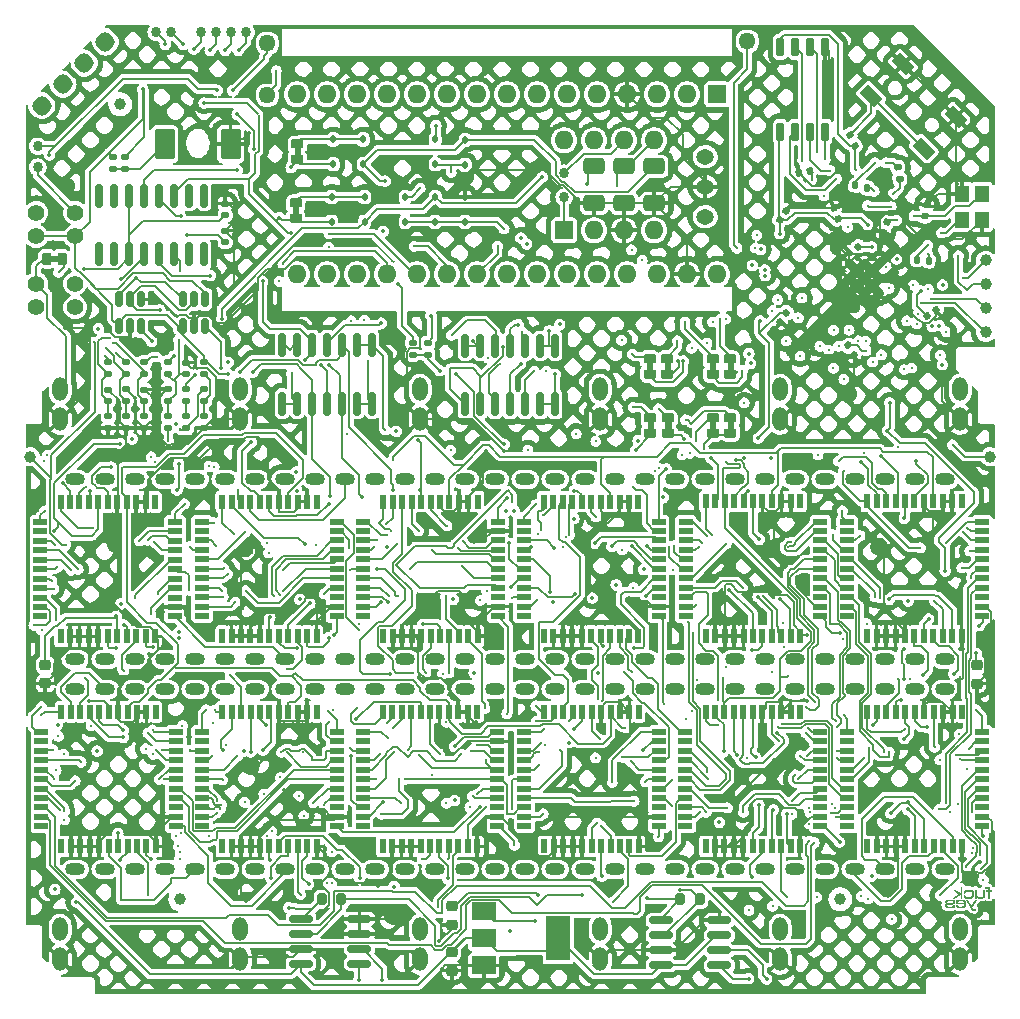
<source format=gbl>
%TF.GenerationSoftware,KiCad,Pcbnew,7.0.5-0*%
%TF.CreationDate,2023-06-16T23:12:01-07:00*%
%TF.ProjectId,Jumperless2,4a756d70-6572-46c6-9573-73322e6b6963,rev?*%
%TF.SameCoordinates,Original*%
%TF.FileFunction,Copper,L4,Bot*%
%TF.FilePolarity,Positive*%
%FSLAX46Y46*%
G04 Gerber Fmt 4.6, Leading zero omitted, Abs format (unit mm)*
G04 Created by KiCad (PCBNEW 7.0.5-0) date 2023-06-16 23:12:01*
%MOMM*%
%LPD*%
G01*
G04 APERTURE LIST*
G04 Aperture macros list*
%AMRoundRect*
0 Rectangle with rounded corners*
0 $1 Rounding radius*
0 $2 $3 $4 $5 $6 $7 $8 $9 X,Y pos of 4 corners*
0 Add a 4 corners polygon primitive as box body*
4,1,4,$2,$3,$4,$5,$6,$7,$8,$9,$2,$3,0*
0 Add four circle primitives for the rounded corners*
1,1,$1+$1,$2,$3*
1,1,$1+$1,$4,$5*
1,1,$1+$1,$6,$7*
1,1,$1+$1,$8,$9*
0 Add four rect primitives between the rounded corners*
20,1,$1+$1,$2,$3,$4,$5,0*
20,1,$1+$1,$4,$5,$6,$7,0*
20,1,$1+$1,$6,$7,$8,$9,0*
20,1,$1+$1,$8,$9,$2,$3,0*%
%AMRotRect*
0 Rectangle, with rotation*
0 The origin of the aperture is its center*
0 $1 length*
0 $2 width*
0 $3 Rotation angle, in degrees counterclockwise*
0 Add horizontal line*
21,1,$1,$2,0,0,$3*%
%AMFreePoly0*
4,1,13,0.508000,-0.508000,0.000000,-0.508000,-0.097202,-0.488665,-0.179605,-0.433605,-0.234665,-0.351202,-0.254000,-0.254000,-0.254000,0.254000,-0.234665,0.351202,-0.179605,0.433605,-0.097202,0.488665,0.000000,0.508000,0.508000,0.508000,0.508000,-0.508000,0.508000,-0.508000,$1*%
G04 Aperture macros list end*
%TA.AperFunction,NonConductor*%
%ADD10C,0.008750*%
%TD*%
%TA.AperFunction,EtchedComponent*%
%ADD11C,0.012700*%
%TD*%
%TA.AperFunction,ComponentPad*%
%ADD12RoundRect,0.525000X0.000000X0.318198X-0.318198X0.000000X0.000000X-0.318198X0.318198X0.000000X0*%
%TD*%
%TA.AperFunction,ComponentPad*%
%ADD13O,1.500000X1.300000*%
%TD*%
%TA.AperFunction,ComponentPad*%
%ADD14RoundRect,0.160000X0.640000X-0.640000X0.640000X0.640000X-0.640000X0.640000X-0.640000X-0.640000X0*%
%TD*%
%TA.AperFunction,ComponentPad*%
%ADD15O,1.600000X1.600000*%
%TD*%
%TA.AperFunction,ComponentPad*%
%ADD16C,1.400000*%
%TD*%
%TA.AperFunction,ComponentPad*%
%ADD17RoundRect,0.455000X-0.195000X-0.195000X0.195000X-0.195000X0.195000X0.195000X-0.195000X0.195000X0*%
%TD*%
%TA.AperFunction,ComponentPad*%
%ADD18O,1.300000X2.000000*%
%TD*%
%TA.AperFunction,ComponentPad*%
%ADD19O,1.700000X1.000000*%
%TD*%
%TA.AperFunction,ComponentPad*%
%ADD20RoundRect,0.160000X-0.640000X0.640000X-0.640000X-0.640000X0.640000X-0.640000X0.640000X0.640000X0*%
%TD*%
%TA.AperFunction,ComponentPad*%
%ADD21C,0.600000*%
%TD*%
%TA.AperFunction,SMDPad,CuDef*%
%ADD22RoundRect,0.140000X0.058955X-0.212189X0.219557X0.017173X-0.058955X0.212189X-0.219557X-0.017173X0*%
%TD*%
%TA.AperFunction,SMDPad,CuDef*%
%ADD23C,1.000000*%
%TD*%
%TA.AperFunction,SMDPad,CuDef*%
%ADD24RoundRect,0.250000X0.650000X-0.412500X0.650000X0.412500X-0.650000X0.412500X-0.650000X-0.412500X0*%
%TD*%
%TA.AperFunction,SMDPad,CuDef*%
%ADD25RoundRect,0.135000X0.185000X-0.135000X0.185000X0.135000X-0.185000X0.135000X-0.185000X-0.135000X0*%
%TD*%
%TA.AperFunction,SMDPad,CuDef*%
%ADD26C,0.863600*%
%TD*%
%TA.AperFunction,SMDPad,CuDef*%
%ADD27RoundRect,0.112500X0.112500X-0.187500X0.112500X0.187500X-0.112500X0.187500X-0.112500X-0.187500X0*%
%TD*%
%TA.AperFunction,SMDPad,CuDef*%
%ADD28RoundRect,0.135000X-0.185000X0.135000X-0.185000X-0.135000X0.185000X-0.135000X0.185000X0.135000X0*%
%TD*%
%TA.AperFunction,SMDPad,CuDef*%
%ADD29R,1.200000X0.500000*%
%TD*%
%TA.AperFunction,SMDPad,CuDef*%
%ADD30R,0.500000X1.200000*%
%TD*%
%TA.AperFunction,SMDPad,CuDef*%
%ADD31RoundRect,0.200000X-0.200000X-0.275000X0.200000X-0.275000X0.200000X0.275000X-0.200000X0.275000X0*%
%TD*%
%TA.AperFunction,SMDPad,CuDef*%
%ADD32FreePoly0,90.000000*%
%TD*%
%TA.AperFunction,SMDPad,CuDef*%
%ADD33FreePoly0,270.000000*%
%TD*%
%TA.AperFunction,SMDPad,CuDef*%
%ADD34RoundRect,0.170000X-0.680000X-1.130000X0.680000X-1.130000X0.680000X1.130000X-0.680000X1.130000X0*%
%TD*%
%TA.AperFunction,SMDPad,CuDef*%
%ADD35RoundRect,0.140000X0.170000X-0.140000X0.170000X0.140000X-0.170000X0.140000X-0.170000X-0.140000X0*%
%TD*%
%TA.AperFunction,SMDPad,CuDef*%
%ADD36RoundRect,0.140000X0.143107X-0.167393X0.191728X0.108353X-0.143107X0.167393X-0.191728X-0.108353X0*%
%TD*%
%TA.AperFunction,SMDPad,CuDef*%
%ADD37RotRect,1.700000X1.000000X135.000000*%
%TD*%
%TA.AperFunction,SMDPad,CuDef*%
%ADD38RoundRect,0.150000X0.150000X-0.512500X0.150000X0.512500X-0.150000X0.512500X-0.150000X-0.512500X0*%
%TD*%
%TA.AperFunction,SMDPad,CuDef*%
%ADD39RoundRect,0.225000X-0.250000X0.225000X-0.250000X-0.225000X0.250000X-0.225000X0.250000X0.225000X0*%
%TD*%
%TA.AperFunction,SMDPad,CuDef*%
%ADD40RoundRect,0.135000X-0.205632X0.100824X-0.158747X-0.165074X0.205632X-0.100824X0.158747X0.165074X0*%
%TD*%
%TA.AperFunction,SMDPad,CuDef*%
%ADD41RoundRect,0.140000X-0.017173X-0.219557X0.212189X-0.058955X0.017173X0.219557X-0.212189X0.058955X0*%
%TD*%
%TA.AperFunction,SMDPad,CuDef*%
%ADD42RoundRect,0.112500X-0.112500X0.187500X-0.112500X-0.187500X0.112500X-0.187500X0.112500X0.187500X0*%
%TD*%
%TA.AperFunction,SMDPad,CuDef*%
%ADD43R,1.200000X1.400000*%
%TD*%
%TA.AperFunction,SMDPad,CuDef*%
%ADD44RoundRect,0.150000X-0.150000X0.825000X-0.150000X-0.825000X0.150000X-0.825000X0.150000X0.825000X0*%
%TD*%
%TA.AperFunction,SMDPad,CuDef*%
%ADD45RoundRect,0.140000X0.099887X0.196272X-0.173476X0.135669X-0.099887X-0.196272X0.173476X-0.135669X0*%
%TD*%
%TA.AperFunction,SMDPad,CuDef*%
%ADD46FreePoly0,0.000000*%
%TD*%
%TA.AperFunction,SMDPad,CuDef*%
%ADD47FreePoly0,180.000000*%
%TD*%
%TA.AperFunction,SMDPad,CuDef*%
%ADD48RoundRect,0.150000X-0.150000X0.650000X-0.150000X-0.650000X0.150000X-0.650000X0.150000X0.650000X0*%
%TD*%
%TA.AperFunction,SMDPad,CuDef*%
%ADD49RoundRect,0.140000X0.207631X-0.073414X0.111865X0.189700X-0.207631X0.073414X-0.111865X-0.189700X0*%
%TD*%
%TA.AperFunction,SMDPad,CuDef*%
%ADD50RoundRect,0.135000X-0.157992X-0.165796X0.109698X-0.201038X0.157992X0.165796X-0.109698X0.201038X0*%
%TD*%
%TA.AperFunction,SMDPad,CuDef*%
%ADD51RoundRect,0.150000X0.825000X0.150000X-0.825000X0.150000X-0.825000X-0.150000X0.825000X-0.150000X0*%
%TD*%
%TA.AperFunction,SMDPad,CuDef*%
%ADD52RoundRect,0.140000X-0.068155X0.209416X-0.218598X-0.026734X0.068155X-0.209416X0.218598X0.026734X0*%
%TD*%
%TA.AperFunction,SMDPad,CuDef*%
%ADD53RoundRect,0.135000X0.224720X-0.044167X0.110613X0.200536X-0.224720X0.044167X-0.110613X-0.200536X0*%
%TD*%
%TA.AperFunction,SMDPad,CuDef*%
%ADD54RoundRect,0.140000X-0.217224X0.036244X-0.077224X-0.206244X0.217224X-0.036244X0.077224X0.206244X0*%
%TD*%
%TA.AperFunction,SMDPad,CuDef*%
%ADD55R,2.000000X1.500000*%
%TD*%
%TA.AperFunction,SMDPad,CuDef*%
%ADD56R,2.000000X3.800000*%
%TD*%
%TA.AperFunction,SMDPad,CuDef*%
%ADD57RoundRect,0.135000X-0.171841X-0.151395X0.091759X-0.209834X0.171841X0.151395X-0.091759X0.209834X0*%
%TD*%
%TA.AperFunction,SMDPad,CuDef*%
%ADD58RoundRect,0.140000X-0.111865X0.189700X-0.207631X-0.073414X0.111865X-0.189700X0.207631X0.073414X0*%
%TD*%
%TA.AperFunction,SMDPad,CuDef*%
%ADD59RoundRect,0.250000X-0.650000X0.412500X-0.650000X-0.412500X0.650000X-0.412500X0.650000X0.412500X0*%
%TD*%
%TA.AperFunction,SMDPad,CuDef*%
%ADD60RoundRect,0.140000X0.026734X0.218598X-0.209416X0.068155X-0.026734X-0.218598X0.209416X-0.068155X0*%
%TD*%
%TA.AperFunction,SMDPad,CuDef*%
%ADD61RoundRect,0.225000X0.250000X-0.225000X0.250000X0.225000X-0.250000X0.225000X-0.250000X-0.225000X0*%
%TD*%
%TA.AperFunction,ViaPad*%
%ADD62C,0.300000*%
%TD*%
%TA.AperFunction,ViaPad*%
%ADD63C,0.350000*%
%TD*%
%TA.AperFunction,Conductor*%
%ADD64C,0.150000*%
%TD*%
%TA.AperFunction,Conductor*%
%ADD65C,0.200000*%
%TD*%
%TA.AperFunction,Conductor*%
%ADD66C,0.800000*%
%TD*%
G04 APERTURE END LIST*
D10*
X116238033Y-178018510D02*
X116244947Y-178018794D01*
X116251717Y-178019192D01*
X116258342Y-178019704D01*
X116264822Y-178020329D01*
X116271158Y-178021068D01*
X116277348Y-178021921D01*
X116283395Y-178022887D01*
X116289296Y-178023967D01*
X116295053Y-178025161D01*
X116300665Y-178026468D01*
X116306132Y-178027889D01*
X116311455Y-178029424D01*
X116316633Y-178031072D01*
X116321666Y-178032835D01*
X116326405Y-178034705D01*
X116331030Y-178036679D01*
X116335541Y-178038757D01*
X116339939Y-178040937D01*
X116344223Y-178043222D01*
X116348393Y-178045609D01*
X116352450Y-178048100D01*
X116356392Y-178050694D01*
X116360222Y-178053391D01*
X116363937Y-178056192D01*
X116367539Y-178059096D01*
X116371027Y-178062104D01*
X116374402Y-178065215D01*
X116377662Y-178068429D01*
X116380810Y-178071747D01*
X116383843Y-178075168D01*
X116386603Y-178078522D01*
X116389259Y-178081968D01*
X116391812Y-178085508D01*
X116394261Y-178089141D01*
X116396607Y-178092867D01*
X116398850Y-178096686D01*
X116400989Y-178100598D01*
X116403025Y-178104603D01*
X116404958Y-178108701D01*
X116406787Y-178112892D01*
X116408513Y-178117176D01*
X116410136Y-178121553D01*
X116411655Y-178126023D01*
X116413071Y-178130586D01*
X116414384Y-178135242D01*
X116415593Y-178139991D01*
X116417763Y-178149706D01*
X116419644Y-178159669D01*
X116421236Y-178169880D01*
X116422538Y-178180339D01*
X116423551Y-178191047D01*
X116424274Y-178202002D01*
X116424708Y-178213205D01*
X116424853Y-178224657D01*
X116424853Y-178292126D01*
X116553175Y-178292126D01*
X116553175Y-178349011D01*
X116424853Y-178349011D01*
X116424853Y-178927123D01*
X116357384Y-178927123D01*
X116357384Y-178349011D01*
X116143073Y-178349011D01*
X116143073Y-178292126D01*
X116357384Y-178292126D01*
X116357384Y-178227303D01*
X116357302Y-178216616D01*
X116357054Y-178206384D01*
X116356640Y-178196607D01*
X116356061Y-178187285D01*
X116355317Y-178178417D01*
X116354408Y-178170004D01*
X116353333Y-178162046D01*
X116352093Y-178154543D01*
X116351390Y-178150951D01*
X116350605Y-178147453D01*
X116349737Y-178144047D01*
X116348786Y-178140735D01*
X116347752Y-178137515D01*
X116346636Y-178134389D01*
X116345437Y-178131355D01*
X116344156Y-178128415D01*
X116342791Y-178125568D01*
X116341344Y-178122813D01*
X116339815Y-178120152D01*
X116338203Y-178117584D01*
X116336508Y-178115108D01*
X116334730Y-178112726D01*
X116332869Y-178110437D01*
X116330926Y-178108241D01*
X116328890Y-178105972D01*
X116326751Y-178103797D01*
X116324508Y-178101714D01*
X116322162Y-178099724D01*
X116319713Y-178097828D01*
X116317160Y-178096024D01*
X116314504Y-178094314D01*
X116311744Y-178092696D01*
X116308881Y-178091172D01*
X116305915Y-178089741D01*
X116302846Y-178088402D01*
X116299673Y-178087157D01*
X116296396Y-178086004D01*
X116293017Y-178084945D01*
X116289534Y-178083979D01*
X116285947Y-178083105D01*
X116278382Y-178081245D01*
X116270238Y-178079633D01*
X116261515Y-178078268D01*
X116252213Y-178077152D01*
X116242333Y-178076284D01*
X116231873Y-178075664D01*
X116220835Y-178075292D01*
X116209219Y-178075168D01*
X116197891Y-178075250D01*
X116186398Y-178075499D01*
X116174740Y-178075912D01*
X116162916Y-178076491D01*
X116150018Y-178077318D01*
X116136458Y-178078475D01*
X116122237Y-178079963D01*
X116107354Y-178081782D01*
X116107354Y-178024897D01*
X116114300Y-178023946D01*
X116121245Y-178023078D01*
X116128190Y-178022293D01*
X116135135Y-178021590D01*
X116142081Y-178020970D01*
X116149026Y-178020432D01*
X116155971Y-178019978D01*
X116162916Y-178019605D01*
X116177138Y-178019027D01*
X116192021Y-178018613D01*
X116207565Y-178018365D01*
X116223770Y-178018282D01*
X116238033Y-178018510D01*
%TA.AperFunction,NonConductor*%
G36*
X116238033Y-178018510D02*
G01*
X116244947Y-178018794D01*
X116251717Y-178019192D01*
X116258342Y-178019704D01*
X116264822Y-178020329D01*
X116271158Y-178021068D01*
X116277348Y-178021921D01*
X116283395Y-178022887D01*
X116289296Y-178023967D01*
X116295053Y-178025161D01*
X116300665Y-178026468D01*
X116306132Y-178027889D01*
X116311455Y-178029424D01*
X116316633Y-178031072D01*
X116321666Y-178032835D01*
X116326405Y-178034705D01*
X116331030Y-178036679D01*
X116335541Y-178038757D01*
X116339939Y-178040937D01*
X116344223Y-178043222D01*
X116348393Y-178045609D01*
X116352450Y-178048100D01*
X116356392Y-178050694D01*
X116360222Y-178053391D01*
X116363937Y-178056192D01*
X116367539Y-178059096D01*
X116371027Y-178062104D01*
X116374402Y-178065215D01*
X116377662Y-178068429D01*
X116380810Y-178071747D01*
X116383843Y-178075168D01*
X116386603Y-178078522D01*
X116389259Y-178081968D01*
X116391812Y-178085508D01*
X116394261Y-178089141D01*
X116396607Y-178092867D01*
X116398850Y-178096686D01*
X116400989Y-178100598D01*
X116403025Y-178104603D01*
X116404958Y-178108701D01*
X116406787Y-178112892D01*
X116408513Y-178117176D01*
X116410136Y-178121553D01*
X116411655Y-178126023D01*
X116413071Y-178130586D01*
X116414384Y-178135242D01*
X116415593Y-178139991D01*
X116417763Y-178149706D01*
X116419644Y-178159669D01*
X116421236Y-178169880D01*
X116422538Y-178180339D01*
X116423551Y-178191047D01*
X116424274Y-178202002D01*
X116424708Y-178213205D01*
X116424853Y-178224657D01*
X116424853Y-178292126D01*
X116553175Y-178292126D01*
X116553175Y-178349011D01*
X116424853Y-178349011D01*
X116424853Y-178927123D01*
X116357384Y-178927123D01*
X116357384Y-178349011D01*
X116143073Y-178349011D01*
X116143073Y-178292126D01*
X116357384Y-178292126D01*
X116357384Y-178227303D01*
X116357302Y-178216616D01*
X116357054Y-178206384D01*
X116356640Y-178196607D01*
X116356061Y-178187285D01*
X116355317Y-178178417D01*
X116354408Y-178170004D01*
X116353333Y-178162046D01*
X116352093Y-178154543D01*
X116351390Y-178150951D01*
X116350605Y-178147453D01*
X116349737Y-178144047D01*
X116348786Y-178140735D01*
X116347752Y-178137515D01*
X116346636Y-178134389D01*
X116345437Y-178131355D01*
X116344156Y-178128415D01*
X116342791Y-178125568D01*
X116341344Y-178122813D01*
X116339815Y-178120152D01*
X116338203Y-178117584D01*
X116336508Y-178115108D01*
X116334730Y-178112726D01*
X116332869Y-178110437D01*
X116330926Y-178108241D01*
X116328890Y-178105972D01*
X116326751Y-178103797D01*
X116324508Y-178101714D01*
X116322162Y-178099724D01*
X116319713Y-178097828D01*
X116317160Y-178096024D01*
X116314504Y-178094314D01*
X116311744Y-178092696D01*
X116308881Y-178091172D01*
X116305915Y-178089741D01*
X116302846Y-178088402D01*
X116299673Y-178087157D01*
X116296396Y-178086004D01*
X116293017Y-178084945D01*
X116289534Y-178083979D01*
X116285947Y-178083105D01*
X116278382Y-178081245D01*
X116270238Y-178079633D01*
X116261515Y-178078268D01*
X116252213Y-178077152D01*
X116242333Y-178076284D01*
X116231873Y-178075664D01*
X116220835Y-178075292D01*
X116209219Y-178075168D01*
X116197891Y-178075250D01*
X116186398Y-178075499D01*
X116174740Y-178075912D01*
X116162916Y-178076491D01*
X116150018Y-178077318D01*
X116136458Y-178078475D01*
X116122237Y-178079963D01*
X116107354Y-178081782D01*
X116107354Y-178024897D01*
X116114300Y-178023946D01*
X116121245Y-178023078D01*
X116128190Y-178022293D01*
X116135135Y-178021590D01*
X116142081Y-178020970D01*
X116149026Y-178020432D01*
X116155971Y-178019978D01*
X116162916Y-178019605D01*
X116177138Y-178019027D01*
X116192021Y-178018613D01*
X116207565Y-178018365D01*
X116223770Y-178018282D01*
X116238033Y-178018510D01*
G37*
%TD.AperFunction*%
X115296409Y-178644020D02*
X115296486Y-178652852D01*
X115296719Y-178661487D01*
X115297107Y-178669925D01*
X115297649Y-178678168D01*
X115298347Y-178686214D01*
X115299199Y-178694063D01*
X115300207Y-178701717D01*
X115301370Y-178709174D01*
X115302687Y-178716434D01*
X115304160Y-178723498D01*
X115305788Y-178730366D01*
X115307571Y-178737037D01*
X115309509Y-178743512D01*
X115311601Y-178749791D01*
X115313849Y-178755873D01*
X115316252Y-178761759D01*
X115318650Y-178767309D01*
X115321213Y-178772715D01*
X115323942Y-178777975D01*
X115326836Y-178783091D01*
X115329895Y-178788063D01*
X115333119Y-178792889D01*
X115336509Y-178797571D01*
X115340065Y-178802108D01*
X115343785Y-178806501D01*
X115347671Y-178810748D01*
X115351723Y-178814852D01*
X115355940Y-178818810D01*
X115360322Y-178822624D01*
X115364869Y-178826293D01*
X115369582Y-178829817D01*
X115374460Y-178833197D01*
X115379499Y-178836282D01*
X115384692Y-178839253D01*
X115390041Y-178842111D01*
X115395544Y-178844855D01*
X115401203Y-178847485D01*
X115407017Y-178850002D01*
X115412985Y-178852405D01*
X115419109Y-178854694D01*
X115425388Y-178856870D01*
X115431821Y-178858932D01*
X115438410Y-178860880D01*
X115445154Y-178862714D01*
X115452053Y-178864435D01*
X115459106Y-178866042D01*
X115473679Y-178868915D01*
X115488562Y-178871086D01*
X115504106Y-178872967D01*
X115520312Y-178874558D01*
X115537179Y-178875860D01*
X115554707Y-178876873D01*
X115572897Y-178877597D01*
X115591749Y-178878031D01*
X115611262Y-178878176D01*
X115633751Y-178878176D01*
X115656014Y-178878010D01*
X115677159Y-178877514D01*
X115697189Y-178876687D01*
X115716103Y-178875530D01*
X115733900Y-178874042D01*
X115750581Y-178872223D01*
X115766146Y-178870073D01*
X115780595Y-178867592D01*
X115787282Y-178866207D01*
X115793782Y-178864699D01*
X115800097Y-178863066D01*
X115806226Y-178861309D01*
X115812169Y-178859428D01*
X115817926Y-178857423D01*
X115823496Y-178855293D01*
X115828881Y-178853040D01*
X115834080Y-178850663D01*
X115839092Y-178848162D01*
X115843919Y-178845537D01*
X115848559Y-178842788D01*
X115853014Y-178839915D01*
X115857282Y-178836917D01*
X115861365Y-178833796D01*
X115865261Y-178830551D01*
X115868827Y-178827001D01*
X115872248Y-178823295D01*
X115875524Y-178819435D01*
X115878655Y-178815420D01*
X115881642Y-178811250D01*
X115884485Y-178806925D01*
X115887182Y-178802444D01*
X115889735Y-178797809D01*
X115892143Y-178793018D01*
X115894406Y-178788073D01*
X115896525Y-178782973D01*
X115898499Y-178777717D01*
X115900329Y-178772307D01*
X115902013Y-178766741D01*
X115903553Y-178761021D01*
X115904949Y-178755145D01*
X115907119Y-178742825D01*
X115909000Y-178729679D01*
X115910591Y-178715706D01*
X115911893Y-178700905D01*
X115912906Y-178685279D01*
X115913630Y-178668825D01*
X115914064Y-178651544D01*
X115914208Y-178633437D01*
X115914208Y-178292126D01*
X115981677Y-178292126D01*
X115981677Y-178665187D01*
X115981450Y-178684927D01*
X115980768Y-178703799D01*
X115979631Y-178721803D01*
X115978039Y-178738939D01*
X115975993Y-178755207D01*
X115973492Y-178770606D01*
X115970536Y-178785138D01*
X115968887Y-178792078D01*
X115967125Y-178798801D01*
X115965058Y-178805328D01*
X115962826Y-178811679D01*
X115960428Y-178817854D01*
X115957865Y-178823854D01*
X115955136Y-178829678D01*
X115952242Y-178835326D01*
X115949183Y-178840798D01*
X115945958Y-178846095D01*
X115942568Y-178851216D01*
X115939013Y-178856162D01*
X115935292Y-178860931D01*
X115931406Y-178865525D01*
X115927355Y-178869944D01*
X115923138Y-178874186D01*
X115918756Y-178878253D01*
X115914208Y-178882145D01*
X115909310Y-178885881D01*
X115904204Y-178889483D01*
X115898892Y-178892950D01*
X115893373Y-178896283D01*
X115887647Y-178899482D01*
X115881715Y-178902546D01*
X115875575Y-178905476D01*
X115869230Y-178908272D01*
X115862677Y-178910933D01*
X115855918Y-178913460D01*
X115848952Y-178915853D01*
X115841779Y-178918111D01*
X115834400Y-178920235D01*
X115826814Y-178922224D01*
X115819021Y-178924080D01*
X115811021Y-178925800D01*
X115794299Y-178928591D01*
X115776543Y-178931009D01*
X115757753Y-178933056D01*
X115737930Y-178934730D01*
X115717074Y-178936032D01*
X115695184Y-178936963D01*
X115672260Y-178937521D01*
X115648303Y-178937707D01*
X115625814Y-178937707D01*
X115605412Y-178937562D01*
X115585878Y-178937128D01*
X115567213Y-178936405D01*
X115549415Y-178935392D01*
X115532486Y-178934089D01*
X115516425Y-178932498D01*
X115501232Y-178930617D01*
X115486908Y-178928446D01*
X115472996Y-178926007D01*
X115459705Y-178923320D01*
X115447034Y-178920385D01*
X115434983Y-178917202D01*
X115423553Y-178913770D01*
X115412742Y-178910091D01*
X115407569Y-178908158D01*
X115402551Y-178906164D01*
X115397689Y-178904107D01*
X115392981Y-178901988D01*
X115388413Y-178899642D01*
X115383968Y-178897234D01*
X115379648Y-178894764D01*
X115375452Y-178892232D01*
X115371380Y-178889637D01*
X115367432Y-178886981D01*
X115363608Y-178884263D01*
X115359908Y-178881483D01*
X115356332Y-178878641D01*
X115352880Y-178875737D01*
X115349552Y-178872770D01*
X115346348Y-178869742D01*
X115343268Y-178866652D01*
X115340312Y-178863500D01*
X115337480Y-178860285D01*
X115334773Y-178857009D01*
X115331992Y-178853666D01*
X115329274Y-178850250D01*
X115326618Y-178846762D01*
X115324024Y-178843201D01*
X115321492Y-178839568D01*
X115319022Y-178835863D01*
X115316614Y-178832086D01*
X115314268Y-178828236D01*
X115311984Y-178824314D01*
X115309761Y-178820319D01*
X115305503Y-178812113D01*
X115301493Y-178803617D01*
X115297731Y-178794832D01*
X115296409Y-178794832D01*
X115296409Y-178927123D01*
X115228940Y-178927123D01*
X115228940Y-178292126D01*
X115296409Y-178292126D01*
X115296409Y-178644020D01*
%TA.AperFunction,NonConductor*%
G36*
X115296409Y-178644020D02*
G01*
X115296486Y-178652852D01*
X115296719Y-178661487D01*
X115297107Y-178669925D01*
X115297649Y-178678168D01*
X115298347Y-178686214D01*
X115299199Y-178694063D01*
X115300207Y-178701717D01*
X115301370Y-178709174D01*
X115302687Y-178716434D01*
X115304160Y-178723498D01*
X115305788Y-178730366D01*
X115307571Y-178737037D01*
X115309509Y-178743512D01*
X115311601Y-178749791D01*
X115313849Y-178755873D01*
X115316252Y-178761759D01*
X115318650Y-178767309D01*
X115321213Y-178772715D01*
X115323942Y-178777975D01*
X115326836Y-178783091D01*
X115329895Y-178788063D01*
X115333119Y-178792889D01*
X115336509Y-178797571D01*
X115340065Y-178802108D01*
X115343785Y-178806501D01*
X115347671Y-178810748D01*
X115351723Y-178814852D01*
X115355940Y-178818810D01*
X115360322Y-178822624D01*
X115364869Y-178826293D01*
X115369582Y-178829817D01*
X115374460Y-178833197D01*
X115379499Y-178836282D01*
X115384692Y-178839253D01*
X115390041Y-178842111D01*
X115395544Y-178844855D01*
X115401203Y-178847485D01*
X115407017Y-178850002D01*
X115412985Y-178852405D01*
X115419109Y-178854694D01*
X115425388Y-178856870D01*
X115431821Y-178858932D01*
X115438410Y-178860880D01*
X115445154Y-178862714D01*
X115452053Y-178864435D01*
X115459106Y-178866042D01*
X115473679Y-178868915D01*
X115488562Y-178871086D01*
X115504106Y-178872967D01*
X115520312Y-178874558D01*
X115537179Y-178875860D01*
X115554707Y-178876873D01*
X115572897Y-178877597D01*
X115591749Y-178878031D01*
X115611262Y-178878176D01*
X115633751Y-178878176D01*
X115656014Y-178878010D01*
X115677159Y-178877514D01*
X115697189Y-178876687D01*
X115716103Y-178875530D01*
X115733900Y-178874042D01*
X115750581Y-178872223D01*
X115766146Y-178870073D01*
X115780595Y-178867592D01*
X115787282Y-178866207D01*
X115793782Y-178864699D01*
X115800097Y-178863066D01*
X115806226Y-178861309D01*
X115812169Y-178859428D01*
X115817926Y-178857423D01*
X115823496Y-178855293D01*
X115828881Y-178853040D01*
X115834080Y-178850663D01*
X115839092Y-178848162D01*
X115843919Y-178845537D01*
X115848559Y-178842788D01*
X115853014Y-178839915D01*
X115857282Y-178836917D01*
X115861365Y-178833796D01*
X115865261Y-178830551D01*
X115868827Y-178827001D01*
X115872248Y-178823295D01*
X115875524Y-178819435D01*
X115878655Y-178815420D01*
X115881642Y-178811250D01*
X115884485Y-178806925D01*
X115887182Y-178802444D01*
X115889735Y-178797809D01*
X115892143Y-178793018D01*
X115894406Y-178788073D01*
X115896525Y-178782973D01*
X115898499Y-178777717D01*
X115900329Y-178772307D01*
X115902013Y-178766741D01*
X115903553Y-178761021D01*
X115904949Y-178755145D01*
X115907119Y-178742825D01*
X115909000Y-178729679D01*
X115910591Y-178715706D01*
X115911893Y-178700905D01*
X115912906Y-178685279D01*
X115913630Y-178668825D01*
X115914064Y-178651544D01*
X115914208Y-178633437D01*
X115914208Y-178292126D01*
X115981677Y-178292126D01*
X115981677Y-178665187D01*
X115981450Y-178684927D01*
X115980768Y-178703799D01*
X115979631Y-178721803D01*
X115978039Y-178738939D01*
X115975993Y-178755207D01*
X115973492Y-178770606D01*
X115970536Y-178785138D01*
X115968887Y-178792078D01*
X115967125Y-178798801D01*
X115965058Y-178805328D01*
X115962826Y-178811679D01*
X115960428Y-178817854D01*
X115957865Y-178823854D01*
X115955136Y-178829678D01*
X115952242Y-178835326D01*
X115949183Y-178840798D01*
X115945958Y-178846095D01*
X115942568Y-178851216D01*
X115939013Y-178856162D01*
X115935292Y-178860931D01*
X115931406Y-178865525D01*
X115927355Y-178869944D01*
X115923138Y-178874186D01*
X115918756Y-178878253D01*
X115914208Y-178882145D01*
X115909310Y-178885881D01*
X115904204Y-178889483D01*
X115898892Y-178892950D01*
X115893373Y-178896283D01*
X115887647Y-178899482D01*
X115881715Y-178902546D01*
X115875575Y-178905476D01*
X115869230Y-178908272D01*
X115862677Y-178910933D01*
X115855918Y-178913460D01*
X115848952Y-178915853D01*
X115841779Y-178918111D01*
X115834400Y-178920235D01*
X115826814Y-178922224D01*
X115819021Y-178924080D01*
X115811021Y-178925800D01*
X115794299Y-178928591D01*
X115776543Y-178931009D01*
X115757753Y-178933056D01*
X115737930Y-178934730D01*
X115717074Y-178936032D01*
X115695184Y-178936963D01*
X115672260Y-178937521D01*
X115648303Y-178937707D01*
X115625814Y-178937707D01*
X115605412Y-178937562D01*
X115585878Y-178937128D01*
X115567213Y-178936405D01*
X115549415Y-178935392D01*
X115532486Y-178934089D01*
X115516425Y-178932498D01*
X115501232Y-178930617D01*
X115486908Y-178928446D01*
X115472996Y-178926007D01*
X115459705Y-178923320D01*
X115447034Y-178920385D01*
X115434983Y-178917202D01*
X115423553Y-178913770D01*
X115412742Y-178910091D01*
X115407569Y-178908158D01*
X115402551Y-178906164D01*
X115397689Y-178904107D01*
X115392981Y-178901988D01*
X115388413Y-178899642D01*
X115383968Y-178897234D01*
X115379648Y-178894764D01*
X115375452Y-178892232D01*
X115371380Y-178889637D01*
X115367432Y-178886981D01*
X115363608Y-178884263D01*
X115359908Y-178881483D01*
X115356332Y-178878641D01*
X115352880Y-178875737D01*
X115349552Y-178872770D01*
X115346348Y-178869742D01*
X115343268Y-178866652D01*
X115340312Y-178863500D01*
X115337480Y-178860285D01*
X115334773Y-178857009D01*
X115331992Y-178853666D01*
X115329274Y-178850250D01*
X115326618Y-178846762D01*
X115324024Y-178843201D01*
X115321492Y-178839568D01*
X115319022Y-178835863D01*
X115316614Y-178832086D01*
X115314268Y-178828236D01*
X115311984Y-178824314D01*
X115309761Y-178820319D01*
X115305503Y-178812113D01*
X115301493Y-178803617D01*
X115297731Y-178794832D01*
X115296409Y-178794832D01*
X115296409Y-178927123D01*
X115228940Y-178927123D01*
X115228940Y-178292126D01*
X115296409Y-178292126D01*
X115296409Y-178644020D01*
G37*
%TD.AperFunction*%
X114070072Y-178927123D02*
X114002603Y-178927123D01*
X114002603Y-178612270D01*
X113949687Y-178612270D01*
X113478730Y-178927123D01*
X113372897Y-178927123D01*
X113888833Y-178587135D01*
X113435074Y-178292126D01*
X113534292Y-178292126D01*
X113943072Y-178559354D01*
X114002603Y-178559354D01*
X114002603Y-178027543D01*
X114070072Y-178027543D01*
X114070072Y-178927123D01*
%TA.AperFunction,NonConductor*%
G36*
X114070072Y-178927123D02*
G01*
X114002603Y-178927123D01*
X114002603Y-178612270D01*
X113949687Y-178612270D01*
X113478730Y-178927123D01*
X113372897Y-178927123D01*
X113888833Y-178587135D01*
X113435074Y-178292126D01*
X113534292Y-178292126D01*
X113943072Y-178559354D01*
X114002603Y-178559354D01*
X114002603Y-178027543D01*
X114070072Y-178027543D01*
X114070072Y-178927123D01*
G37*
%TD.AperFunction*%
X114678590Y-178281728D02*
X114706309Y-178282286D01*
X114732664Y-178283216D01*
X114757655Y-178284519D01*
X114781281Y-178286193D01*
X114803543Y-178288239D01*
X114824441Y-178290658D01*
X114843975Y-178293448D01*
X114853276Y-178295024D01*
X114862330Y-178296776D01*
X114871136Y-178298704D01*
X114879693Y-178300807D01*
X114888003Y-178303086D01*
X114896064Y-178305541D01*
X114903878Y-178308171D01*
X114911443Y-178310977D01*
X114918761Y-178313959D01*
X114925830Y-178317116D01*
X114932651Y-178320449D01*
X114939224Y-178323958D01*
X114945550Y-178327643D01*
X114951627Y-178331503D01*
X114957456Y-178335539D01*
X114963037Y-178339750D01*
X114968385Y-178344158D01*
X114973517Y-178348783D01*
X114978431Y-178353625D01*
X114983128Y-178358684D01*
X114987609Y-178363961D01*
X114991872Y-178369454D01*
X114995918Y-178375164D01*
X114999748Y-178381091D01*
X115003360Y-178387236D01*
X115006755Y-178393597D01*
X115009933Y-178400175D01*
X115012894Y-178406971D01*
X115015638Y-178413983D01*
X115018165Y-178421213D01*
X115020475Y-178428659D01*
X115022568Y-178436323D01*
X115026289Y-178452467D01*
X115029513Y-178469809D01*
X115032242Y-178488351D01*
X115034474Y-178508091D01*
X115036210Y-178529030D01*
X115037451Y-178551168D01*
X115038195Y-178574505D01*
X115038443Y-178599041D01*
X115038443Y-178620208D01*
X115038195Y-178644433D01*
X115037451Y-178667502D01*
X115036210Y-178689413D01*
X115034474Y-178710166D01*
X115032242Y-178729761D01*
X115029513Y-178748199D01*
X115026289Y-178765480D01*
X115022568Y-178781603D01*
X115020480Y-178789272D01*
X115018186Y-178796734D01*
X115015684Y-178803989D01*
X115012977Y-178811038D01*
X115010062Y-178817880D01*
X115006941Y-178824515D01*
X115003613Y-178830944D01*
X115000078Y-178837165D01*
X114996337Y-178843180D01*
X114992389Y-178848989D01*
X114988234Y-178854591D01*
X114983872Y-178859986D01*
X114979304Y-178865174D01*
X114974529Y-178870155D01*
X114969548Y-178874930D01*
X114964360Y-178879499D01*
X114958779Y-178883710D01*
X114952949Y-178887746D01*
X114946872Y-178891606D01*
X114940547Y-178895291D01*
X114933974Y-178898800D01*
X114927153Y-178902133D01*
X114920083Y-178905290D01*
X114912766Y-178908272D01*
X114905201Y-178911078D01*
X114897387Y-178913708D01*
X114889326Y-178916163D01*
X114881016Y-178918442D01*
X114872458Y-178920545D01*
X114863653Y-178922472D01*
X114854599Y-178924224D01*
X114845297Y-178925800D01*
X114825454Y-178928591D01*
X114804287Y-178931009D01*
X114781798Y-178933056D01*
X114757985Y-178934730D01*
X114732850Y-178936032D01*
X114706392Y-178936963D01*
X114678610Y-178937521D01*
X114649506Y-178937707D01*
X114619079Y-178937707D01*
X114593510Y-178937541D01*
X114569057Y-178937045D01*
X114545720Y-178936218D01*
X114523499Y-178935061D01*
X114502394Y-178933573D01*
X114482406Y-178931754D01*
X114463534Y-178929604D01*
X114445778Y-178927124D01*
X114437127Y-178925904D01*
X114428704Y-178924560D01*
X114420508Y-178923093D01*
X114412539Y-178921501D01*
X114404798Y-178919786D01*
X114397285Y-178917946D01*
X114389998Y-178915982D01*
X114382939Y-178913894D01*
X114376108Y-178911683D01*
X114369503Y-178909347D01*
X114363127Y-178906887D01*
X114356977Y-178904303D01*
X114351055Y-178901595D01*
X114345360Y-178898764D01*
X114339893Y-178895808D01*
X114334653Y-178892728D01*
X114329620Y-178889519D01*
X114324773Y-178886175D01*
X114320112Y-178882697D01*
X114315636Y-178879085D01*
X114311347Y-178875339D01*
X114307244Y-178871458D01*
X114303327Y-178867443D01*
X114299596Y-178863293D01*
X114296051Y-178859009D01*
X114292692Y-178854591D01*
X114289519Y-178850038D01*
X114286533Y-178845351D01*
X114283732Y-178840530D01*
X114281117Y-178835574D01*
X114278688Y-178830484D01*
X114276445Y-178825259D01*
X114274363Y-178819875D01*
X114272414Y-178814304D01*
X114270600Y-178808547D01*
X114268921Y-178802604D01*
X114267376Y-178796476D01*
X114265965Y-178790161D01*
X114264689Y-178783660D01*
X114263547Y-178776973D01*
X114261666Y-178763041D01*
X114260322Y-178748365D01*
X114259516Y-178732945D01*
X114259247Y-178716780D01*
X114259247Y-178699582D01*
X114324070Y-178699582D01*
X114324070Y-178711489D01*
X114324256Y-178723767D01*
X114324489Y-178729689D01*
X114324814Y-178735467D01*
X114325233Y-178741099D01*
X114325745Y-178746587D01*
X114326349Y-178751931D01*
X114327047Y-178757129D01*
X114327837Y-178762183D01*
X114328721Y-178767092D01*
X114329698Y-178771857D01*
X114330767Y-178776477D01*
X114331930Y-178780952D01*
X114333186Y-178785282D01*
X114334535Y-178789468D01*
X114335976Y-178793509D01*
X114337547Y-178797432D01*
X114339284Y-178801261D01*
X114341185Y-178804997D01*
X114343252Y-178808640D01*
X114345485Y-178812190D01*
X114347882Y-178815647D01*
X114350446Y-178819012D01*
X114353174Y-178822283D01*
X114356068Y-178825461D01*
X114359127Y-178828546D01*
X114362352Y-178831538D01*
X114365742Y-178834437D01*
X114369297Y-178837243D01*
X114373018Y-178839956D01*
X114376904Y-178842576D01*
X114380955Y-178845103D01*
X114385028Y-178847377D01*
X114389306Y-178849568D01*
X114393792Y-178851676D01*
X114398484Y-178853702D01*
X114403383Y-178855645D01*
X114408488Y-178857505D01*
X114413801Y-178859283D01*
X114419320Y-178860978D01*
X114430978Y-178864120D01*
X114443463Y-178866931D01*
X114456775Y-178869411D01*
X114470913Y-178871561D01*
X114485693Y-178873111D01*
X114501588Y-178874455D01*
X114518600Y-178875592D01*
X114536728Y-178876522D01*
X114555973Y-178877246D01*
X114576333Y-178877762D01*
X114620403Y-178878176D01*
X114648184Y-178878176D01*
X114673670Y-178878031D01*
X114697875Y-178877597D01*
X114720799Y-178876874D01*
X114742441Y-178875861D01*
X114762801Y-178874558D01*
X114781880Y-178872967D01*
X114799678Y-178871086D01*
X114816193Y-178868915D01*
X114824017Y-178867525D01*
X114831614Y-178866001D01*
X114838983Y-178864342D01*
X114846124Y-178862549D01*
X114853039Y-178860621D01*
X114859726Y-178858559D01*
X114866185Y-178856363D01*
X114872417Y-178854033D01*
X114878422Y-178851568D01*
X114884199Y-178848968D01*
X114889750Y-178846235D01*
X114895072Y-178843367D01*
X114900167Y-178840364D01*
X114905035Y-178837227D01*
X114909676Y-178833956D01*
X114914089Y-178830551D01*
X114918301Y-178826990D01*
X114922336Y-178823254D01*
X114926197Y-178819342D01*
X114929881Y-178815255D01*
X114933390Y-178810991D01*
X114936723Y-178806552D01*
X114939881Y-178801938D01*
X114942862Y-178797147D01*
X114945668Y-178792181D01*
X114948299Y-178787039D01*
X114950753Y-178781722D01*
X114953032Y-178776229D01*
X114955135Y-178770560D01*
X114957063Y-178764715D01*
X114958815Y-178758695D01*
X114960391Y-178752499D01*
X114962871Y-178739435D01*
X114965021Y-178725379D01*
X114966840Y-178710331D01*
X114968329Y-178694291D01*
X114969486Y-178677258D01*
X114970313Y-178659234D01*
X114970809Y-178640217D01*
X114970974Y-178620208D01*
X114970974Y-178599041D01*
X114970809Y-178579032D01*
X114970313Y-178560015D01*
X114969486Y-178541991D01*
X114968329Y-178524958D01*
X114966840Y-178508918D01*
X114965021Y-178493870D01*
X114962871Y-178479814D01*
X114960391Y-178466750D01*
X114958975Y-178460394D01*
X114957373Y-178454224D01*
X114955585Y-178448240D01*
X114953611Y-178442441D01*
X114951451Y-178436829D01*
X114949105Y-178431403D01*
X114946573Y-178426163D01*
X114943854Y-178421110D01*
X114940950Y-178416242D01*
X114937860Y-178411560D01*
X114934584Y-178407064D01*
X114931121Y-178402754D01*
X114927473Y-178398630D01*
X114923639Y-178394693D01*
X114919618Y-178390941D01*
X114915412Y-178387375D01*
X114910999Y-178383975D01*
X114906358Y-178380719D01*
X114901490Y-178377608D01*
X114896395Y-178374642D01*
X114891072Y-178371821D01*
X114885522Y-178369144D01*
X114879745Y-178366612D01*
X114873740Y-178364224D01*
X114867508Y-178361981D01*
X114861048Y-178359883D01*
X114854361Y-178357930D01*
X114847447Y-178356121D01*
X114840306Y-178354457D01*
X114832937Y-178352938D01*
X114825340Y-178351563D01*
X114817516Y-178350334D01*
X114800980Y-178348163D01*
X114783121Y-178346282D01*
X114763938Y-178344690D01*
X114743433Y-178343388D01*
X114721605Y-178342375D01*
X114698454Y-178341652D01*
X114673980Y-178341218D01*
X114648183Y-178341073D01*
X114620402Y-178341073D01*
X114598430Y-178341176D01*
X114577490Y-178341487D01*
X114557585Y-178342003D01*
X114538713Y-178342727D01*
X114520874Y-178343657D01*
X114504069Y-178344794D01*
X114488297Y-178346137D01*
X114473559Y-178347688D01*
X114466547Y-178348561D01*
X114459731Y-178349527D01*
X114453111Y-178350587D01*
X114446687Y-178351739D01*
X114440460Y-178352985D01*
X114434430Y-178354323D01*
X114428595Y-178355754D01*
X114422958Y-178357279D01*
X114417516Y-178358896D01*
X114412271Y-178360607D01*
X114407222Y-178362410D01*
X114402370Y-178364307D01*
X114397714Y-178366296D01*
X114393254Y-178368379D01*
X114388991Y-178370554D01*
X114384924Y-178372823D01*
X114381033Y-178375030D01*
X114377296Y-178377350D01*
X114373715Y-178379784D01*
X114370289Y-178382332D01*
X114367018Y-178384993D01*
X114363902Y-178387768D01*
X114360941Y-178390657D01*
X114358135Y-178393659D01*
X114355484Y-178396775D01*
X114352988Y-178400005D01*
X114350647Y-178403348D01*
X114348461Y-178406805D01*
X114346430Y-178410376D01*
X114344554Y-178414061D01*
X114342834Y-178417859D01*
X114341268Y-178421771D01*
X114339826Y-178425647D01*
X114338477Y-178429667D01*
X114337222Y-178433832D01*
X114336059Y-178438142D01*
X114334989Y-178442596D01*
X114334013Y-178447196D01*
X114332338Y-178456828D01*
X114331036Y-178467039D01*
X114330106Y-178477829D01*
X114329548Y-178489198D01*
X114329362Y-178501146D01*
X114329362Y-178510406D01*
X114264539Y-178510406D01*
X114264539Y-178495854D01*
X114264601Y-178487844D01*
X114264787Y-178480020D01*
X114265097Y-178472383D01*
X114265531Y-178464931D01*
X114266089Y-178457665D01*
X114266771Y-178450586D01*
X114267578Y-178443692D01*
X114268508Y-178436984D01*
X114269562Y-178430463D01*
X114270740Y-178424127D01*
X114272042Y-178417978D01*
X114273469Y-178412014D01*
X114275019Y-178406237D01*
X114276693Y-178400646D01*
X114278492Y-178395240D01*
X114280414Y-178390021D01*
X114282491Y-178384802D01*
X114284755Y-178379727D01*
X114287204Y-178374797D01*
X114289840Y-178370012D01*
X114292661Y-178365371D01*
X114295669Y-178360876D01*
X114298862Y-178356524D01*
X114302242Y-178352318D01*
X114305808Y-178348256D01*
X114309559Y-178344339D01*
X114313497Y-178340567D01*
X114317621Y-178336939D01*
X114321931Y-178333456D01*
X114326427Y-178330118D01*
X114331108Y-178326924D01*
X114335976Y-178323875D01*
X114341051Y-178320956D01*
X114346353Y-178318150D01*
X114351882Y-178315457D01*
X114357639Y-178312879D01*
X114363623Y-178310414D01*
X114369835Y-178308062D01*
X114376274Y-178305825D01*
X114382940Y-178303701D01*
X114389833Y-178301691D01*
X114396954Y-178299794D01*
X114411878Y-178296342D01*
X114427712Y-178293345D01*
X114444455Y-178290803D01*
X114462232Y-178288632D01*
X114481166Y-178286751D01*
X114501258Y-178285159D01*
X114522507Y-178283857D01*
X114544914Y-178282844D01*
X114568478Y-178282121D01*
X114593200Y-178281687D01*
X114619080Y-178281542D01*
X114649507Y-178281542D01*
X114678590Y-178281728D01*
%TA.AperFunction,NonConductor*%
G36*
X114678590Y-178281728D02*
G01*
X114706309Y-178282286D01*
X114732664Y-178283216D01*
X114757655Y-178284519D01*
X114781281Y-178286193D01*
X114803543Y-178288239D01*
X114824441Y-178290658D01*
X114843975Y-178293448D01*
X114853276Y-178295024D01*
X114862330Y-178296776D01*
X114871136Y-178298704D01*
X114879693Y-178300807D01*
X114888003Y-178303086D01*
X114896064Y-178305541D01*
X114903878Y-178308171D01*
X114911443Y-178310977D01*
X114918761Y-178313959D01*
X114925830Y-178317116D01*
X114932651Y-178320449D01*
X114939224Y-178323958D01*
X114945550Y-178327643D01*
X114951627Y-178331503D01*
X114957456Y-178335539D01*
X114963037Y-178339750D01*
X114968385Y-178344158D01*
X114973517Y-178348783D01*
X114978431Y-178353625D01*
X114983128Y-178358684D01*
X114987609Y-178363961D01*
X114991872Y-178369454D01*
X114995918Y-178375164D01*
X114999748Y-178381091D01*
X115003360Y-178387236D01*
X115006755Y-178393597D01*
X115009933Y-178400175D01*
X115012894Y-178406971D01*
X115015638Y-178413983D01*
X115018165Y-178421213D01*
X115020475Y-178428659D01*
X115022568Y-178436323D01*
X115026289Y-178452467D01*
X115029513Y-178469809D01*
X115032242Y-178488351D01*
X115034474Y-178508091D01*
X115036210Y-178529030D01*
X115037451Y-178551168D01*
X115038195Y-178574505D01*
X115038443Y-178599041D01*
X115038443Y-178620208D01*
X115038195Y-178644433D01*
X115037451Y-178667502D01*
X115036210Y-178689413D01*
X115034474Y-178710166D01*
X115032242Y-178729761D01*
X115029513Y-178748199D01*
X115026289Y-178765480D01*
X115022568Y-178781603D01*
X115020480Y-178789272D01*
X115018186Y-178796734D01*
X115015684Y-178803989D01*
X115012977Y-178811038D01*
X115010062Y-178817880D01*
X115006941Y-178824515D01*
X115003613Y-178830944D01*
X115000078Y-178837165D01*
X114996337Y-178843180D01*
X114992389Y-178848989D01*
X114988234Y-178854591D01*
X114983872Y-178859986D01*
X114979304Y-178865174D01*
X114974529Y-178870155D01*
X114969548Y-178874930D01*
X114964360Y-178879499D01*
X114958779Y-178883710D01*
X114952949Y-178887746D01*
X114946872Y-178891606D01*
X114940547Y-178895291D01*
X114933974Y-178898800D01*
X114927153Y-178902133D01*
X114920083Y-178905290D01*
X114912766Y-178908272D01*
X114905201Y-178911078D01*
X114897387Y-178913708D01*
X114889326Y-178916163D01*
X114881016Y-178918442D01*
X114872458Y-178920545D01*
X114863653Y-178922472D01*
X114854599Y-178924224D01*
X114845297Y-178925800D01*
X114825454Y-178928591D01*
X114804287Y-178931009D01*
X114781798Y-178933056D01*
X114757985Y-178934730D01*
X114732850Y-178936032D01*
X114706392Y-178936963D01*
X114678610Y-178937521D01*
X114649506Y-178937707D01*
X114619079Y-178937707D01*
X114593510Y-178937541D01*
X114569057Y-178937045D01*
X114545720Y-178936218D01*
X114523499Y-178935061D01*
X114502394Y-178933573D01*
X114482406Y-178931754D01*
X114463534Y-178929604D01*
X114445778Y-178927124D01*
X114437127Y-178925904D01*
X114428704Y-178924560D01*
X114420508Y-178923093D01*
X114412539Y-178921501D01*
X114404798Y-178919786D01*
X114397285Y-178917946D01*
X114389998Y-178915982D01*
X114382939Y-178913894D01*
X114376108Y-178911683D01*
X114369503Y-178909347D01*
X114363127Y-178906887D01*
X114356977Y-178904303D01*
X114351055Y-178901595D01*
X114345360Y-178898764D01*
X114339893Y-178895808D01*
X114334653Y-178892728D01*
X114329620Y-178889519D01*
X114324773Y-178886175D01*
X114320112Y-178882697D01*
X114315636Y-178879085D01*
X114311347Y-178875339D01*
X114307244Y-178871458D01*
X114303327Y-178867443D01*
X114299596Y-178863293D01*
X114296051Y-178859009D01*
X114292692Y-178854591D01*
X114289519Y-178850038D01*
X114286533Y-178845351D01*
X114283732Y-178840530D01*
X114281117Y-178835574D01*
X114278688Y-178830484D01*
X114276445Y-178825259D01*
X114274363Y-178819875D01*
X114272414Y-178814304D01*
X114270600Y-178808547D01*
X114268921Y-178802604D01*
X114267376Y-178796476D01*
X114265965Y-178790161D01*
X114264689Y-178783660D01*
X114263547Y-178776973D01*
X114261666Y-178763041D01*
X114260322Y-178748365D01*
X114259516Y-178732945D01*
X114259247Y-178716780D01*
X114259247Y-178699582D01*
X114324070Y-178699582D01*
X114324070Y-178711489D01*
X114324256Y-178723767D01*
X114324489Y-178729689D01*
X114324814Y-178735467D01*
X114325233Y-178741099D01*
X114325745Y-178746587D01*
X114326349Y-178751931D01*
X114327047Y-178757129D01*
X114327837Y-178762183D01*
X114328721Y-178767092D01*
X114329698Y-178771857D01*
X114330767Y-178776477D01*
X114331930Y-178780952D01*
X114333186Y-178785282D01*
X114334535Y-178789468D01*
X114335976Y-178793509D01*
X114337547Y-178797432D01*
X114339284Y-178801261D01*
X114341185Y-178804997D01*
X114343252Y-178808640D01*
X114345485Y-178812190D01*
X114347882Y-178815647D01*
X114350446Y-178819012D01*
X114353174Y-178822283D01*
X114356068Y-178825461D01*
X114359127Y-178828546D01*
X114362352Y-178831538D01*
X114365742Y-178834437D01*
X114369297Y-178837243D01*
X114373018Y-178839956D01*
X114376904Y-178842576D01*
X114380955Y-178845103D01*
X114385028Y-178847377D01*
X114389306Y-178849568D01*
X114393792Y-178851676D01*
X114398484Y-178853702D01*
X114403383Y-178855645D01*
X114408488Y-178857505D01*
X114413801Y-178859283D01*
X114419320Y-178860978D01*
X114430978Y-178864120D01*
X114443463Y-178866931D01*
X114456775Y-178869411D01*
X114470913Y-178871561D01*
X114485693Y-178873111D01*
X114501588Y-178874455D01*
X114518600Y-178875592D01*
X114536728Y-178876522D01*
X114555973Y-178877246D01*
X114576333Y-178877762D01*
X114620403Y-178878176D01*
X114648184Y-178878176D01*
X114673670Y-178878031D01*
X114697875Y-178877597D01*
X114720799Y-178876874D01*
X114742441Y-178875861D01*
X114762801Y-178874558D01*
X114781880Y-178872967D01*
X114799678Y-178871086D01*
X114816193Y-178868915D01*
X114824017Y-178867525D01*
X114831614Y-178866001D01*
X114838983Y-178864342D01*
X114846124Y-178862549D01*
X114853039Y-178860621D01*
X114859726Y-178858559D01*
X114866185Y-178856363D01*
X114872417Y-178854033D01*
X114878422Y-178851568D01*
X114884199Y-178848968D01*
X114889750Y-178846235D01*
X114895072Y-178843367D01*
X114900167Y-178840364D01*
X114905035Y-178837227D01*
X114909676Y-178833956D01*
X114914089Y-178830551D01*
X114918301Y-178826990D01*
X114922336Y-178823254D01*
X114926197Y-178819342D01*
X114929881Y-178815255D01*
X114933390Y-178810991D01*
X114936723Y-178806552D01*
X114939881Y-178801938D01*
X114942862Y-178797147D01*
X114945668Y-178792181D01*
X114948299Y-178787039D01*
X114950753Y-178781722D01*
X114953032Y-178776229D01*
X114955135Y-178770560D01*
X114957063Y-178764715D01*
X114958815Y-178758695D01*
X114960391Y-178752499D01*
X114962871Y-178739435D01*
X114965021Y-178725379D01*
X114966840Y-178710331D01*
X114968329Y-178694291D01*
X114969486Y-178677258D01*
X114970313Y-178659234D01*
X114970809Y-178640217D01*
X114970974Y-178620208D01*
X114970974Y-178599041D01*
X114970809Y-178579032D01*
X114970313Y-178560015D01*
X114969486Y-178541991D01*
X114968329Y-178524958D01*
X114966840Y-178508918D01*
X114965021Y-178493870D01*
X114962871Y-178479814D01*
X114960391Y-178466750D01*
X114958975Y-178460394D01*
X114957373Y-178454224D01*
X114955585Y-178448240D01*
X114953611Y-178442441D01*
X114951451Y-178436829D01*
X114949105Y-178431403D01*
X114946573Y-178426163D01*
X114943854Y-178421110D01*
X114940950Y-178416242D01*
X114937860Y-178411560D01*
X114934584Y-178407064D01*
X114931121Y-178402754D01*
X114927473Y-178398630D01*
X114923639Y-178394693D01*
X114919618Y-178390941D01*
X114915412Y-178387375D01*
X114910999Y-178383975D01*
X114906358Y-178380719D01*
X114901490Y-178377608D01*
X114896395Y-178374642D01*
X114891072Y-178371821D01*
X114885522Y-178369144D01*
X114879745Y-178366612D01*
X114873740Y-178364224D01*
X114867508Y-178361981D01*
X114861048Y-178359883D01*
X114854361Y-178357930D01*
X114847447Y-178356121D01*
X114840306Y-178354457D01*
X114832937Y-178352938D01*
X114825340Y-178351563D01*
X114817516Y-178350334D01*
X114800980Y-178348163D01*
X114783121Y-178346282D01*
X114763938Y-178344690D01*
X114743433Y-178343388D01*
X114721605Y-178342375D01*
X114698454Y-178341652D01*
X114673980Y-178341218D01*
X114648183Y-178341073D01*
X114620402Y-178341073D01*
X114598430Y-178341176D01*
X114577490Y-178341487D01*
X114557585Y-178342003D01*
X114538713Y-178342727D01*
X114520874Y-178343657D01*
X114504069Y-178344794D01*
X114488297Y-178346137D01*
X114473559Y-178347688D01*
X114466547Y-178348561D01*
X114459731Y-178349527D01*
X114453111Y-178350587D01*
X114446687Y-178351739D01*
X114440460Y-178352985D01*
X114434430Y-178354323D01*
X114428595Y-178355754D01*
X114422958Y-178357279D01*
X114417516Y-178358896D01*
X114412271Y-178360607D01*
X114407222Y-178362410D01*
X114402370Y-178364307D01*
X114397714Y-178366296D01*
X114393254Y-178368379D01*
X114388991Y-178370554D01*
X114384924Y-178372823D01*
X114381033Y-178375030D01*
X114377296Y-178377350D01*
X114373715Y-178379784D01*
X114370289Y-178382332D01*
X114367018Y-178384993D01*
X114363902Y-178387768D01*
X114360941Y-178390657D01*
X114358135Y-178393659D01*
X114355484Y-178396775D01*
X114352988Y-178400005D01*
X114350647Y-178403348D01*
X114348461Y-178406805D01*
X114346430Y-178410376D01*
X114344554Y-178414061D01*
X114342834Y-178417859D01*
X114341268Y-178421771D01*
X114339826Y-178425647D01*
X114338477Y-178429667D01*
X114337222Y-178433832D01*
X114336059Y-178438142D01*
X114334989Y-178442596D01*
X114334013Y-178447196D01*
X114332338Y-178456828D01*
X114331036Y-178467039D01*
X114330106Y-178477829D01*
X114329548Y-178489198D01*
X114329362Y-178501146D01*
X114329362Y-178510406D01*
X114264539Y-178510406D01*
X114264539Y-178495854D01*
X114264601Y-178487844D01*
X114264787Y-178480020D01*
X114265097Y-178472383D01*
X114265531Y-178464931D01*
X114266089Y-178457665D01*
X114266771Y-178450586D01*
X114267578Y-178443692D01*
X114268508Y-178436984D01*
X114269562Y-178430463D01*
X114270740Y-178424127D01*
X114272042Y-178417978D01*
X114273469Y-178412014D01*
X114275019Y-178406237D01*
X114276693Y-178400646D01*
X114278492Y-178395240D01*
X114280414Y-178390021D01*
X114282491Y-178384802D01*
X114284755Y-178379727D01*
X114287204Y-178374797D01*
X114289840Y-178370012D01*
X114292661Y-178365371D01*
X114295669Y-178360876D01*
X114298862Y-178356524D01*
X114302242Y-178352318D01*
X114305808Y-178348256D01*
X114309559Y-178344339D01*
X114313497Y-178340567D01*
X114317621Y-178336939D01*
X114321931Y-178333456D01*
X114326427Y-178330118D01*
X114331108Y-178326924D01*
X114335976Y-178323875D01*
X114341051Y-178320956D01*
X114346353Y-178318150D01*
X114351882Y-178315457D01*
X114357639Y-178312879D01*
X114363623Y-178310414D01*
X114369835Y-178308062D01*
X114376274Y-178305825D01*
X114382940Y-178303701D01*
X114389833Y-178301691D01*
X114396954Y-178299794D01*
X114411878Y-178296342D01*
X114427712Y-178293345D01*
X114444455Y-178290803D01*
X114462232Y-178288632D01*
X114481166Y-178286751D01*
X114501258Y-178285159D01*
X114522507Y-178283857D01*
X114544914Y-178282844D01*
X114568478Y-178282121D01*
X114593200Y-178281687D01*
X114619080Y-178281542D01*
X114649507Y-178281542D01*
X114678590Y-178281728D01*
G37*
%TD.AperFunction*%
X114384087Y-179383203D02*
X114384335Y-179407739D01*
X114384335Y-179423614D01*
X114384087Y-179447840D01*
X114383342Y-179470908D01*
X114382102Y-179492819D01*
X114380366Y-179513572D01*
X114378133Y-179533168D01*
X114375405Y-179551606D01*
X114372180Y-179568887D01*
X114368460Y-179585010D01*
X114366372Y-179592678D01*
X114364077Y-179600140D01*
X114361576Y-179607396D01*
X114358869Y-179614444D01*
X114355954Y-179621286D01*
X114352833Y-179627922D01*
X114349505Y-179634350D01*
X114345970Y-179640572D01*
X114342229Y-179646587D01*
X114338281Y-179652396D01*
X114334126Y-179657997D01*
X114329764Y-179663392D01*
X114325196Y-179668581D01*
X114320421Y-179673562D01*
X114315440Y-179678337D01*
X114310251Y-179682905D01*
X114304831Y-179687282D01*
X114299151Y-179691483D01*
X114293214Y-179695509D01*
X114287018Y-179699359D01*
X114280563Y-179703033D01*
X114273851Y-179706531D01*
X114266879Y-179709854D01*
X114259650Y-179713001D01*
X114252162Y-179715973D01*
X114244416Y-179718768D01*
X114236411Y-179721388D01*
X114228148Y-179723833D01*
X114219627Y-179726101D01*
X114210847Y-179728194D01*
X114201809Y-179730111D01*
X114192512Y-179731853D01*
X114172648Y-179734954D01*
X114151419Y-179737641D01*
X114128826Y-179739914D01*
X114104869Y-179741775D01*
X114079548Y-179743222D01*
X114052862Y-179744255D01*
X114024812Y-179744875D01*
X113995398Y-179745082D01*
X113966295Y-179745081D01*
X113941056Y-179744916D01*
X113916934Y-179744420D01*
X113893927Y-179743593D01*
X113872037Y-179742436D01*
X113851264Y-179740947D01*
X113831606Y-179739128D01*
X113813064Y-179736979D01*
X113795639Y-179734498D01*
X113787149Y-179733284D01*
X113778875Y-179731955D01*
X113770819Y-179730514D01*
X113762980Y-179728958D01*
X113755358Y-179727289D01*
X113747952Y-179725506D01*
X113740764Y-179723610D01*
X113733793Y-179721599D01*
X113727039Y-179719476D01*
X113720502Y-179717238D01*
X113714182Y-179714887D01*
X113708079Y-179712422D01*
X113702193Y-179709843D01*
X113696524Y-179707151D01*
X113691072Y-179704345D01*
X113685837Y-179701425D01*
X113680644Y-179698221D01*
X113675647Y-179694893D01*
X113670846Y-179691441D01*
X113666242Y-179687865D01*
X113661834Y-179684165D01*
X113657622Y-179680341D01*
X113653607Y-179676393D01*
X113649788Y-179672321D01*
X113646166Y-179668125D01*
X113642739Y-179663805D01*
X113639510Y-179659360D01*
X113636476Y-179654792D01*
X113633639Y-179650100D01*
X113630998Y-179645284D01*
X113628554Y-179640343D01*
X113626306Y-179635279D01*
X113624224Y-179630065D01*
X113622275Y-179624675D01*
X113620461Y-179619110D01*
X113618782Y-179613369D01*
X113617237Y-179607452D01*
X113615826Y-179601359D01*
X113614550Y-179595091D01*
X113613408Y-179588647D01*
X113612400Y-179582027D01*
X113611527Y-179575232D01*
X113610183Y-179561114D01*
X113609377Y-179546293D01*
X113609108Y-179530769D01*
X113609108Y-179517540D01*
X113673931Y-179517540D01*
X113673931Y-179528123D01*
X113673977Y-179533849D01*
X113674117Y-179539451D01*
X113674349Y-179544928D01*
X113674675Y-179550282D01*
X113675093Y-179555512D01*
X113675605Y-179560617D01*
X113676210Y-179565599D01*
X113676907Y-179570457D01*
X113677698Y-179575190D01*
X113678582Y-179579800D01*
X113679558Y-179584285D01*
X113680628Y-179588647D01*
X113681791Y-179592884D01*
X113683046Y-179596997D01*
X113684395Y-179600987D01*
X113685837Y-179604852D01*
X113687243Y-179608609D01*
X113688814Y-179612273D01*
X113690550Y-179615844D01*
X113692452Y-179619322D01*
X113694519Y-179622706D01*
X113696751Y-179625998D01*
X113699149Y-179629197D01*
X113701712Y-179632303D01*
X113704441Y-179635316D01*
X113707334Y-179638235D01*
X113710394Y-179641062D01*
X113713618Y-179643796D01*
X113717008Y-179646436D01*
X113720563Y-179648984D01*
X113724284Y-179651438D01*
X113728170Y-179653800D01*
X113732242Y-179655914D01*
X113736521Y-179657955D01*
X113741007Y-179659924D01*
X113745699Y-179661820D01*
X113750598Y-179663644D01*
X113755703Y-179665396D01*
X113766535Y-179668683D01*
X113778193Y-179671680D01*
X113790678Y-179674388D01*
X113803990Y-179676806D01*
X113818128Y-179678935D01*
X113833238Y-179680486D01*
X113849465Y-179681829D01*
X113866807Y-179682966D01*
X113885266Y-179683897D01*
X113904841Y-179684620D01*
X113925532Y-179685137D01*
X113970263Y-179685551D01*
X113995399Y-179685551D01*
X114020575Y-179685406D01*
X114044512Y-179684972D01*
X114067208Y-179684248D01*
X114088664Y-179683236D01*
X114108880Y-179681933D01*
X114127855Y-179680342D01*
X114145591Y-179678461D01*
X114162086Y-179676290D01*
X114169749Y-179674900D01*
X114177196Y-179673376D01*
X114184425Y-179671717D01*
X114191438Y-179669924D01*
X114198233Y-179667996D01*
X114204811Y-179665934D01*
X114211173Y-179663738D01*
X114217317Y-179661408D01*
X114223244Y-179658943D01*
X114228955Y-179656343D01*
X114234448Y-179653610D01*
X114239724Y-179650742D01*
X114244783Y-179647739D01*
X114249625Y-179644603D01*
X114254250Y-179641332D01*
X114258658Y-179637926D01*
X114262870Y-179634376D01*
X114266906Y-179630671D01*
X114270766Y-179626810D01*
X114274450Y-179622795D01*
X114277959Y-179618625D01*
X114281292Y-179614300D01*
X114284450Y-179609819D01*
X114287432Y-179605184D01*
X114290238Y-179600393D01*
X114292868Y-179595448D01*
X114295323Y-179590348D01*
X114297602Y-179585092D01*
X114299705Y-179579682D01*
X114301632Y-179574116D01*
X114303384Y-179568396D01*
X114304960Y-179562520D01*
X114307751Y-179549828D01*
X114310169Y-179536227D01*
X114312216Y-179521716D01*
X114313890Y-179506296D01*
X114315192Y-179489967D01*
X114316122Y-179472727D01*
X114316680Y-179454579D01*
X114316867Y-179435520D01*
X114316867Y-179420968D01*
X113614400Y-179420968D01*
X113614400Y-179362760D01*
X113680545Y-179362760D01*
X114315544Y-179362760D01*
X114315047Y-179346307D01*
X114314221Y-179330680D01*
X114313063Y-179315880D01*
X114311575Y-179301906D01*
X114309756Y-179288760D01*
X114307606Y-179276440D01*
X114305126Y-179264947D01*
X114303761Y-179259511D01*
X114302314Y-179254281D01*
X114300749Y-179249067D01*
X114299028Y-179244008D01*
X114297152Y-179239104D01*
X114295121Y-179234355D01*
X114292935Y-179229761D01*
X114290594Y-179225322D01*
X114288098Y-179221038D01*
X114285447Y-179216909D01*
X114282641Y-179212935D01*
X114279680Y-179209116D01*
X114276564Y-179205453D01*
X114273293Y-179201944D01*
X114269867Y-179198590D01*
X114266286Y-179195391D01*
X114262549Y-179192348D01*
X114258658Y-179189459D01*
X114254415Y-179186544D01*
X114249956Y-179183754D01*
X114245279Y-179181087D01*
X114240385Y-179178545D01*
X114235275Y-179176126D01*
X114229947Y-179173832D01*
X114224402Y-179171662D01*
X114218640Y-179169615D01*
X114212661Y-179167693D01*
X114206465Y-179165894D01*
X114200052Y-179164220D01*
X114193422Y-179162670D01*
X114186575Y-179161244D01*
X114179511Y-179159941D01*
X114172230Y-179158763D01*
X114164732Y-179157709D01*
X114148877Y-179155538D01*
X114131742Y-179153657D01*
X114113324Y-179152066D01*
X114093625Y-179150764D01*
X114072645Y-179149751D01*
X114050382Y-179149027D01*
X114026839Y-179148593D01*
X114002013Y-179148448D01*
X113980847Y-179148448D01*
X113956993Y-179148572D01*
X113934379Y-179148945D01*
X113913006Y-179149565D01*
X113892873Y-179150433D01*
X113873980Y-179151549D01*
X113856327Y-179152913D01*
X113839915Y-179154526D01*
X113824743Y-179156386D01*
X113817410Y-179157435D01*
X113810294Y-179158598D01*
X113803395Y-179159874D01*
X113796714Y-179161264D01*
X113790249Y-179162768D01*
X113784001Y-179164385D01*
X113777971Y-179166117D01*
X113772157Y-179167961D01*
X113766560Y-179169920D01*
X113761181Y-179171992D01*
X113756018Y-179174178D01*
X113751073Y-179176478D01*
X113746345Y-179178891D01*
X113741833Y-179181418D01*
X113737539Y-179184059D01*
X113733462Y-179186813D01*
X113729576Y-179189526D01*
X113725855Y-179192373D01*
X113722300Y-179195355D01*
X113718910Y-179198471D01*
X113715686Y-179201721D01*
X113712626Y-179205106D01*
X113709732Y-179208625D01*
X113707004Y-179212279D01*
X113704441Y-179216067D01*
X113702043Y-179219989D01*
X113699811Y-179224046D01*
X113697744Y-179228237D01*
X113695842Y-179232562D01*
X113694105Y-179237022D01*
X113692534Y-179241616D01*
X113691129Y-179246344D01*
X113688648Y-179255935D01*
X113686498Y-179266188D01*
X113684679Y-179277102D01*
X113683191Y-179288677D01*
X113682033Y-179300914D01*
X113681206Y-179313813D01*
X113680710Y-179327372D01*
X113680545Y-179341594D01*
X113680545Y-179362760D01*
X113614400Y-179362760D01*
X113614400Y-179350854D01*
X113614648Y-179331775D01*
X113615392Y-179313564D01*
X113616632Y-179296222D01*
X113618369Y-179279748D01*
X113619423Y-179271836D01*
X113620601Y-179264141D01*
X113621903Y-179256664D01*
X113623330Y-179249403D01*
X113624880Y-179242360D01*
X113626554Y-179235533D01*
X113628353Y-179228924D01*
X113630275Y-179222532D01*
X113632197Y-179216170D01*
X113634326Y-179209985D01*
X113636662Y-179203975D01*
X113639204Y-179198140D01*
X113641954Y-179192482D01*
X113644909Y-179186999D01*
X113648072Y-179181692D01*
X113651441Y-179176560D01*
X113655017Y-179171605D01*
X113658800Y-179166825D01*
X113662789Y-179162220D01*
X113666985Y-179157792D01*
X113671388Y-179153539D01*
X113675998Y-179149461D01*
X113680814Y-179145560D01*
X113685837Y-179141834D01*
X113690922Y-179138108D01*
X113696255Y-179134537D01*
X113701836Y-179131121D01*
X113707665Y-179127861D01*
X113713742Y-179124755D01*
X113720067Y-179121804D01*
X113726640Y-179119008D01*
X113733462Y-179116368D01*
X113740531Y-179113882D01*
X113747848Y-179111552D01*
X113755414Y-179109376D01*
X113763227Y-179107355D01*
X113771289Y-179105490D01*
X113779598Y-179103779D01*
X113788156Y-179102224D01*
X113796961Y-179100824D01*
X113815131Y-179098033D01*
X113834582Y-179095615D01*
X113855314Y-179093568D01*
X113877329Y-179091894D01*
X113900624Y-179090592D01*
X113925201Y-179089662D01*
X113951060Y-179089103D01*
X113978201Y-179088917D01*
X114005982Y-179088917D01*
X114034114Y-179089103D01*
X114060965Y-179089662D01*
X114086534Y-179090592D01*
X114110822Y-179091894D01*
X114133828Y-179093568D01*
X114155553Y-179095615D01*
X114175996Y-179098033D01*
X114195158Y-179100824D01*
X114204134Y-179102405D01*
X114212872Y-179104172D01*
X114221373Y-179106126D01*
X114229636Y-179108265D01*
X114237661Y-179110591D01*
X114245449Y-179113102D01*
X114252999Y-179115799D01*
X114260311Y-179118683D01*
X114267386Y-179121753D01*
X114274222Y-179125008D01*
X114280821Y-179128450D01*
X114287183Y-179132077D01*
X114293307Y-179135891D01*
X114299192Y-179139891D01*
X114304841Y-179144077D01*
X114310251Y-179148448D01*
X114315440Y-179152856D01*
X114320421Y-179157481D01*
X114325196Y-179162324D01*
X114329764Y-179167383D01*
X114334126Y-179172659D01*
X114338281Y-179178152D01*
X114342229Y-179183862D01*
X114345970Y-179189790D01*
X114349505Y-179195934D01*
X114352833Y-179202295D01*
X114355954Y-179208874D01*
X114358869Y-179215669D01*
X114361576Y-179222681D01*
X114364077Y-179229911D01*
X114366372Y-179237357D01*
X114368460Y-179245021D01*
X114372180Y-179261165D01*
X114375405Y-179278507D01*
X114378133Y-179297049D01*
X114380366Y-179316789D01*
X114382102Y-179337728D01*
X114383342Y-179359866D01*
X114383435Y-179362760D01*
X114384087Y-179383203D01*
%TA.AperFunction,NonConductor*%
G36*
X114384087Y-179383203D02*
G01*
X114384335Y-179407739D01*
X114384335Y-179423614D01*
X114384087Y-179447840D01*
X114383342Y-179470908D01*
X114382102Y-179492819D01*
X114380366Y-179513572D01*
X114378133Y-179533168D01*
X114375405Y-179551606D01*
X114372180Y-179568887D01*
X114368460Y-179585010D01*
X114366372Y-179592678D01*
X114364077Y-179600140D01*
X114361576Y-179607396D01*
X114358869Y-179614444D01*
X114355954Y-179621286D01*
X114352833Y-179627922D01*
X114349505Y-179634350D01*
X114345970Y-179640572D01*
X114342229Y-179646587D01*
X114338281Y-179652396D01*
X114334126Y-179657997D01*
X114329764Y-179663392D01*
X114325196Y-179668581D01*
X114320421Y-179673562D01*
X114315440Y-179678337D01*
X114310251Y-179682905D01*
X114304831Y-179687282D01*
X114299151Y-179691483D01*
X114293214Y-179695509D01*
X114287018Y-179699359D01*
X114280563Y-179703033D01*
X114273851Y-179706531D01*
X114266879Y-179709854D01*
X114259650Y-179713001D01*
X114252162Y-179715973D01*
X114244416Y-179718768D01*
X114236411Y-179721388D01*
X114228148Y-179723833D01*
X114219627Y-179726101D01*
X114210847Y-179728194D01*
X114201809Y-179730111D01*
X114192512Y-179731853D01*
X114172648Y-179734954D01*
X114151419Y-179737641D01*
X114128826Y-179739914D01*
X114104869Y-179741775D01*
X114079548Y-179743222D01*
X114052862Y-179744255D01*
X114024812Y-179744875D01*
X113995398Y-179745082D01*
X113966295Y-179745081D01*
X113941056Y-179744916D01*
X113916934Y-179744420D01*
X113893927Y-179743593D01*
X113872037Y-179742436D01*
X113851264Y-179740947D01*
X113831606Y-179739128D01*
X113813064Y-179736979D01*
X113795639Y-179734498D01*
X113787149Y-179733284D01*
X113778875Y-179731955D01*
X113770819Y-179730514D01*
X113762980Y-179728958D01*
X113755358Y-179727289D01*
X113747952Y-179725506D01*
X113740764Y-179723610D01*
X113733793Y-179721599D01*
X113727039Y-179719476D01*
X113720502Y-179717238D01*
X113714182Y-179714887D01*
X113708079Y-179712422D01*
X113702193Y-179709843D01*
X113696524Y-179707151D01*
X113691072Y-179704345D01*
X113685837Y-179701425D01*
X113680644Y-179698221D01*
X113675647Y-179694893D01*
X113670846Y-179691441D01*
X113666242Y-179687865D01*
X113661834Y-179684165D01*
X113657622Y-179680341D01*
X113653607Y-179676393D01*
X113649788Y-179672321D01*
X113646166Y-179668125D01*
X113642739Y-179663805D01*
X113639510Y-179659360D01*
X113636476Y-179654792D01*
X113633639Y-179650100D01*
X113630998Y-179645284D01*
X113628554Y-179640343D01*
X113626306Y-179635279D01*
X113624224Y-179630065D01*
X113622275Y-179624675D01*
X113620461Y-179619110D01*
X113618782Y-179613369D01*
X113617237Y-179607452D01*
X113615826Y-179601359D01*
X113614550Y-179595091D01*
X113613408Y-179588647D01*
X113612400Y-179582027D01*
X113611527Y-179575232D01*
X113610183Y-179561114D01*
X113609377Y-179546293D01*
X113609108Y-179530769D01*
X113609108Y-179517540D01*
X113673931Y-179517540D01*
X113673931Y-179528123D01*
X113673977Y-179533849D01*
X113674117Y-179539451D01*
X113674349Y-179544928D01*
X113674675Y-179550282D01*
X113675093Y-179555512D01*
X113675605Y-179560617D01*
X113676210Y-179565599D01*
X113676907Y-179570457D01*
X113677698Y-179575190D01*
X113678582Y-179579800D01*
X113679558Y-179584285D01*
X113680628Y-179588647D01*
X113681791Y-179592884D01*
X113683046Y-179596997D01*
X113684395Y-179600987D01*
X113685837Y-179604852D01*
X113687243Y-179608609D01*
X113688814Y-179612273D01*
X113690550Y-179615844D01*
X113692452Y-179619322D01*
X113694519Y-179622706D01*
X113696751Y-179625998D01*
X113699149Y-179629197D01*
X113701712Y-179632303D01*
X113704441Y-179635316D01*
X113707334Y-179638235D01*
X113710394Y-179641062D01*
X113713618Y-179643796D01*
X113717008Y-179646436D01*
X113720563Y-179648984D01*
X113724284Y-179651438D01*
X113728170Y-179653800D01*
X113732242Y-179655914D01*
X113736521Y-179657955D01*
X113741007Y-179659924D01*
X113745699Y-179661820D01*
X113750598Y-179663644D01*
X113755703Y-179665396D01*
X113766535Y-179668683D01*
X113778193Y-179671680D01*
X113790678Y-179674388D01*
X113803990Y-179676806D01*
X113818128Y-179678935D01*
X113833238Y-179680486D01*
X113849465Y-179681829D01*
X113866807Y-179682966D01*
X113885266Y-179683897D01*
X113904841Y-179684620D01*
X113925532Y-179685137D01*
X113970263Y-179685551D01*
X113995399Y-179685551D01*
X114020575Y-179685406D01*
X114044512Y-179684972D01*
X114067208Y-179684248D01*
X114088664Y-179683236D01*
X114108880Y-179681933D01*
X114127855Y-179680342D01*
X114145591Y-179678461D01*
X114162086Y-179676290D01*
X114169749Y-179674900D01*
X114177196Y-179673376D01*
X114184425Y-179671717D01*
X114191438Y-179669924D01*
X114198233Y-179667996D01*
X114204811Y-179665934D01*
X114211173Y-179663738D01*
X114217317Y-179661408D01*
X114223244Y-179658943D01*
X114228955Y-179656343D01*
X114234448Y-179653610D01*
X114239724Y-179650742D01*
X114244783Y-179647739D01*
X114249625Y-179644603D01*
X114254250Y-179641332D01*
X114258658Y-179637926D01*
X114262870Y-179634376D01*
X114266906Y-179630671D01*
X114270766Y-179626810D01*
X114274450Y-179622795D01*
X114277959Y-179618625D01*
X114281292Y-179614300D01*
X114284450Y-179609819D01*
X114287432Y-179605184D01*
X114290238Y-179600393D01*
X114292868Y-179595448D01*
X114295323Y-179590348D01*
X114297602Y-179585092D01*
X114299705Y-179579682D01*
X114301632Y-179574116D01*
X114303384Y-179568396D01*
X114304960Y-179562520D01*
X114307751Y-179549828D01*
X114310169Y-179536227D01*
X114312216Y-179521716D01*
X114313890Y-179506296D01*
X114315192Y-179489967D01*
X114316122Y-179472727D01*
X114316680Y-179454579D01*
X114316867Y-179435520D01*
X114316867Y-179420968D01*
X113614400Y-179420968D01*
X113614400Y-179362760D01*
X113680545Y-179362760D01*
X114315544Y-179362760D01*
X114315047Y-179346307D01*
X114314221Y-179330680D01*
X114313063Y-179315880D01*
X114311575Y-179301906D01*
X114309756Y-179288760D01*
X114307606Y-179276440D01*
X114305126Y-179264947D01*
X114303761Y-179259511D01*
X114302314Y-179254281D01*
X114300749Y-179249067D01*
X114299028Y-179244008D01*
X114297152Y-179239104D01*
X114295121Y-179234355D01*
X114292935Y-179229761D01*
X114290594Y-179225322D01*
X114288098Y-179221038D01*
X114285447Y-179216909D01*
X114282641Y-179212935D01*
X114279680Y-179209116D01*
X114276564Y-179205453D01*
X114273293Y-179201944D01*
X114269867Y-179198590D01*
X114266286Y-179195391D01*
X114262549Y-179192348D01*
X114258658Y-179189459D01*
X114254415Y-179186544D01*
X114249956Y-179183754D01*
X114245279Y-179181087D01*
X114240385Y-179178545D01*
X114235275Y-179176126D01*
X114229947Y-179173832D01*
X114224402Y-179171662D01*
X114218640Y-179169615D01*
X114212661Y-179167693D01*
X114206465Y-179165894D01*
X114200052Y-179164220D01*
X114193422Y-179162670D01*
X114186575Y-179161244D01*
X114179511Y-179159941D01*
X114172230Y-179158763D01*
X114164732Y-179157709D01*
X114148877Y-179155538D01*
X114131742Y-179153657D01*
X114113324Y-179152066D01*
X114093625Y-179150764D01*
X114072645Y-179149751D01*
X114050382Y-179149027D01*
X114026839Y-179148593D01*
X114002013Y-179148448D01*
X113980847Y-179148448D01*
X113956993Y-179148572D01*
X113934379Y-179148945D01*
X113913006Y-179149565D01*
X113892873Y-179150433D01*
X113873980Y-179151549D01*
X113856327Y-179152913D01*
X113839915Y-179154526D01*
X113824743Y-179156386D01*
X113817410Y-179157435D01*
X113810294Y-179158598D01*
X113803395Y-179159874D01*
X113796714Y-179161264D01*
X113790249Y-179162768D01*
X113784001Y-179164385D01*
X113777971Y-179166117D01*
X113772157Y-179167961D01*
X113766560Y-179169920D01*
X113761181Y-179171992D01*
X113756018Y-179174178D01*
X113751073Y-179176478D01*
X113746345Y-179178891D01*
X113741833Y-179181418D01*
X113737539Y-179184059D01*
X113733462Y-179186813D01*
X113729576Y-179189526D01*
X113725855Y-179192373D01*
X113722300Y-179195355D01*
X113718910Y-179198471D01*
X113715686Y-179201721D01*
X113712626Y-179205106D01*
X113709732Y-179208625D01*
X113707004Y-179212279D01*
X113704441Y-179216067D01*
X113702043Y-179219989D01*
X113699811Y-179224046D01*
X113697744Y-179228237D01*
X113695842Y-179232562D01*
X113694105Y-179237022D01*
X113692534Y-179241616D01*
X113691129Y-179246344D01*
X113688648Y-179255935D01*
X113686498Y-179266188D01*
X113684679Y-179277102D01*
X113683191Y-179288677D01*
X113682033Y-179300914D01*
X113681206Y-179313813D01*
X113680710Y-179327372D01*
X113680545Y-179341594D01*
X113680545Y-179362760D01*
X113614400Y-179362760D01*
X113614400Y-179350854D01*
X113614648Y-179331775D01*
X113615392Y-179313564D01*
X113616632Y-179296222D01*
X113618369Y-179279748D01*
X113619423Y-179271836D01*
X113620601Y-179264141D01*
X113621903Y-179256664D01*
X113623330Y-179249403D01*
X113624880Y-179242360D01*
X113626554Y-179235533D01*
X113628353Y-179228924D01*
X113630275Y-179222532D01*
X113632197Y-179216170D01*
X113634326Y-179209985D01*
X113636662Y-179203975D01*
X113639204Y-179198140D01*
X113641954Y-179192482D01*
X113644909Y-179186999D01*
X113648072Y-179181692D01*
X113651441Y-179176560D01*
X113655017Y-179171605D01*
X113658800Y-179166825D01*
X113662789Y-179162220D01*
X113666985Y-179157792D01*
X113671388Y-179153539D01*
X113675998Y-179149461D01*
X113680814Y-179145560D01*
X113685837Y-179141834D01*
X113690922Y-179138108D01*
X113696255Y-179134537D01*
X113701836Y-179131121D01*
X113707665Y-179127861D01*
X113713742Y-179124755D01*
X113720067Y-179121804D01*
X113726640Y-179119008D01*
X113733462Y-179116368D01*
X113740531Y-179113882D01*
X113747848Y-179111552D01*
X113755414Y-179109376D01*
X113763227Y-179107355D01*
X113771289Y-179105490D01*
X113779598Y-179103779D01*
X113788156Y-179102224D01*
X113796961Y-179100824D01*
X113815131Y-179098033D01*
X113834582Y-179095615D01*
X113855314Y-179093568D01*
X113877329Y-179091894D01*
X113900624Y-179090592D01*
X113925201Y-179089662D01*
X113951060Y-179089103D01*
X113978201Y-179088917D01*
X114005982Y-179088917D01*
X114034114Y-179089103D01*
X114060965Y-179089662D01*
X114086534Y-179090592D01*
X114110822Y-179091894D01*
X114133828Y-179093568D01*
X114155553Y-179095615D01*
X114175996Y-179098033D01*
X114195158Y-179100824D01*
X114204134Y-179102405D01*
X114212872Y-179104172D01*
X114221373Y-179106126D01*
X114229636Y-179108265D01*
X114237661Y-179110591D01*
X114245449Y-179113102D01*
X114252999Y-179115799D01*
X114260311Y-179118683D01*
X114267386Y-179121753D01*
X114274222Y-179125008D01*
X114280821Y-179128450D01*
X114287183Y-179132077D01*
X114293307Y-179135891D01*
X114299192Y-179139891D01*
X114304841Y-179144077D01*
X114310251Y-179148448D01*
X114315440Y-179152856D01*
X114320421Y-179157481D01*
X114325196Y-179162324D01*
X114329764Y-179167383D01*
X114334126Y-179172659D01*
X114338281Y-179178152D01*
X114342229Y-179183862D01*
X114345970Y-179189790D01*
X114349505Y-179195934D01*
X114352833Y-179202295D01*
X114355954Y-179208874D01*
X114358869Y-179215669D01*
X114361576Y-179222681D01*
X114364077Y-179229911D01*
X114366372Y-179237357D01*
X114368460Y-179245021D01*
X114372180Y-179261165D01*
X114375405Y-179278507D01*
X114378133Y-179297049D01*
X114380366Y-179316789D01*
X114382102Y-179337728D01*
X114383342Y-179359866D01*
X114383435Y-179362760D01*
X114384087Y-179383203D01*
G37*
%TD.AperFunction*%
X114855289Y-179678936D02*
X114857935Y-179678936D01*
X115201892Y-179099501D01*
X115278621Y-179099501D01*
X114905560Y-179725237D01*
X114880425Y-179725237D01*
X114888879Y-179739748D01*
X114897044Y-179753515D01*
X114904919Y-179766537D01*
X114912505Y-179778815D01*
X114919802Y-179790349D01*
X114926809Y-179801139D01*
X114933527Y-179811185D01*
X114939956Y-179820487D01*
X114943103Y-179824885D01*
X114946260Y-179829148D01*
X114949428Y-179833277D01*
X114952606Y-179837272D01*
X114955794Y-179841132D01*
X114958993Y-179844858D01*
X114962202Y-179848449D01*
X114965422Y-179851906D01*
X114968651Y-179855229D01*
X114971891Y-179858418D01*
X114975142Y-179861472D01*
X114978403Y-179864391D01*
X114981674Y-179867177D01*
X114984955Y-179869828D01*
X114988247Y-179872344D01*
X114991549Y-179874727D01*
X114994717Y-179877155D01*
X114997936Y-179879481D01*
X115001207Y-179881703D01*
X115004530Y-179883821D01*
X115007905Y-179885837D01*
X115011331Y-179887749D01*
X115014809Y-179889557D01*
X115018338Y-179891263D01*
X115021919Y-179892865D01*
X115025552Y-179894363D01*
X115029237Y-179895758D01*
X115032973Y-179897050D01*
X115036761Y-179898239D01*
X115040600Y-179899324D01*
X115044491Y-179900306D01*
X115048434Y-179901185D01*
X115056310Y-179902735D01*
X115064723Y-179904079D01*
X115073673Y-179905216D01*
X115083161Y-179906146D01*
X115093186Y-179906869D01*
X115103749Y-179907386D01*
X115114849Y-179907696D01*
X115126486Y-179907800D01*
X115166174Y-179907800D01*
X115171052Y-179907779D01*
X115175765Y-179907717D01*
X115180312Y-179907614D01*
X115184694Y-179907469D01*
X115188911Y-179907283D01*
X115192962Y-179907056D01*
X115196849Y-179906787D01*
X115200569Y-179906477D01*
X115200569Y-179962041D01*
X115191060Y-179962619D01*
X115181056Y-179963033D01*
X115170555Y-179963281D01*
X115159559Y-179963364D01*
X115148479Y-179963942D01*
X115137731Y-179964355D01*
X115127313Y-179964603D01*
X115117225Y-179964686D01*
X115102653Y-179964521D01*
X115088700Y-179964024D01*
X115075368Y-179963198D01*
X115062655Y-179962040D01*
X115050563Y-179960552D01*
X115039091Y-179958733D01*
X115028239Y-179956583D01*
X115018007Y-179954102D01*
X115012901Y-179952691D01*
X115007837Y-179951105D01*
X115002814Y-179949343D01*
X114997833Y-179947405D01*
X114992892Y-179945291D01*
X114987993Y-179943002D01*
X114983136Y-179940537D01*
X114978320Y-179937897D01*
X114973545Y-179935080D01*
X114968811Y-179932088D01*
X114964119Y-179928920D01*
X114959468Y-179925577D01*
X114954859Y-179922058D01*
X114950290Y-179918363D01*
X114945764Y-179914492D01*
X114941278Y-179910446D01*
X114936643Y-179906193D01*
X114931997Y-179901703D01*
X114927341Y-179896974D01*
X114922675Y-179892008D01*
X114917998Y-179886804D01*
X114913311Y-179881363D01*
X114903906Y-179869767D01*
X114894459Y-179857220D01*
X114884972Y-179843722D01*
X114875442Y-179829273D01*
X114865872Y-179813874D01*
X114844954Y-179780139D01*
X114821885Y-179741113D01*
X114796667Y-179696796D01*
X114769300Y-179647187D01*
X114472967Y-179099501D01*
X114545727Y-179099501D01*
X114855289Y-179678936D01*
%TA.AperFunction,NonConductor*%
G36*
X114855289Y-179678936D02*
G01*
X114857935Y-179678936D01*
X115201892Y-179099501D01*
X115278621Y-179099501D01*
X114905560Y-179725237D01*
X114880425Y-179725237D01*
X114888879Y-179739748D01*
X114897044Y-179753515D01*
X114904919Y-179766537D01*
X114912505Y-179778815D01*
X114919802Y-179790349D01*
X114926809Y-179801139D01*
X114933527Y-179811185D01*
X114939956Y-179820487D01*
X114943103Y-179824885D01*
X114946260Y-179829148D01*
X114949428Y-179833277D01*
X114952606Y-179837272D01*
X114955794Y-179841132D01*
X114958993Y-179844858D01*
X114962202Y-179848449D01*
X114965422Y-179851906D01*
X114968651Y-179855229D01*
X114971891Y-179858418D01*
X114975142Y-179861472D01*
X114978403Y-179864391D01*
X114981674Y-179867177D01*
X114984955Y-179869828D01*
X114988247Y-179872344D01*
X114991549Y-179874727D01*
X114994717Y-179877155D01*
X114997936Y-179879481D01*
X115001207Y-179881703D01*
X115004530Y-179883821D01*
X115007905Y-179885837D01*
X115011331Y-179887749D01*
X115014809Y-179889557D01*
X115018338Y-179891263D01*
X115021919Y-179892865D01*
X115025552Y-179894363D01*
X115029237Y-179895758D01*
X115032973Y-179897050D01*
X115036761Y-179898239D01*
X115040600Y-179899324D01*
X115044491Y-179900306D01*
X115048434Y-179901185D01*
X115056310Y-179902735D01*
X115064723Y-179904079D01*
X115073673Y-179905216D01*
X115083161Y-179906146D01*
X115093186Y-179906869D01*
X115103749Y-179907386D01*
X115114849Y-179907696D01*
X115126486Y-179907800D01*
X115166174Y-179907800D01*
X115171052Y-179907779D01*
X115175765Y-179907717D01*
X115180312Y-179907614D01*
X115184694Y-179907469D01*
X115188911Y-179907283D01*
X115192962Y-179907056D01*
X115196849Y-179906787D01*
X115200569Y-179906477D01*
X115200569Y-179962041D01*
X115191060Y-179962619D01*
X115181056Y-179963033D01*
X115170555Y-179963281D01*
X115159559Y-179963364D01*
X115148479Y-179963942D01*
X115137731Y-179964355D01*
X115127313Y-179964603D01*
X115117225Y-179964686D01*
X115102653Y-179964521D01*
X115088700Y-179964024D01*
X115075368Y-179963198D01*
X115062655Y-179962040D01*
X115050563Y-179960552D01*
X115039091Y-179958733D01*
X115028239Y-179956583D01*
X115018007Y-179954102D01*
X115012901Y-179952691D01*
X115007837Y-179951105D01*
X115002814Y-179949343D01*
X114997833Y-179947405D01*
X114992892Y-179945291D01*
X114987993Y-179943002D01*
X114983136Y-179940537D01*
X114978320Y-179937897D01*
X114973545Y-179935080D01*
X114968811Y-179932088D01*
X114964119Y-179928920D01*
X114959468Y-179925577D01*
X114954859Y-179922058D01*
X114950290Y-179918363D01*
X114945764Y-179914492D01*
X114941278Y-179910446D01*
X114936643Y-179906193D01*
X114931997Y-179901703D01*
X114927341Y-179896974D01*
X114922675Y-179892008D01*
X114917998Y-179886804D01*
X114913311Y-179881363D01*
X114903906Y-179869767D01*
X114894459Y-179857220D01*
X114884972Y-179843722D01*
X114875442Y-179829273D01*
X114865872Y-179813874D01*
X114844954Y-179780139D01*
X114821885Y-179741113D01*
X114796667Y-179696796D01*
X114769300Y-179647187D01*
X114472967Y-179099501D01*
X114545727Y-179099501D01*
X114855289Y-179678936D01*
G37*
%TD.AperFunction*%
X113126680Y-179089041D02*
X113149811Y-179089413D01*
X113171825Y-179090033D01*
X113192723Y-179090902D01*
X113212504Y-179092018D01*
X113231170Y-179093382D01*
X113248719Y-179094995D01*
X113265152Y-179096855D01*
X113272986Y-179097894D01*
X113280614Y-179099025D01*
X113288034Y-179100250D01*
X113295248Y-179101568D01*
X113302256Y-179102979D01*
X113309056Y-179104482D01*
X113315650Y-179106079D01*
X113322037Y-179107769D01*
X113328218Y-179109552D01*
X113334191Y-179111428D01*
X113339958Y-179113396D01*
X113345519Y-179115458D01*
X113350872Y-179117613D01*
X113356019Y-179119861D01*
X113360960Y-179122202D01*
X113365693Y-179124636D01*
X113370075Y-179127003D01*
X113374292Y-179129473D01*
X113378344Y-179132046D01*
X113382230Y-179134723D01*
X113385950Y-179137503D01*
X113389506Y-179140387D01*
X113392896Y-179143374D01*
X113396120Y-179146464D01*
X113399179Y-179149658D01*
X113402073Y-179152955D01*
X113404802Y-179156355D01*
X113407365Y-179159859D01*
X113409763Y-179163466D01*
X113411995Y-179167176D01*
X113414062Y-179170990D01*
X113415964Y-179174907D01*
X113417726Y-179178932D01*
X113419374Y-179183072D01*
X113420909Y-179187324D01*
X113422330Y-179191691D01*
X113423638Y-179196171D01*
X113424831Y-179200766D01*
X113425911Y-179205473D01*
X113426878Y-179210295D01*
X113427730Y-179215230D01*
X113428469Y-179220278D01*
X113429095Y-179225441D01*
X113429606Y-179230717D01*
X113430004Y-179236107D01*
X113430289Y-179241610D01*
X113430459Y-179247228D01*
X113430516Y-179252958D01*
X113430516Y-179268834D01*
X113430330Y-179281112D01*
X113430097Y-179287034D01*
X113429772Y-179292811D01*
X113429353Y-179298444D01*
X113428842Y-179303932D01*
X113428237Y-179309275D01*
X113427539Y-179314474D01*
X113426749Y-179319528D01*
X113425865Y-179324437D01*
X113424888Y-179329202D01*
X113423819Y-179333822D01*
X113422656Y-179338297D01*
X113421400Y-179342627D01*
X113420052Y-179346813D01*
X113418610Y-179350854D01*
X113417018Y-179354776D01*
X113415220Y-179358606D01*
X113413215Y-179362342D01*
X113411003Y-179365985D01*
X113408585Y-179369535D01*
X113405960Y-179372992D01*
X113403128Y-179376356D01*
X113400089Y-179379627D01*
X113396844Y-179382806D01*
X113393392Y-179385891D01*
X113389733Y-179388883D01*
X113385868Y-179391782D01*
X113381796Y-179394588D01*
X113377517Y-179397301D01*
X113373032Y-179399921D01*
X113368340Y-179402448D01*
X113363420Y-179404721D01*
X113358252Y-179406912D01*
X113347173Y-179411046D01*
X113335101Y-179414850D01*
X113322038Y-179418322D01*
X113307982Y-179421464D01*
X113292933Y-179424276D01*
X113276893Y-179426756D01*
X113259861Y-179428906D01*
X113241278Y-179430456D01*
X113221248Y-179431800D01*
X113176848Y-179433867D01*
X113126660Y-179435107D01*
X113070684Y-179435520D01*
X113019917Y-179435851D01*
X112996642Y-179436264D01*
X112974773Y-179436843D01*
X112954309Y-179437587D01*
X112935251Y-179438497D01*
X112917598Y-179439572D01*
X112901351Y-179440812D01*
X112886282Y-179441949D01*
X112872164Y-179443375D01*
X112858997Y-179445091D01*
X112852770Y-179446057D01*
X112846781Y-179447096D01*
X112841029Y-179448207D01*
X112835515Y-179449390D01*
X112830239Y-179450646D01*
X112825201Y-179451974D01*
X112820400Y-179453374D01*
X112815837Y-179454847D01*
X112811512Y-179456392D01*
X112807424Y-179458010D01*
X112803549Y-179459700D01*
X112799859Y-179461462D01*
X112796355Y-179463296D01*
X112793038Y-179465203D01*
X112789906Y-179467182D01*
X112786961Y-179469234D01*
X112784201Y-179471358D01*
X112781628Y-179473554D01*
X112779240Y-179475823D01*
X112777039Y-179478164D01*
X112775023Y-179480577D01*
X112773194Y-179483063D01*
X112771551Y-179485621D01*
X112770093Y-179488251D01*
X112768822Y-179490954D01*
X112767737Y-179493729D01*
X112766616Y-179496431D01*
X112765567Y-179499248D01*
X112764590Y-179502178D01*
X112763686Y-179505221D01*
X112762854Y-179508379D01*
X112762094Y-179511650D01*
X112761407Y-179515035D01*
X112760792Y-179518533D01*
X112760249Y-179522145D01*
X112759779Y-179525871D01*
X112759056Y-179533664D01*
X112758622Y-179541912D01*
X112758477Y-179550614D01*
X112758477Y-179562520D01*
X112758513Y-179566938D01*
X112758622Y-179571264D01*
X112758802Y-179575496D01*
X112759056Y-179579635D01*
X112759381Y-179583681D01*
X112759779Y-179587635D01*
X112760249Y-179591495D01*
X112760792Y-179595262D01*
X112761407Y-179598936D01*
X112762094Y-179602517D01*
X112762854Y-179606005D01*
X112763686Y-179609401D01*
X112764590Y-179612703D01*
X112765567Y-179615912D01*
X112766616Y-179619028D01*
X112767737Y-179622051D01*
X112768812Y-179624992D01*
X112770052Y-179627860D01*
X112771458Y-179630655D01*
X112773029Y-179633379D01*
X112774765Y-179636030D01*
X112776667Y-179638608D01*
X112778734Y-179641115D01*
X112780966Y-179643549D01*
X112783364Y-179645910D01*
X112785927Y-179648199D01*
X112788656Y-179650416D01*
X112791549Y-179652561D01*
X112794609Y-179654633D01*
X112797833Y-179656633D01*
X112801223Y-179658560D01*
X112804779Y-179660416D01*
X112808355Y-179662043D01*
X112812137Y-179663619D01*
X112820323Y-179666617D01*
X112829335Y-179669407D01*
X112839175Y-179671991D01*
X112849841Y-179674368D01*
X112861333Y-179676538D01*
X112873653Y-179678502D01*
X112886799Y-179680259D01*
X112900938Y-179681499D01*
X112916234Y-179682574D01*
X112932688Y-179683484D01*
X112950299Y-179684228D01*
X112988994Y-179685220D01*
X113032320Y-179685550D01*
X113082590Y-179685550D01*
X113132695Y-179685220D01*
X113155640Y-179684806D01*
X113177178Y-179684228D01*
X113197312Y-179683484D01*
X113216039Y-179682574D01*
X113233361Y-179681499D01*
X113249277Y-179680259D01*
X113264015Y-179678792D01*
X113271028Y-179677949D01*
X113277803Y-179677035D01*
X113284340Y-179676048D01*
X113290639Y-179674988D01*
X113296701Y-179673857D01*
X113302524Y-179672653D01*
X113308111Y-179671376D01*
X113313459Y-179670027D01*
X113318570Y-179668606D01*
X113323443Y-179667113D01*
X113328078Y-179665547D01*
X113332476Y-179663909D01*
X113336636Y-179662198D01*
X113340558Y-179660416D01*
X113344274Y-179658555D01*
X113347814Y-179656612D01*
X113351178Y-179654587D01*
X113354366Y-179652478D01*
X113357379Y-179650287D01*
X113360216Y-179648013D01*
X113362877Y-179645657D01*
X113365363Y-179643218D01*
X113367673Y-179640696D01*
X113369807Y-179638091D01*
X113371766Y-179635404D01*
X113373548Y-179632634D01*
X113375155Y-179629782D01*
X113376587Y-179626846D01*
X113377843Y-179623829D01*
X113378923Y-179620728D01*
X113380783Y-179613886D01*
X113382395Y-179606589D01*
X113383759Y-179598838D01*
X113384876Y-179590632D01*
X113385744Y-179581971D01*
X113386364Y-179572855D01*
X113386736Y-179563285D01*
X113386860Y-179553260D01*
X113386860Y-179542676D01*
X113451683Y-179542676D01*
X113451683Y-179557229D01*
X113451476Y-179571760D01*
X113450856Y-179585588D01*
X113450391Y-179592239D01*
X113449822Y-179598714D01*
X113449151Y-179605014D01*
X113448375Y-179611137D01*
X113447497Y-179617085D01*
X113446515Y-179622857D01*
X113445430Y-179628454D01*
X113444241Y-179633875D01*
X113442949Y-179639120D01*
X113441554Y-179644189D01*
X113440055Y-179649083D01*
X113438453Y-179653801D01*
X113436696Y-179658364D01*
X113434733Y-179662793D01*
X113432562Y-179667087D01*
X113430185Y-179671247D01*
X113427601Y-179675272D01*
X113424811Y-179679164D01*
X113421814Y-179682921D01*
X113418610Y-179686543D01*
X113415199Y-179690031D01*
X113411582Y-179693385D01*
X113407758Y-179696605D01*
X113403727Y-179699690D01*
X113399489Y-179702640D01*
X113395045Y-179705457D01*
X113390394Y-179708139D01*
X113385537Y-179710686D01*
X113380447Y-179713115D01*
X113375098Y-179715440D01*
X113369491Y-179717662D01*
X113363626Y-179719781D01*
X113357502Y-179721796D01*
X113351120Y-179723708D01*
X113337581Y-179727222D01*
X113323008Y-179730323D01*
X113307402Y-179733010D01*
X113290762Y-179735284D01*
X113273089Y-179737144D01*
X113254176Y-179739005D01*
X113233815Y-179740617D01*
X113212008Y-179741981D01*
X113188754Y-179743097D01*
X113164052Y-179743966D01*
X113137904Y-179744586D01*
X113081267Y-179745082D01*
X113030997Y-179745081D01*
X113005489Y-179744937D01*
X112981222Y-179744503D01*
X112958195Y-179743779D01*
X112936409Y-179742766D01*
X112915862Y-179741464D01*
X112896556Y-179739873D01*
X112878490Y-179737992D01*
X112861664Y-179735822D01*
X112853509Y-179734618D01*
X112845582Y-179733321D01*
X112837883Y-179731930D01*
X112830410Y-179730447D01*
X112823165Y-179728871D01*
X112816148Y-179727202D01*
X112809357Y-179725440D01*
X112802794Y-179723585D01*
X112796459Y-179721637D01*
X112790351Y-179719595D01*
X112784470Y-179717461D01*
X112778817Y-179715234D01*
X112773391Y-179712914D01*
X112768192Y-179710500D01*
X112763221Y-179707994D01*
X112758477Y-179705395D01*
X112753779Y-179702697D01*
X112749278Y-179699896D01*
X112744974Y-179696992D01*
X112740865Y-179693985D01*
X112736953Y-179690874D01*
X112733238Y-179687659D01*
X112729719Y-179684342D01*
X112726396Y-179680921D01*
X112723269Y-179677396D01*
X112720339Y-179673769D01*
X112717606Y-179670038D01*
X112715068Y-179666203D01*
X112712728Y-179662266D01*
X112710583Y-179658224D01*
X112708635Y-179654080D01*
X112706883Y-179649832D01*
X112705121Y-179645305D01*
X112703472Y-179640655D01*
X112701938Y-179635880D01*
X112700517Y-179630981D01*
X112699209Y-179625958D01*
X112698015Y-179620811D01*
X112696935Y-179615540D01*
X112695969Y-179610145D01*
X112695116Y-179604626D01*
X112694377Y-179598983D01*
X112693240Y-179587325D01*
X112692558Y-179575170D01*
X112692331Y-179562520D01*
X112692331Y-179549291D01*
X112692388Y-179542749D01*
X112692558Y-179536351D01*
X112692843Y-179530098D01*
X112693240Y-179523990D01*
X112693752Y-179518027D01*
X112694377Y-179512208D01*
X112695116Y-179506534D01*
X112695969Y-179501005D01*
X112696935Y-179495620D01*
X112698015Y-179490380D01*
X112699209Y-179485285D01*
X112700517Y-179480334D01*
X112701938Y-179475528D01*
X112703472Y-179470867D01*
X112705121Y-179466350D01*
X112706883Y-179461978D01*
X112708640Y-179457741D01*
X112710604Y-179453628D01*
X112712774Y-179449638D01*
X112715151Y-179445773D01*
X112717735Y-179442032D01*
X112720526Y-179438414D01*
X112723523Y-179434921D01*
X112726727Y-179431552D01*
X112730137Y-179428306D01*
X112733755Y-179425185D01*
X112737579Y-179422188D01*
X112741610Y-179419315D01*
X112745847Y-179416566D01*
X112750291Y-179413940D01*
X112754942Y-179411439D01*
X112759800Y-179409062D01*
X112764890Y-179406794D01*
X112770238Y-179404618D01*
X112775845Y-179402535D01*
X112781710Y-179400546D01*
X112794216Y-179396846D01*
X112807755Y-179393518D01*
X112822328Y-179390562D01*
X112837934Y-179387978D01*
X112854574Y-179385767D01*
X112872247Y-179383927D01*
X112891140Y-179382066D01*
X112911439Y-179380454D01*
X112933143Y-179379090D01*
X112956252Y-179377974D01*
X112980768Y-179377106D01*
X113006688Y-179376485D01*
X113062747Y-179375989D01*
X113111033Y-179375741D01*
X113154027Y-179374997D01*
X113191730Y-179373757D01*
X113208597Y-179372951D01*
X113224142Y-179372021D01*
X113238590Y-179370594D01*
X113252171Y-179368961D01*
X113264883Y-179367122D01*
X113276728Y-179365075D01*
X113287704Y-179362822D01*
X113297812Y-179360362D01*
X113302540Y-179359055D01*
X113307051Y-179357696D01*
X113311345Y-179356285D01*
X113315423Y-179354823D01*
X113319143Y-179353303D01*
X113322699Y-179351722D01*
X113326089Y-179350079D01*
X113329313Y-179348373D01*
X113332372Y-179346606D01*
X113335266Y-179344777D01*
X113337995Y-179342885D01*
X113340558Y-179340932D01*
X113342956Y-179338917D01*
X113345188Y-179336839D01*
X113347255Y-179334700D01*
X113349157Y-179332499D01*
X113350893Y-179330235D01*
X113352464Y-179327910D01*
X113353870Y-179325522D01*
X113355110Y-179323073D01*
X113356231Y-179320386D01*
X113357280Y-179317616D01*
X113358257Y-179314763D01*
X113359161Y-179311828D01*
X113359993Y-179308810D01*
X113360753Y-179305710D01*
X113361440Y-179302526D01*
X113362055Y-179299260D01*
X113362598Y-179295912D01*
X113363068Y-179292480D01*
X113363466Y-179288967D01*
X113363791Y-179285370D01*
X113364225Y-179277928D01*
X113364370Y-179270156D01*
X113364370Y-179255604D01*
X113364339Y-179251682D01*
X113364246Y-179247853D01*
X113364091Y-179244117D01*
X113363874Y-179240473D01*
X113363595Y-179236923D01*
X113363254Y-179233466D01*
X113362851Y-179230102D01*
X113362386Y-179226831D01*
X113361858Y-179223653D01*
X113361269Y-179220568D01*
X113360618Y-179217576D01*
X113359905Y-179214677D01*
X113359130Y-179211871D01*
X113358293Y-179209158D01*
X113357394Y-179206538D01*
X113356433Y-179204011D01*
X113355363Y-179201401D01*
X113354138Y-179198864D01*
X113352758Y-179196399D01*
X113351224Y-179194006D01*
X113349534Y-179191686D01*
X113347689Y-179189438D01*
X113345689Y-179187262D01*
X113343534Y-179185159D01*
X113341224Y-179183128D01*
X113338759Y-179181170D01*
X113336140Y-179179284D01*
X113333364Y-179177470D01*
X113330434Y-179175728D01*
X113327349Y-179174059D01*
X113324109Y-179172462D01*
X113320714Y-179170938D01*
X113313376Y-179168065D01*
X113305253Y-179165398D01*
X113296344Y-179162938D01*
X113286649Y-179160685D01*
X113276169Y-179158639D01*
X113264904Y-179156799D01*
X113252853Y-179155166D01*
X113240017Y-179153740D01*
X113226209Y-179152500D01*
X113211243Y-179151425D01*
X113195120Y-179150515D01*
X113177840Y-179149771D01*
X113139806Y-179148779D01*
X113097142Y-179148448D01*
X113061423Y-179148448D01*
X113039182Y-179148552D01*
X113018098Y-179148862D01*
X112998172Y-179149379D01*
X112979403Y-179150102D01*
X112961792Y-179151032D01*
X112945338Y-179152169D01*
X112930042Y-179153513D01*
X112915903Y-179155063D01*
X112902426Y-179156531D01*
X112895997Y-179157373D01*
X112889776Y-179158288D01*
X112883761Y-179159275D01*
X112877952Y-179160334D01*
X112872350Y-179161466D01*
X112866955Y-179162670D01*
X112861767Y-179163946D01*
X112856785Y-179165295D01*
X112852011Y-179166716D01*
X112847442Y-179168209D01*
X112843081Y-179169775D01*
X112838926Y-179171413D01*
X112834978Y-179173124D01*
X112831236Y-179174907D01*
X112827676Y-179176767D01*
X112824270Y-179178710D01*
X112821020Y-179180736D01*
X112817925Y-179182844D01*
X112814984Y-179185035D01*
X112812199Y-179187309D01*
X112809569Y-179189665D01*
X112807093Y-179192105D01*
X112804773Y-179194626D01*
X112802608Y-179197231D01*
X112800598Y-179199918D01*
X112798742Y-179202688D01*
X112797042Y-179205540D01*
X112795497Y-179208476D01*
X112794107Y-179211494D01*
X112792872Y-179214594D01*
X112791751Y-179217782D01*
X112790702Y-179221064D01*
X112789725Y-179224438D01*
X112788821Y-179227906D01*
X112787229Y-179235120D01*
X112785927Y-179242706D01*
X112784914Y-179250664D01*
X112784191Y-179258994D01*
X112783757Y-179267697D01*
X112783612Y-179276771D01*
X112783612Y-179287354D01*
X112718789Y-179287354D01*
X112718789Y-179274125D01*
X112718851Y-179266777D01*
X112719037Y-179259614D01*
X112719347Y-179252638D01*
X112719781Y-179245848D01*
X112720339Y-179239244D01*
X112721022Y-179232825D01*
X112721828Y-179226593D01*
X112722758Y-179220547D01*
X112723812Y-179214687D01*
X112724990Y-179209013D01*
X112726293Y-179203525D01*
X112727719Y-179198223D01*
X112729269Y-179193107D01*
X112730943Y-179188177D01*
X112732742Y-179183433D01*
X112734664Y-179178875D01*
X112736576Y-179174312D01*
X112738674Y-179169884D01*
X112740958Y-179165589D01*
X112743428Y-179161429D01*
X112746085Y-179157404D01*
X112748927Y-179153513D01*
X112751955Y-179149756D01*
X112755169Y-179146133D01*
X112758570Y-179142645D01*
X112762156Y-179139291D01*
X112765928Y-179136072D01*
X112769887Y-179132987D01*
X112774031Y-179130036D01*
X112778362Y-179127220D01*
X112782878Y-179124538D01*
X112787581Y-179121990D01*
X112792490Y-179119561D01*
X112797626Y-179117236D01*
X112802990Y-179115014D01*
X112808582Y-179112895D01*
X112814401Y-179110880D01*
X112820447Y-179108968D01*
X112833221Y-179105454D01*
X112846905Y-179102353D01*
X112861498Y-179099666D01*
X112877001Y-179097392D01*
X112893414Y-179095532D01*
X112910839Y-179093982D01*
X112929380Y-179092638D01*
X112949038Y-179091501D01*
X112969812Y-179090571D01*
X113014708Y-179089331D01*
X113064069Y-179088917D01*
X113102434Y-179088917D01*
X113126680Y-179089041D01*
%TA.AperFunction,NonConductor*%
G36*
X113126680Y-179089041D02*
G01*
X113149811Y-179089413D01*
X113171825Y-179090033D01*
X113192723Y-179090902D01*
X113212504Y-179092018D01*
X113231170Y-179093382D01*
X113248719Y-179094995D01*
X113265152Y-179096855D01*
X113272986Y-179097894D01*
X113280614Y-179099025D01*
X113288034Y-179100250D01*
X113295248Y-179101568D01*
X113302256Y-179102979D01*
X113309056Y-179104482D01*
X113315650Y-179106079D01*
X113322037Y-179107769D01*
X113328218Y-179109552D01*
X113334191Y-179111428D01*
X113339958Y-179113396D01*
X113345519Y-179115458D01*
X113350872Y-179117613D01*
X113356019Y-179119861D01*
X113360960Y-179122202D01*
X113365693Y-179124636D01*
X113370075Y-179127003D01*
X113374292Y-179129473D01*
X113378344Y-179132046D01*
X113382230Y-179134723D01*
X113385950Y-179137503D01*
X113389506Y-179140387D01*
X113392896Y-179143374D01*
X113396120Y-179146464D01*
X113399179Y-179149658D01*
X113402073Y-179152955D01*
X113404802Y-179156355D01*
X113407365Y-179159859D01*
X113409763Y-179163466D01*
X113411995Y-179167176D01*
X113414062Y-179170990D01*
X113415964Y-179174907D01*
X113417726Y-179178932D01*
X113419374Y-179183072D01*
X113420909Y-179187324D01*
X113422330Y-179191691D01*
X113423638Y-179196171D01*
X113424831Y-179200766D01*
X113425911Y-179205473D01*
X113426878Y-179210295D01*
X113427730Y-179215230D01*
X113428469Y-179220278D01*
X113429095Y-179225441D01*
X113429606Y-179230717D01*
X113430004Y-179236107D01*
X113430289Y-179241610D01*
X113430459Y-179247228D01*
X113430516Y-179252958D01*
X113430516Y-179268834D01*
X113430330Y-179281112D01*
X113430097Y-179287034D01*
X113429772Y-179292811D01*
X113429353Y-179298444D01*
X113428842Y-179303932D01*
X113428237Y-179309275D01*
X113427539Y-179314474D01*
X113426749Y-179319528D01*
X113425865Y-179324437D01*
X113424888Y-179329202D01*
X113423819Y-179333822D01*
X113422656Y-179338297D01*
X113421400Y-179342627D01*
X113420052Y-179346813D01*
X113418610Y-179350854D01*
X113417018Y-179354776D01*
X113415220Y-179358606D01*
X113413215Y-179362342D01*
X113411003Y-179365985D01*
X113408585Y-179369535D01*
X113405960Y-179372992D01*
X113403128Y-179376356D01*
X113400089Y-179379627D01*
X113396844Y-179382806D01*
X113393392Y-179385891D01*
X113389733Y-179388883D01*
X113385868Y-179391782D01*
X113381796Y-179394588D01*
X113377517Y-179397301D01*
X113373032Y-179399921D01*
X113368340Y-179402448D01*
X113363420Y-179404721D01*
X113358252Y-179406912D01*
X113347173Y-179411046D01*
X113335101Y-179414850D01*
X113322038Y-179418322D01*
X113307982Y-179421464D01*
X113292933Y-179424276D01*
X113276893Y-179426756D01*
X113259861Y-179428906D01*
X113241278Y-179430456D01*
X113221248Y-179431800D01*
X113176848Y-179433867D01*
X113126660Y-179435107D01*
X113070684Y-179435520D01*
X113019917Y-179435851D01*
X112996642Y-179436264D01*
X112974773Y-179436843D01*
X112954309Y-179437587D01*
X112935251Y-179438497D01*
X112917598Y-179439572D01*
X112901351Y-179440812D01*
X112886282Y-179441949D01*
X112872164Y-179443375D01*
X112858997Y-179445091D01*
X112852770Y-179446057D01*
X112846781Y-179447096D01*
X112841029Y-179448207D01*
X112835515Y-179449390D01*
X112830239Y-179450646D01*
X112825201Y-179451974D01*
X112820400Y-179453374D01*
X112815837Y-179454847D01*
X112811512Y-179456392D01*
X112807424Y-179458010D01*
X112803549Y-179459700D01*
X112799859Y-179461462D01*
X112796355Y-179463296D01*
X112793038Y-179465203D01*
X112789906Y-179467182D01*
X112786961Y-179469234D01*
X112784201Y-179471358D01*
X112781628Y-179473554D01*
X112779240Y-179475823D01*
X112777039Y-179478164D01*
X112775023Y-179480577D01*
X112773194Y-179483063D01*
X112771551Y-179485621D01*
X112770093Y-179488251D01*
X112768822Y-179490954D01*
X112767737Y-179493729D01*
X112766616Y-179496431D01*
X112765567Y-179499248D01*
X112764590Y-179502178D01*
X112763686Y-179505221D01*
X112762854Y-179508379D01*
X112762094Y-179511650D01*
X112761407Y-179515035D01*
X112760792Y-179518533D01*
X112760249Y-179522145D01*
X112759779Y-179525871D01*
X112759056Y-179533664D01*
X112758622Y-179541912D01*
X112758477Y-179550614D01*
X112758477Y-179562520D01*
X112758513Y-179566938D01*
X112758622Y-179571264D01*
X112758802Y-179575496D01*
X112759056Y-179579635D01*
X112759381Y-179583681D01*
X112759779Y-179587635D01*
X112760249Y-179591495D01*
X112760792Y-179595262D01*
X112761407Y-179598936D01*
X112762094Y-179602517D01*
X112762854Y-179606005D01*
X112763686Y-179609401D01*
X112764590Y-179612703D01*
X112765567Y-179615912D01*
X112766616Y-179619028D01*
X112767737Y-179622051D01*
X112768812Y-179624992D01*
X112770052Y-179627860D01*
X112771458Y-179630655D01*
X112773029Y-179633379D01*
X112774765Y-179636030D01*
X112776667Y-179638608D01*
X112778734Y-179641115D01*
X112780966Y-179643549D01*
X112783364Y-179645910D01*
X112785927Y-179648199D01*
X112788656Y-179650416D01*
X112791549Y-179652561D01*
X112794609Y-179654633D01*
X112797833Y-179656633D01*
X112801223Y-179658560D01*
X112804779Y-179660416D01*
X112808355Y-179662043D01*
X112812137Y-179663619D01*
X112820323Y-179666617D01*
X112829335Y-179669407D01*
X112839175Y-179671991D01*
X112849841Y-179674368D01*
X112861333Y-179676538D01*
X112873653Y-179678502D01*
X112886799Y-179680259D01*
X112900938Y-179681499D01*
X112916234Y-179682574D01*
X112932688Y-179683484D01*
X112950299Y-179684228D01*
X112988994Y-179685220D01*
X113032320Y-179685550D01*
X113082590Y-179685550D01*
X113132695Y-179685220D01*
X113155640Y-179684806D01*
X113177178Y-179684228D01*
X113197312Y-179683484D01*
X113216039Y-179682574D01*
X113233361Y-179681499D01*
X113249277Y-179680259D01*
X113264015Y-179678792D01*
X113271028Y-179677949D01*
X113277803Y-179677035D01*
X113284340Y-179676048D01*
X113290639Y-179674988D01*
X113296701Y-179673857D01*
X113302524Y-179672653D01*
X113308111Y-179671376D01*
X113313459Y-179670027D01*
X113318570Y-179668606D01*
X113323443Y-179667113D01*
X113328078Y-179665547D01*
X113332476Y-179663909D01*
X113336636Y-179662198D01*
X113340558Y-179660416D01*
X113344274Y-179658555D01*
X113347814Y-179656612D01*
X113351178Y-179654587D01*
X113354366Y-179652478D01*
X113357379Y-179650287D01*
X113360216Y-179648013D01*
X113362877Y-179645657D01*
X113365363Y-179643218D01*
X113367673Y-179640696D01*
X113369807Y-179638091D01*
X113371766Y-179635404D01*
X113373548Y-179632634D01*
X113375155Y-179629782D01*
X113376587Y-179626846D01*
X113377843Y-179623829D01*
X113378923Y-179620728D01*
X113380783Y-179613886D01*
X113382395Y-179606589D01*
X113383759Y-179598838D01*
X113384876Y-179590632D01*
X113385744Y-179581971D01*
X113386364Y-179572855D01*
X113386736Y-179563285D01*
X113386860Y-179553260D01*
X113386860Y-179542676D01*
X113451683Y-179542676D01*
X113451683Y-179557229D01*
X113451476Y-179571760D01*
X113450856Y-179585588D01*
X113450391Y-179592239D01*
X113449822Y-179598714D01*
X113449151Y-179605014D01*
X113448375Y-179611137D01*
X113447497Y-179617085D01*
X113446515Y-179622857D01*
X113445430Y-179628454D01*
X113444241Y-179633875D01*
X113442949Y-179639120D01*
X113441554Y-179644189D01*
X113440055Y-179649083D01*
X113438453Y-179653801D01*
X113436696Y-179658364D01*
X113434733Y-179662793D01*
X113432562Y-179667087D01*
X113430185Y-179671247D01*
X113427601Y-179675272D01*
X113424811Y-179679164D01*
X113421814Y-179682921D01*
X113418610Y-179686543D01*
X113415199Y-179690031D01*
X113411582Y-179693385D01*
X113407758Y-179696605D01*
X113403727Y-179699690D01*
X113399489Y-179702640D01*
X113395045Y-179705457D01*
X113390394Y-179708139D01*
X113385537Y-179710686D01*
X113380447Y-179713115D01*
X113375098Y-179715440D01*
X113369491Y-179717662D01*
X113363626Y-179719781D01*
X113357502Y-179721796D01*
X113351120Y-179723708D01*
X113337581Y-179727222D01*
X113323008Y-179730323D01*
X113307402Y-179733010D01*
X113290762Y-179735284D01*
X113273089Y-179737144D01*
X113254176Y-179739005D01*
X113233815Y-179740617D01*
X113212008Y-179741981D01*
X113188754Y-179743097D01*
X113164052Y-179743966D01*
X113137904Y-179744586D01*
X113081267Y-179745082D01*
X113030997Y-179745081D01*
X113005489Y-179744937D01*
X112981222Y-179744503D01*
X112958195Y-179743779D01*
X112936409Y-179742766D01*
X112915862Y-179741464D01*
X112896556Y-179739873D01*
X112878490Y-179737992D01*
X112861664Y-179735822D01*
X112853509Y-179734618D01*
X112845582Y-179733321D01*
X112837883Y-179731930D01*
X112830410Y-179730447D01*
X112823165Y-179728871D01*
X112816148Y-179727202D01*
X112809357Y-179725440D01*
X112802794Y-179723585D01*
X112796459Y-179721637D01*
X112790351Y-179719595D01*
X112784470Y-179717461D01*
X112778817Y-179715234D01*
X112773391Y-179712914D01*
X112768192Y-179710500D01*
X112763221Y-179707994D01*
X112758477Y-179705395D01*
X112753779Y-179702697D01*
X112749278Y-179699896D01*
X112744974Y-179696992D01*
X112740865Y-179693985D01*
X112736953Y-179690874D01*
X112733238Y-179687659D01*
X112729719Y-179684342D01*
X112726396Y-179680921D01*
X112723269Y-179677396D01*
X112720339Y-179673769D01*
X112717606Y-179670038D01*
X112715068Y-179666203D01*
X112712728Y-179662266D01*
X112710583Y-179658224D01*
X112708635Y-179654080D01*
X112706883Y-179649832D01*
X112705121Y-179645305D01*
X112703472Y-179640655D01*
X112701938Y-179635880D01*
X112700517Y-179630981D01*
X112699209Y-179625958D01*
X112698015Y-179620811D01*
X112696935Y-179615540D01*
X112695969Y-179610145D01*
X112695116Y-179604626D01*
X112694377Y-179598983D01*
X112693240Y-179587325D01*
X112692558Y-179575170D01*
X112692331Y-179562520D01*
X112692331Y-179549291D01*
X112692388Y-179542749D01*
X112692558Y-179536351D01*
X112692843Y-179530098D01*
X112693240Y-179523990D01*
X112693752Y-179518027D01*
X112694377Y-179512208D01*
X112695116Y-179506534D01*
X112695969Y-179501005D01*
X112696935Y-179495620D01*
X112698015Y-179490380D01*
X112699209Y-179485285D01*
X112700517Y-179480334D01*
X112701938Y-179475528D01*
X112703472Y-179470867D01*
X112705121Y-179466350D01*
X112706883Y-179461978D01*
X112708640Y-179457741D01*
X112710604Y-179453628D01*
X112712774Y-179449638D01*
X112715151Y-179445773D01*
X112717735Y-179442032D01*
X112720526Y-179438414D01*
X112723523Y-179434921D01*
X112726727Y-179431552D01*
X112730137Y-179428306D01*
X112733755Y-179425185D01*
X112737579Y-179422188D01*
X112741610Y-179419315D01*
X112745847Y-179416566D01*
X112750291Y-179413940D01*
X112754942Y-179411439D01*
X112759800Y-179409062D01*
X112764890Y-179406794D01*
X112770238Y-179404618D01*
X112775845Y-179402535D01*
X112781710Y-179400546D01*
X112794216Y-179396846D01*
X112807755Y-179393518D01*
X112822328Y-179390562D01*
X112837934Y-179387978D01*
X112854574Y-179385767D01*
X112872247Y-179383927D01*
X112891140Y-179382066D01*
X112911439Y-179380454D01*
X112933143Y-179379090D01*
X112956252Y-179377974D01*
X112980768Y-179377106D01*
X113006688Y-179376485D01*
X113062747Y-179375989D01*
X113111033Y-179375741D01*
X113154027Y-179374997D01*
X113191730Y-179373757D01*
X113208597Y-179372951D01*
X113224142Y-179372021D01*
X113238590Y-179370594D01*
X113252171Y-179368961D01*
X113264883Y-179367122D01*
X113276728Y-179365075D01*
X113287704Y-179362822D01*
X113297812Y-179360362D01*
X113302540Y-179359055D01*
X113307051Y-179357696D01*
X113311345Y-179356285D01*
X113315423Y-179354823D01*
X113319143Y-179353303D01*
X113322699Y-179351722D01*
X113326089Y-179350079D01*
X113329313Y-179348373D01*
X113332372Y-179346606D01*
X113335266Y-179344777D01*
X113337995Y-179342885D01*
X113340558Y-179340932D01*
X113342956Y-179338917D01*
X113345188Y-179336839D01*
X113347255Y-179334700D01*
X113349157Y-179332499D01*
X113350893Y-179330235D01*
X113352464Y-179327910D01*
X113353870Y-179325522D01*
X113355110Y-179323073D01*
X113356231Y-179320386D01*
X113357280Y-179317616D01*
X113358257Y-179314763D01*
X113359161Y-179311828D01*
X113359993Y-179308810D01*
X113360753Y-179305710D01*
X113361440Y-179302526D01*
X113362055Y-179299260D01*
X113362598Y-179295912D01*
X113363068Y-179292480D01*
X113363466Y-179288967D01*
X113363791Y-179285370D01*
X113364225Y-179277928D01*
X113364370Y-179270156D01*
X113364370Y-179255604D01*
X113364339Y-179251682D01*
X113364246Y-179247853D01*
X113364091Y-179244117D01*
X113363874Y-179240473D01*
X113363595Y-179236923D01*
X113363254Y-179233466D01*
X113362851Y-179230102D01*
X113362386Y-179226831D01*
X113361858Y-179223653D01*
X113361269Y-179220568D01*
X113360618Y-179217576D01*
X113359905Y-179214677D01*
X113359130Y-179211871D01*
X113358293Y-179209158D01*
X113357394Y-179206538D01*
X113356433Y-179204011D01*
X113355363Y-179201401D01*
X113354138Y-179198864D01*
X113352758Y-179196399D01*
X113351224Y-179194006D01*
X113349534Y-179191686D01*
X113347689Y-179189438D01*
X113345689Y-179187262D01*
X113343534Y-179185159D01*
X113341224Y-179183128D01*
X113338759Y-179181170D01*
X113336140Y-179179284D01*
X113333364Y-179177470D01*
X113330434Y-179175728D01*
X113327349Y-179174059D01*
X113324109Y-179172462D01*
X113320714Y-179170938D01*
X113313376Y-179168065D01*
X113305253Y-179165398D01*
X113296344Y-179162938D01*
X113286649Y-179160685D01*
X113276169Y-179158639D01*
X113264904Y-179156799D01*
X113252853Y-179155166D01*
X113240017Y-179153740D01*
X113226209Y-179152500D01*
X113211243Y-179151425D01*
X113195120Y-179150515D01*
X113177840Y-179149771D01*
X113139806Y-179148779D01*
X113097142Y-179148448D01*
X113061423Y-179148448D01*
X113039182Y-179148552D01*
X113018098Y-179148862D01*
X112998172Y-179149379D01*
X112979403Y-179150102D01*
X112961792Y-179151032D01*
X112945338Y-179152169D01*
X112930042Y-179153513D01*
X112915903Y-179155063D01*
X112902426Y-179156531D01*
X112895997Y-179157373D01*
X112889776Y-179158288D01*
X112883761Y-179159275D01*
X112877952Y-179160334D01*
X112872350Y-179161466D01*
X112866955Y-179162670D01*
X112861767Y-179163946D01*
X112856785Y-179165295D01*
X112852011Y-179166716D01*
X112847442Y-179168209D01*
X112843081Y-179169775D01*
X112838926Y-179171413D01*
X112834978Y-179173124D01*
X112831236Y-179174907D01*
X112827676Y-179176767D01*
X112824270Y-179178710D01*
X112821020Y-179180736D01*
X112817925Y-179182844D01*
X112814984Y-179185035D01*
X112812199Y-179187309D01*
X112809569Y-179189665D01*
X112807093Y-179192105D01*
X112804773Y-179194626D01*
X112802608Y-179197231D01*
X112800598Y-179199918D01*
X112798742Y-179202688D01*
X112797042Y-179205540D01*
X112795497Y-179208476D01*
X112794107Y-179211494D01*
X112792872Y-179214594D01*
X112791751Y-179217782D01*
X112790702Y-179221064D01*
X112789725Y-179224438D01*
X112788821Y-179227906D01*
X112787229Y-179235120D01*
X112785927Y-179242706D01*
X112784914Y-179250664D01*
X112784191Y-179258994D01*
X112783757Y-179267697D01*
X112783612Y-179276771D01*
X112783612Y-179287354D01*
X112718789Y-179287354D01*
X112718789Y-179274125D01*
X112718851Y-179266777D01*
X112719037Y-179259614D01*
X112719347Y-179252638D01*
X112719781Y-179245848D01*
X112720339Y-179239244D01*
X112721022Y-179232825D01*
X112721828Y-179226593D01*
X112722758Y-179220547D01*
X112723812Y-179214687D01*
X112724990Y-179209013D01*
X112726293Y-179203525D01*
X112727719Y-179198223D01*
X112729269Y-179193107D01*
X112730943Y-179188177D01*
X112732742Y-179183433D01*
X112734664Y-179178875D01*
X112736576Y-179174312D01*
X112738674Y-179169884D01*
X112740958Y-179165589D01*
X112743428Y-179161429D01*
X112746085Y-179157404D01*
X112748927Y-179153513D01*
X112751955Y-179149756D01*
X112755169Y-179146133D01*
X112758570Y-179142645D01*
X112762156Y-179139291D01*
X112765928Y-179136072D01*
X112769887Y-179132987D01*
X112774031Y-179130036D01*
X112778362Y-179127220D01*
X112782878Y-179124538D01*
X112787581Y-179121990D01*
X112792490Y-179119561D01*
X112797626Y-179117236D01*
X112802990Y-179115014D01*
X112808582Y-179112895D01*
X112814401Y-179110880D01*
X112820447Y-179108968D01*
X112833221Y-179105454D01*
X112846905Y-179102353D01*
X112861498Y-179099666D01*
X112877001Y-179097392D01*
X112893414Y-179095532D01*
X112910839Y-179093982D01*
X112929380Y-179092638D01*
X112949038Y-179091501D01*
X112969812Y-179090571D01*
X113014708Y-179089331D01*
X113064069Y-179088917D01*
X113102434Y-179088917D01*
X113126680Y-179089041D01*
G37*
%TD.AperFunction*%
D11*
X93243600Y-139344400D02*
X92786400Y-139344400D01*
X92786400Y-139344400D02*
X92786400Y-138582400D01*
X92786400Y-138582400D02*
X93243600Y-138582400D01*
X93243600Y-138582400D02*
X93243600Y-139344400D01*
G36*
X93243600Y-139344400D02*
G01*
X92786400Y-139344400D01*
X92786400Y-138582400D01*
X93243600Y-138582400D01*
X93243600Y-139344400D01*
G37*
X94742200Y-134366000D02*
X94285000Y-134366000D01*
X94285000Y-134366000D02*
X94285000Y-133604000D01*
X94285000Y-133604000D02*
X94742200Y-133604000D01*
X94742200Y-133604000D02*
X94742200Y-134366000D01*
G36*
X94742200Y-134366000D02*
G01*
X94285000Y-134366000D01*
X94285000Y-133604000D01*
X94742200Y-133604000D01*
X94742200Y-134366000D01*
G37*
X87955000Y-139369800D02*
X87497800Y-139369800D01*
X87497800Y-139369800D02*
X87497800Y-138607800D01*
X87497800Y-138607800D02*
X87955000Y-138607800D01*
X87955000Y-138607800D02*
X87955000Y-139369800D01*
G36*
X87955000Y-139369800D02*
G01*
X87497800Y-139369800D01*
X87497800Y-138607800D01*
X87955000Y-138607800D01*
X87955000Y-139369800D01*
G37*
X93243600Y-134366000D02*
X92786400Y-134366000D01*
X92786400Y-134366000D02*
X92786400Y-133604000D01*
X92786400Y-133604000D02*
X93243600Y-133604000D01*
X93243600Y-133604000D02*
X93243600Y-134366000D01*
G36*
X93243600Y-134366000D02*
G01*
X92786400Y-134366000D01*
X92786400Y-133604000D01*
X93243600Y-133604000D01*
X93243600Y-134366000D01*
G37*
X36881000Y-125069600D02*
X37643000Y-125069600D01*
X37643000Y-125069600D02*
X37643000Y-124612400D01*
X37643000Y-124612400D02*
X36881000Y-124612400D01*
X36881000Y-124612400D02*
X36881000Y-125069600D01*
G36*
X36881000Y-125069600D02*
G01*
X37643000Y-125069600D01*
X37643000Y-124612400D01*
X36881000Y-124612400D01*
X36881000Y-125069600D01*
G37*
X89453600Y-139369800D02*
X88996400Y-139369800D01*
X88996400Y-139369800D02*
X88996400Y-138607800D01*
X88996400Y-138607800D02*
X89453600Y-138607800D01*
X89453600Y-138607800D02*
X89453600Y-139369800D01*
G36*
X89453600Y-139369800D02*
G01*
X88996400Y-139369800D01*
X88996400Y-138607800D01*
X89453600Y-138607800D01*
X89453600Y-139369800D01*
G37*
X94742200Y-139344400D02*
X94285000Y-139344400D01*
X94285000Y-139344400D02*
X94285000Y-138582400D01*
X94285000Y-138582400D02*
X94742200Y-138582400D01*
X94742200Y-138582400D02*
X94742200Y-139344400D01*
G36*
X94742200Y-139344400D02*
G01*
X94285000Y-139344400D01*
X94285000Y-138582400D01*
X94742200Y-138582400D01*
X94742200Y-139344400D01*
G37*
X57607400Y-115409000D02*
X58064600Y-115409000D01*
X58064600Y-115409000D02*
X58064600Y-116171000D01*
X58064600Y-116171000D02*
X57607400Y-116171000D01*
X57607400Y-116171000D02*
X57607400Y-115409000D01*
G36*
X57607400Y-115409000D02*
G01*
X58064600Y-115409000D01*
X58064600Y-116171000D01*
X57607400Y-116171000D01*
X57607400Y-115409000D01*
G37*
X57937600Y-121158000D02*
X57480400Y-121158000D01*
X57480400Y-121158000D02*
X57480400Y-120396000D01*
X57480400Y-120396000D02*
X57937600Y-120396000D01*
X57937600Y-120396000D02*
X57937600Y-121158000D01*
G36*
X57937600Y-121158000D02*
G01*
X57480400Y-121158000D01*
X57480400Y-120396000D01*
X57937600Y-120396000D01*
X57937600Y-121158000D01*
G37*
X89408200Y-134340600D02*
X88951000Y-134340600D01*
X88951000Y-134340600D02*
X88951000Y-133578600D01*
X88951000Y-133578600D02*
X89408200Y-133578600D01*
X89408200Y-133578600D02*
X89408200Y-134340600D01*
G36*
X89408200Y-134340600D02*
G01*
X88951000Y-134340600D01*
X88951000Y-133578600D01*
X89408200Y-133578600D01*
X89408200Y-134340600D01*
G37*
X87909600Y-134340600D02*
X87452400Y-134340600D01*
X87452400Y-134340600D02*
X87452400Y-133578600D01*
X87452400Y-133578600D02*
X87909600Y-133578600D01*
X87909600Y-133578600D02*
X87909600Y-134340600D01*
G36*
X87909600Y-134340600D02*
G01*
X87452400Y-134340600D01*
X87452400Y-133578600D01*
X87909600Y-133578600D01*
X87909600Y-134340600D01*
G37*
D12*
X41598051Y-106475123D03*
X39802000Y-108271174D03*
X38005948Y-110067226D03*
X36209897Y-111863277D03*
D13*
X92380000Y-121285000D03*
X92380000Y-118745000D03*
X92380000Y-116205000D03*
D14*
X80442000Y-122428000D03*
D15*
X82982000Y-122428000D03*
X85522000Y-122428000D03*
X88062000Y-122428000D03*
X88062000Y-114808000D03*
X85522000Y-114808000D03*
X82982000Y-114808000D03*
X80442000Y-114808000D03*
D16*
X35738000Y-120936000D03*
X35738000Y-122936000D03*
X35738000Y-126936000D03*
X35738000Y-128936000D03*
X39038000Y-120936000D03*
X39038000Y-122936000D03*
X39038000Y-126936000D03*
X39038000Y-128936000D03*
D17*
X55296000Y-106578400D03*
X55296000Y-110998000D03*
D18*
X37770000Y-138430000D03*
X53010000Y-138430000D03*
X53010000Y-138430000D03*
X68250000Y-138430000D03*
X68250000Y-138430000D03*
X83490000Y-138430000D03*
X83490000Y-138430000D03*
X98730000Y-138430000D03*
X98730000Y-138430000D03*
X113970000Y-138430000D03*
D19*
X39040000Y-143510000D03*
X39040000Y-158750000D03*
X41580000Y-143510000D03*
X41580000Y-158750000D03*
X44120000Y-143510000D03*
X44120000Y-158750000D03*
X46660000Y-143510000D03*
X46660000Y-158750000D03*
X49200000Y-143510000D03*
X49200000Y-158750000D03*
X51740000Y-143510000D03*
X51740000Y-158750000D03*
X54280000Y-143510000D03*
X54280000Y-158750000D03*
X56820000Y-143510000D03*
X56820000Y-158750000D03*
X59360000Y-143510000D03*
X59360000Y-158750000D03*
X61900000Y-143510000D03*
X61900000Y-158750000D03*
X64440000Y-143510000D03*
X64440000Y-158750000D03*
X66980000Y-143510000D03*
X66980000Y-158750000D03*
X69520000Y-143510000D03*
X69520000Y-158750000D03*
X72060000Y-143510000D03*
X72060000Y-158750000D03*
X74600000Y-143510000D03*
X74600000Y-158750000D03*
X77140000Y-143510000D03*
X77140000Y-158750000D03*
X79680000Y-143510000D03*
X79680000Y-158750000D03*
X82220000Y-143510000D03*
X82220000Y-158750000D03*
X84760000Y-143510000D03*
X84760000Y-158750000D03*
X87300000Y-143510000D03*
X87300000Y-158750000D03*
X89840000Y-143510000D03*
X89840000Y-158750000D03*
X92380000Y-143510000D03*
X92380000Y-158750000D03*
X94920000Y-143510000D03*
X94920000Y-158750000D03*
X97460000Y-143510000D03*
X97460000Y-158750000D03*
X100000000Y-143510000D03*
X100000000Y-158750000D03*
X102540000Y-143510000D03*
X102540000Y-158750000D03*
X105080000Y-143510000D03*
X105080000Y-158750000D03*
X107620000Y-143510000D03*
X107620000Y-158750000D03*
X110160000Y-143510000D03*
X110160000Y-158750000D03*
X112700000Y-143510000D03*
X112700000Y-158750000D03*
D18*
X37770000Y-135890000D03*
X53010000Y-135890000D03*
X53010000Y-135890000D03*
X68250000Y-135890000D03*
X68250000Y-135890000D03*
X83490000Y-135890000D03*
X83490000Y-135890000D03*
X98730000Y-135890000D03*
X98730000Y-135890000D03*
X113970000Y-135890000D03*
X37770000Y-184150000D03*
X53010000Y-184150000D03*
X53010000Y-184150000D03*
X68250000Y-184150000D03*
X68250000Y-184150000D03*
X83490000Y-184150000D03*
X83490000Y-184150000D03*
X98730000Y-184150000D03*
X98730000Y-184150000D03*
X113970000Y-184150000D03*
D19*
X39040000Y-161290000D03*
X39040000Y-176530000D03*
X41580000Y-161290000D03*
X41580000Y-176530000D03*
X44120000Y-161290000D03*
X44120000Y-176530000D03*
X46660000Y-161290000D03*
X46660000Y-176530000D03*
X49200000Y-161290000D03*
X49200000Y-176530000D03*
X51740000Y-161290000D03*
X51740000Y-176530000D03*
X54280000Y-161290000D03*
X54280000Y-176530000D03*
X56820000Y-161290000D03*
X56820000Y-176530000D03*
X59360000Y-161290000D03*
X59360000Y-176530000D03*
X61900000Y-161290000D03*
X61900000Y-176530000D03*
X64440000Y-161290000D03*
X64440000Y-176530000D03*
X66980000Y-161290000D03*
X66980000Y-176530000D03*
X69520000Y-161290000D03*
X69520000Y-176530000D03*
X72060000Y-161290000D03*
X72060000Y-176530000D03*
X74600000Y-161290000D03*
X74600000Y-176530000D03*
X77140000Y-161290000D03*
X77140000Y-176530000D03*
X79680000Y-161290000D03*
X79680000Y-176530000D03*
X82220000Y-161290000D03*
X82220000Y-176530000D03*
X84760000Y-161290000D03*
X84760000Y-176530000D03*
X87300000Y-161290000D03*
X87300000Y-176530000D03*
X89840000Y-161290000D03*
X89840000Y-176530000D03*
X92380000Y-161290000D03*
X92380000Y-176530000D03*
X94920000Y-161290000D03*
X94920000Y-176530000D03*
X97460000Y-161290000D03*
X97460000Y-176530000D03*
X100000000Y-161290000D03*
X100000000Y-176530000D03*
X102540000Y-161290000D03*
X102540000Y-176530000D03*
X105080000Y-161290000D03*
X105080000Y-176530000D03*
X107620000Y-161290000D03*
X107620000Y-176530000D03*
X110160000Y-161290000D03*
X110160000Y-176530000D03*
X112700000Y-161290000D03*
X112700000Y-176530000D03*
D18*
X37770000Y-181610000D03*
X53010000Y-181610000D03*
X53010000Y-181610000D03*
X68250000Y-181622700D03*
X68250000Y-181622700D03*
X83490000Y-181610000D03*
X83490000Y-181610000D03*
X98730000Y-181610000D03*
X98730000Y-181610000D03*
X113970000Y-181610000D03*
D20*
X93396000Y-110911000D03*
D15*
X90856000Y-110911000D03*
X88316000Y-110911000D03*
X85776000Y-110911000D03*
X83236000Y-110911000D03*
X80696000Y-110911000D03*
X78156000Y-110911000D03*
X75616000Y-110911000D03*
X73076000Y-110911000D03*
X70536000Y-110911000D03*
X67996000Y-110911000D03*
X65456000Y-110911000D03*
X62916000Y-110911000D03*
X60376000Y-110911000D03*
X57836000Y-110911000D03*
X57836000Y-126151000D03*
X60376000Y-126151000D03*
X62916000Y-126151000D03*
X65456000Y-126151000D03*
X67996000Y-126151000D03*
X70536000Y-126151000D03*
X73076000Y-126151000D03*
X75616000Y-126151000D03*
X78156000Y-126151000D03*
X80696000Y-126151000D03*
X83236000Y-126151000D03*
X85776000Y-126151000D03*
X88316000Y-126151000D03*
X90856000Y-126151000D03*
X93396000Y-126151000D03*
D17*
X95936000Y-106426000D03*
D21*
X104562000Y-125217000D03*
X104562000Y-126492000D03*
X104562000Y-127767000D03*
X105837000Y-125217000D03*
X105837000Y-126492000D03*
X105837000Y-127767000D03*
X107112000Y-125217000D03*
X107112000Y-126492000D03*
X107112000Y-127767000D03*
D22*
X98708683Y-121551193D03*
X99259317Y-120764807D03*
D23*
X47930000Y-179070000D03*
X116129000Y-124968000D03*
D24*
X82982000Y-120142000D03*
X82982000Y-117017000D03*
D23*
X116129000Y-127000000D03*
D25*
X67615000Y-132971000D03*
X67615000Y-131951000D03*
D26*
X80442000Y-117602000D03*
D25*
X48438000Y-136906000D03*
X48438000Y-135886000D03*
D27*
X69520000Y-116840000D03*
X69520000Y-114740000D03*
D28*
X43358000Y-138172000D03*
X43358000Y-139192000D03*
D27*
X63551000Y-121700000D03*
X63551000Y-119600000D03*
D29*
X61186000Y-164895000D03*
X61186000Y-165695000D03*
X61186000Y-166495000D03*
X61186000Y-167295000D03*
X61186000Y-168095000D03*
X61186000Y-168895000D03*
X61186000Y-169695000D03*
X61186000Y-170495000D03*
X61186000Y-171295000D03*
X61186000Y-172095000D03*
X61186000Y-172895000D03*
D30*
X59486000Y-174595000D03*
X58686000Y-174595000D03*
X57886000Y-174595000D03*
X57086000Y-174595000D03*
X56286000Y-174595000D03*
X55486000Y-174595000D03*
X54686000Y-174595000D03*
X53886000Y-174595000D03*
X53086000Y-174595000D03*
X52286000Y-174595000D03*
X51486000Y-174595000D03*
D29*
X49786000Y-172895000D03*
X49786000Y-172095000D03*
X49786000Y-171295000D03*
X49786000Y-170495000D03*
X49786000Y-169695000D03*
X49786000Y-168895000D03*
X49786000Y-168095000D03*
X49786000Y-167295000D03*
X49786000Y-166495000D03*
X49786000Y-165695000D03*
X49786000Y-164895000D03*
D30*
X51486000Y-163195000D03*
X52286000Y-163195000D03*
X53086000Y-163195000D03*
X53886000Y-163195000D03*
X54686000Y-163195000D03*
X55486000Y-163195000D03*
X56286000Y-163195000D03*
X57086000Y-163195000D03*
X57886000Y-163195000D03*
X58686000Y-163195000D03*
X59486000Y-163195000D03*
D23*
X103810000Y-179070000D03*
X42850000Y-111760000D03*
D31*
X90285000Y-179070000D03*
X91935000Y-179070000D03*
D32*
X93015000Y-139776200D03*
D33*
X93015000Y-138150600D03*
D25*
X49962000Y-134620000D03*
X49962000Y-133600000D03*
D28*
X44882000Y-138172000D03*
X44882000Y-139192000D03*
D34*
X52197200Y-115138200D03*
X46609200Y-115138200D03*
D23*
X116129000Y-131064000D03*
D35*
X48438000Y-134592000D03*
X48438000Y-133632000D03*
D36*
X110965649Y-121249708D03*
X111132351Y-120304292D03*
D28*
X41834000Y-138172000D03*
X41834000Y-139192000D03*
D29*
X74824000Y-147091600D03*
X74824000Y-147891600D03*
X74824000Y-148691600D03*
X74824000Y-149491600D03*
X74824000Y-150291600D03*
X74824000Y-151091600D03*
X74824000Y-151891600D03*
X74824000Y-152691600D03*
X74824000Y-153491600D03*
X74824000Y-154291600D03*
X74824000Y-155091600D03*
D30*
X73124000Y-156791600D03*
X72324000Y-156791600D03*
X71524000Y-156791600D03*
X70724000Y-156791600D03*
X69924000Y-156791600D03*
X69124000Y-156791600D03*
X68324000Y-156791600D03*
X67524000Y-156791600D03*
X66724000Y-156791600D03*
X65924000Y-156791600D03*
X65124000Y-156791600D03*
D29*
X63424000Y-155091600D03*
X63424000Y-154291600D03*
X63424000Y-153491600D03*
X63424000Y-152691600D03*
X63424000Y-151891600D03*
X63424000Y-151091600D03*
X63424000Y-150291600D03*
X63424000Y-149491600D03*
X63424000Y-148691600D03*
X63424000Y-147891600D03*
X63424000Y-147091600D03*
D30*
X65124000Y-145391600D03*
X65924000Y-145391600D03*
X66724000Y-145391600D03*
X67524000Y-145391600D03*
X68324000Y-145391600D03*
X69124000Y-145391600D03*
X69924000Y-145391600D03*
X70724000Y-145391600D03*
X71524000Y-145391600D03*
X72324000Y-145391600D03*
X73124000Y-145391600D03*
D23*
X116510000Y-141605000D03*
D31*
X59932000Y-179070000D03*
X61582000Y-179070000D03*
D25*
X46914000Y-139192000D03*
X46914000Y-138172000D03*
D37*
X113578489Y-112821683D03*
X109123717Y-108366911D03*
X110891483Y-115508689D03*
X106436711Y-111053917D03*
D29*
X115796000Y-147089600D03*
X115796000Y-147889600D03*
X115796000Y-148689600D03*
X115796000Y-149489600D03*
X115796000Y-150289600D03*
X115796000Y-151089600D03*
X115796000Y-151889600D03*
X115796000Y-152689600D03*
X115796000Y-153489600D03*
X115796000Y-154289600D03*
X115796000Y-155089600D03*
D30*
X114096000Y-156789600D03*
X113296000Y-156789600D03*
X112496000Y-156789600D03*
X111696000Y-156789600D03*
X110896000Y-156789600D03*
X110096000Y-156789600D03*
X109296000Y-156789600D03*
X108496000Y-156789600D03*
X107696000Y-156789600D03*
X106896000Y-156789600D03*
X106096000Y-156789600D03*
D29*
X104396000Y-155089600D03*
X104396000Y-154289600D03*
X104396000Y-153489600D03*
X104396000Y-152689600D03*
X104396000Y-151889600D03*
X104396000Y-151089600D03*
X104396000Y-150289600D03*
X104396000Y-149489600D03*
X104396000Y-148689600D03*
X104396000Y-147889600D03*
X104396000Y-147089600D03*
D30*
X106096000Y-145389600D03*
X106896000Y-145389600D03*
X107696000Y-145389600D03*
X108496000Y-145389600D03*
X109296000Y-145389600D03*
X110096000Y-145389600D03*
X110896000Y-145389600D03*
X111696000Y-145389600D03*
X112496000Y-145389600D03*
X113296000Y-145389600D03*
X114096000Y-145389600D03*
D26*
X47168000Y-105664000D03*
X45898000Y-105664000D03*
D38*
X44628000Y-130556000D03*
X43678000Y-130556000D03*
X42728000Y-130556000D03*
X42728000Y-128281000D03*
X43678000Y-128281000D03*
X44628000Y-128281000D03*
D32*
X94513600Y-134797800D03*
D33*
X94513600Y-133172200D03*
D25*
X68885000Y-132968999D03*
X68885000Y-131948999D03*
D39*
X70917000Y-183555000D03*
X70917000Y-185105000D03*
D29*
X88428000Y-147091600D03*
X88428000Y-147891600D03*
X88428000Y-148691600D03*
X88428000Y-149491600D03*
X88428000Y-150291600D03*
X88428000Y-151091600D03*
X88428000Y-151891600D03*
X88428000Y-152691600D03*
X88428000Y-153491600D03*
X88428000Y-154291600D03*
X88428000Y-155091600D03*
D30*
X86728000Y-156791600D03*
X85928000Y-156791600D03*
X85128000Y-156791600D03*
X84328000Y-156791600D03*
X83528000Y-156791600D03*
X82728000Y-156791600D03*
X81928000Y-156791600D03*
X81128000Y-156791600D03*
X80328000Y-156791600D03*
X79528000Y-156791600D03*
X78728000Y-156791600D03*
D29*
X77028000Y-155091600D03*
X77028000Y-154291600D03*
X77028000Y-153491600D03*
X77028000Y-152691600D03*
X77028000Y-151891600D03*
X77028000Y-151091600D03*
X77028000Y-150291600D03*
X77028000Y-149491600D03*
X77028000Y-148691600D03*
X77028000Y-147891600D03*
X77028000Y-147091600D03*
D30*
X78728000Y-145391600D03*
X79528000Y-145391600D03*
X80328000Y-145391600D03*
X81128000Y-145391600D03*
X81928000Y-145391600D03*
X82728000Y-145391600D03*
X83528000Y-145391600D03*
X84328000Y-145391600D03*
X85128000Y-145391600D03*
X85928000Y-145391600D03*
X86728000Y-145391600D03*
D40*
X108674439Y-117099748D03*
X108851561Y-118104252D03*
D25*
X43231000Y-117223000D03*
X43231000Y-116203000D03*
D41*
X111151614Y-129709634D03*
X111938000Y-129159000D03*
D42*
X72060000Y-119600000D03*
X72060000Y-121700000D03*
D35*
X44882000Y-136878000D03*
X44882000Y-135918000D03*
X41834000Y-136878000D03*
X41834000Y-135918000D03*
D43*
X114097000Y-121539000D03*
X114097000Y-119339000D03*
X115797000Y-119339000D03*
X115797000Y-121539000D03*
D32*
X87726400Y-139801600D03*
D33*
X87726400Y-138176000D03*
D44*
X56566000Y-132145000D03*
X57836000Y-132145000D03*
X59106000Y-132145000D03*
X60376000Y-132145000D03*
X61646000Y-132145000D03*
X62916000Y-132145000D03*
X64186000Y-132145000D03*
X64186000Y-137095000D03*
X62916000Y-137095000D03*
X61646000Y-137095000D03*
X60376000Y-137095000D03*
X59106000Y-137095000D03*
X57836000Y-137095000D03*
X56566000Y-137095000D03*
X72060000Y-132210000D03*
X73330000Y-132210000D03*
X74600000Y-132210000D03*
X75870000Y-132210000D03*
X77140000Y-132210000D03*
X78410000Y-132210000D03*
X79680000Y-132210000D03*
X79680000Y-137160000D03*
X78410000Y-137160000D03*
X77140000Y-137160000D03*
X75870000Y-137160000D03*
X74600000Y-137160000D03*
X73330000Y-137160000D03*
X72060000Y-137160000D03*
D42*
X72060000Y-114774000D03*
X72060000Y-116874000D03*
D44*
X41072000Y-119510000D03*
X42342000Y-119510000D03*
X43612000Y-119510000D03*
X44882000Y-119510000D03*
X46152000Y-119510000D03*
X47422000Y-119510000D03*
X48692000Y-119510000D03*
X49962000Y-119510000D03*
X49962000Y-124460000D03*
X48692000Y-124460000D03*
X47422000Y-124460000D03*
X46152000Y-124460000D03*
X44882000Y-124460000D03*
X43612000Y-124460000D03*
X42342000Y-124460000D03*
X41072000Y-124460000D03*
D35*
X51740000Y-123416000D03*
X51740000Y-122456000D03*
D45*
X101230622Y-117371109D03*
X100293378Y-117578891D03*
D29*
X74776000Y-164895000D03*
X74776000Y-165695000D03*
X74776000Y-166495000D03*
X74776000Y-167295000D03*
X74776000Y-168095000D03*
X74776000Y-168895000D03*
X74776000Y-169695000D03*
X74776000Y-170495000D03*
X74776000Y-171295000D03*
X74776000Y-172095000D03*
X74776000Y-172895000D03*
D30*
X73076000Y-174595000D03*
X72276000Y-174595000D03*
X71476000Y-174595000D03*
X70676000Y-174595000D03*
X69876000Y-174595000D03*
X69076000Y-174595000D03*
X68276000Y-174595000D03*
X67476000Y-174595000D03*
X66676000Y-174595000D03*
X65876000Y-174595000D03*
X65076000Y-174595000D03*
D29*
X63376000Y-172895000D03*
X63376000Y-172095000D03*
X63376000Y-171295000D03*
X63376000Y-170495000D03*
X63376000Y-169695000D03*
X63376000Y-168895000D03*
X63376000Y-168095000D03*
X63376000Y-167295000D03*
X63376000Y-166495000D03*
X63376000Y-165695000D03*
X63376000Y-164895000D03*
D30*
X65076000Y-163195000D03*
X65876000Y-163195000D03*
X66676000Y-163195000D03*
X67476000Y-163195000D03*
X68276000Y-163195000D03*
X69076000Y-163195000D03*
X69876000Y-163195000D03*
X70676000Y-163195000D03*
X71476000Y-163195000D03*
X72276000Y-163195000D03*
X73076000Y-163195000D03*
D25*
X48438000Y-139192000D03*
X48438000Y-138172000D03*
D28*
X43358000Y-133600000D03*
X43358000Y-134620000D03*
D25*
X49962000Y-136906000D03*
X49962000Y-135886000D03*
D26*
X52248000Y-105664000D03*
D29*
X47496400Y-147119600D03*
X47496400Y-147919600D03*
X47496400Y-148719600D03*
X47496400Y-149519600D03*
X47496400Y-150319600D03*
X47496400Y-151119600D03*
X47496400Y-151919600D03*
X47496400Y-152719600D03*
X47496400Y-153519600D03*
X47496400Y-154319600D03*
X47496400Y-155119600D03*
D30*
X45796400Y-156819600D03*
X44996400Y-156819600D03*
X44196400Y-156819600D03*
X43396400Y-156819600D03*
X42596400Y-156819600D03*
X41796400Y-156819600D03*
X40996400Y-156819600D03*
X40196400Y-156819600D03*
X39396400Y-156819600D03*
X38596400Y-156819600D03*
X37796400Y-156819600D03*
D29*
X36096400Y-155119600D03*
X36096400Y-154319600D03*
X36096400Y-153519600D03*
X36096400Y-152719600D03*
X36096400Y-151919600D03*
X36096400Y-151119600D03*
X36096400Y-150319600D03*
X36096400Y-149519600D03*
X36096400Y-148719600D03*
X36096400Y-147919600D03*
X36096400Y-147119600D03*
D30*
X37796400Y-145419600D03*
X38596400Y-145419600D03*
X39396400Y-145419600D03*
X40196400Y-145419600D03*
X40996400Y-145419600D03*
X41796400Y-145419600D03*
X42596400Y-145419600D03*
X43396400Y-145419600D03*
X44196400Y-145419600D03*
X44996400Y-145419600D03*
X45796400Y-145419600D03*
D32*
X93015000Y-134797800D03*
D33*
X93015000Y-133172200D03*
D23*
X116129000Y-129032000D03*
D24*
X85522000Y-120142000D03*
X85522000Y-117017000D03*
D46*
X36449200Y-124841000D03*
D47*
X38074800Y-124841000D03*
D48*
X98730000Y-106890000D03*
X100000000Y-106890000D03*
X101270000Y-106890000D03*
X102540000Y-106890000D03*
X102540000Y-114090000D03*
X101270000Y-114090000D03*
X100000000Y-114090000D03*
X98730000Y-114090000D03*
D49*
X103593170Y-121482052D03*
X103264830Y-120579948D03*
D29*
X102106000Y-164895000D03*
X102106000Y-165695000D03*
X102106000Y-166495000D03*
X102106000Y-167295000D03*
X102106000Y-168095000D03*
X102106000Y-168895000D03*
X102106000Y-169695000D03*
X102106000Y-170495000D03*
X102106000Y-171295000D03*
X102106000Y-172095000D03*
X102106000Y-172895000D03*
D30*
X100406000Y-174595000D03*
X99606000Y-174595000D03*
X98806000Y-174595000D03*
X98006000Y-174595000D03*
X97206000Y-174595000D03*
X96406000Y-174595000D03*
X95606000Y-174595000D03*
X94806000Y-174595000D03*
X94006000Y-174595000D03*
X93206000Y-174595000D03*
X92406000Y-174595000D03*
D29*
X90706000Y-172895000D03*
X90706000Y-172095000D03*
X90706000Y-171295000D03*
X90706000Y-170495000D03*
X90706000Y-169695000D03*
X90706000Y-168895000D03*
X90706000Y-168095000D03*
X90706000Y-167295000D03*
X90706000Y-166495000D03*
X90706000Y-165695000D03*
X90706000Y-164895000D03*
D30*
X92406000Y-163195000D03*
X93206000Y-163195000D03*
X94006000Y-163195000D03*
X94806000Y-163195000D03*
X95606000Y-163195000D03*
X96406000Y-163195000D03*
X97206000Y-163195000D03*
X98006000Y-163195000D03*
X98806000Y-163195000D03*
X99606000Y-163195000D03*
X100406000Y-163195000D03*
D50*
X110289363Y-124901432D03*
X111300637Y-125034568D03*
D39*
X115367000Y-159258000D03*
X115367000Y-160808000D03*
D26*
X49708000Y-105664000D03*
D29*
X61173600Y-147091600D03*
X61173600Y-147891600D03*
X61173600Y-148691600D03*
X61173600Y-149491600D03*
X61173600Y-150291600D03*
X61173600Y-151091600D03*
X61173600Y-151891600D03*
X61173600Y-152691600D03*
X61173600Y-153491600D03*
X61173600Y-154291600D03*
X61173600Y-155091600D03*
D30*
X59473600Y-156791600D03*
X58673600Y-156791600D03*
X57873600Y-156791600D03*
X57073600Y-156791600D03*
X56273600Y-156791600D03*
X55473600Y-156791600D03*
X54673600Y-156791600D03*
X53873600Y-156791600D03*
X53073600Y-156791600D03*
X52273600Y-156791600D03*
X51473600Y-156791600D03*
D29*
X49773600Y-155091600D03*
X49773600Y-154291600D03*
X49773600Y-153491600D03*
X49773600Y-152691600D03*
X49773600Y-151891600D03*
X49773600Y-151091600D03*
X49773600Y-150291600D03*
X49773600Y-149491600D03*
X49773600Y-148691600D03*
X49773600Y-147891600D03*
X49773600Y-147091600D03*
D30*
X51473600Y-145391600D03*
X52273600Y-145391600D03*
X53073600Y-145391600D03*
X53873600Y-145391600D03*
X54673600Y-145391600D03*
X55473600Y-145391600D03*
X56273600Y-145391600D03*
X57073600Y-145391600D03*
X57873600Y-145391600D03*
X58673600Y-145391600D03*
X59473600Y-145391600D03*
D26*
X35880000Y-117094000D03*
D29*
X47572000Y-164895000D03*
X47572000Y-165695000D03*
X47572000Y-166495000D03*
X47572000Y-167295000D03*
X47572000Y-168095000D03*
X47572000Y-168895000D03*
X47572000Y-169695000D03*
X47572000Y-170495000D03*
X47572000Y-171295000D03*
X47572000Y-172095000D03*
X47572000Y-172895000D03*
D30*
X45872000Y-174595000D03*
X45072000Y-174595000D03*
X44272000Y-174595000D03*
X43472000Y-174595000D03*
X42672000Y-174595000D03*
X41872000Y-174595000D03*
X41072000Y-174595000D03*
X40272000Y-174595000D03*
X39472000Y-174595000D03*
X38672000Y-174595000D03*
X37872000Y-174595000D03*
D29*
X36172000Y-172895000D03*
X36172000Y-172095000D03*
X36172000Y-171295000D03*
X36172000Y-170495000D03*
X36172000Y-169695000D03*
X36172000Y-168895000D03*
X36172000Y-168095000D03*
X36172000Y-167295000D03*
X36172000Y-166495000D03*
X36172000Y-165695000D03*
X36172000Y-164895000D03*
D30*
X37872000Y-163195000D03*
X38672000Y-163195000D03*
X39472000Y-163195000D03*
X40272000Y-163195000D03*
X41072000Y-163195000D03*
X41872000Y-163195000D03*
X42672000Y-163195000D03*
X43472000Y-163195000D03*
X44272000Y-163195000D03*
X45072000Y-163195000D03*
X45872000Y-163195000D03*
D35*
X43358000Y-136850000D03*
X43358000Y-135890000D03*
D26*
X35865000Y-115316000D03*
X80442000Y-119634000D03*
D42*
X66980000Y-119600000D03*
X66980000Y-121700000D03*
D32*
X89225000Y-139801600D03*
D33*
X89225000Y-138176000D03*
D51*
X93585000Y-180848000D03*
X93585000Y-182118000D03*
X93585000Y-183388000D03*
X93585000Y-184658000D03*
X88635000Y-184658000D03*
X88635000Y-183388000D03*
X88635000Y-182118000D03*
X88635000Y-180848000D03*
D38*
X50033200Y-130556000D03*
X49083200Y-130556000D03*
X48133200Y-130556000D03*
X48133200Y-128281000D03*
X49083200Y-128281000D03*
X50033200Y-128281000D03*
D29*
X115819600Y-164895000D03*
X115819600Y-165695000D03*
X115819600Y-166495000D03*
X115819600Y-167295000D03*
X115819600Y-168095000D03*
X115819600Y-168895000D03*
X115819600Y-169695000D03*
X115819600Y-170495000D03*
X115819600Y-171295000D03*
X115819600Y-172095000D03*
X115819600Y-172895000D03*
D30*
X114119600Y-174595000D03*
X113319600Y-174595000D03*
X112519600Y-174595000D03*
X111719600Y-174595000D03*
X110919600Y-174595000D03*
X110119600Y-174595000D03*
X109319600Y-174595000D03*
X108519600Y-174595000D03*
X107719600Y-174595000D03*
X106919600Y-174595000D03*
X106119600Y-174595000D03*
D29*
X104419600Y-172895000D03*
X104419600Y-172095000D03*
X104419600Y-171295000D03*
X104419600Y-170495000D03*
X104419600Y-169695000D03*
X104419600Y-168895000D03*
X104419600Y-168095000D03*
X104419600Y-167295000D03*
X104419600Y-166495000D03*
X104419600Y-165695000D03*
X104419600Y-164895000D03*
D30*
X106119600Y-163195000D03*
X106919600Y-163195000D03*
X107719600Y-163195000D03*
X108519600Y-163195000D03*
X109319600Y-163195000D03*
X110119600Y-163195000D03*
X110919600Y-163195000D03*
X111719600Y-163195000D03*
X112519600Y-163195000D03*
X113319600Y-163195000D03*
X114119600Y-163195000D03*
D28*
X46914000Y-133600000D03*
X46914000Y-134620000D03*
D52*
X99241904Y-129389172D03*
X98726096Y-130198828D03*
D53*
X105041535Y-115270217D03*
X104610465Y-114345783D03*
D54*
X104459000Y-132172308D03*
X104939000Y-133003692D03*
D23*
X35230000Y-141605000D03*
D39*
X70917000Y-179679000D03*
X70917000Y-181229000D03*
D25*
X46914000Y-136906000D03*
X46914000Y-135886000D03*
D32*
X94513600Y-139776200D03*
D33*
X94513600Y-138150600D03*
D55*
X73634000Y-184672000D03*
X73634000Y-182372000D03*
D56*
X79934000Y-182372000D03*
D55*
X73634000Y-180072000D03*
D27*
X69520000Y-121700000D03*
X69520000Y-119600000D03*
D33*
X57836000Y-114977200D03*
D32*
X57836000Y-116602800D03*
D26*
X53518000Y-105664000D03*
X50978000Y-105664000D03*
D57*
X105090089Y-118634616D03*
X106085911Y-118855384D03*
D42*
X63424000Y-114740000D03*
X63424000Y-116840000D03*
D28*
X44882000Y-133598000D03*
X44882000Y-134618000D03*
D42*
X60757000Y-119600000D03*
X60757000Y-121700000D03*
D28*
X41834000Y-133600000D03*
X41834000Y-134620000D03*
D32*
X57709000Y-121589800D03*
D33*
X57709000Y-119964200D03*
D29*
X102129000Y-147089600D03*
X102129000Y-147889600D03*
X102129000Y-148689600D03*
X102129000Y-149489600D03*
X102129000Y-150289600D03*
X102129000Y-151089600D03*
X102129000Y-151889600D03*
X102129000Y-152689600D03*
X102129000Y-153489600D03*
X102129000Y-154289600D03*
X102129000Y-155089600D03*
D30*
X100429000Y-156789600D03*
X99629000Y-156789600D03*
X98829000Y-156789600D03*
X98029000Y-156789600D03*
X97229000Y-156789600D03*
X96429000Y-156789600D03*
X95629000Y-156789600D03*
X94829000Y-156789600D03*
X94029000Y-156789600D03*
X93229000Y-156789600D03*
X92429000Y-156789600D03*
D29*
X90729000Y-155089600D03*
X90729000Y-154289600D03*
X90729000Y-153489600D03*
X90729000Y-152689600D03*
X90729000Y-151889600D03*
X90729000Y-151089600D03*
X90729000Y-150289600D03*
X90729000Y-149489600D03*
X90729000Y-148689600D03*
X90729000Y-147889600D03*
X90729000Y-147089600D03*
D30*
X92429000Y-145389600D03*
X93229000Y-145389600D03*
X94029000Y-145389600D03*
X94829000Y-145389600D03*
X95629000Y-145389600D03*
X96429000Y-145389600D03*
X97229000Y-145389600D03*
X98029000Y-145389600D03*
X98829000Y-145389600D03*
X99629000Y-145389600D03*
X100429000Y-145389600D03*
D58*
X107784170Y-121722948D03*
X107455830Y-122625052D03*
D32*
X89179600Y-134772400D03*
D33*
X89179600Y-133146800D03*
D35*
X51740000Y-121130000D03*
X51740000Y-120170000D03*
D59*
X88062000Y-117017000D03*
X88062000Y-120142000D03*
D27*
X60884000Y-116840000D03*
X60884000Y-114740000D03*
D29*
X88466000Y-164895000D03*
X88466000Y-165695000D03*
X88466000Y-166495000D03*
X88466000Y-167295000D03*
X88466000Y-168095000D03*
X88466000Y-168895000D03*
X88466000Y-169695000D03*
X88466000Y-170495000D03*
X88466000Y-171295000D03*
X88466000Y-172095000D03*
X88466000Y-172895000D03*
D30*
X86766000Y-174595000D03*
X85966000Y-174595000D03*
X85166000Y-174595000D03*
X84366000Y-174595000D03*
X83566000Y-174595000D03*
X82766000Y-174595000D03*
X81966000Y-174595000D03*
X81166000Y-174595000D03*
X80366000Y-174595000D03*
X79566000Y-174595000D03*
X78766000Y-174595000D03*
D29*
X77066000Y-172895000D03*
X77066000Y-172095000D03*
X77066000Y-171295000D03*
X77066000Y-170495000D03*
X77066000Y-169695000D03*
X77066000Y-168895000D03*
X77066000Y-168095000D03*
X77066000Y-167295000D03*
X77066000Y-166495000D03*
X77066000Y-165695000D03*
X77066000Y-164895000D03*
D30*
X78766000Y-163195000D03*
X79566000Y-163195000D03*
X80366000Y-163195000D03*
X81166000Y-163195000D03*
X81966000Y-163195000D03*
X82766000Y-163195000D03*
X83566000Y-163195000D03*
X84366000Y-163195000D03*
X85166000Y-163195000D03*
X85966000Y-163195000D03*
X86766000Y-163195000D03*
D60*
X105357828Y-123821096D03*
X104548172Y-124336904D03*
D25*
X49962000Y-139192000D03*
X49962000Y-138172000D03*
D32*
X87681000Y-134772400D03*
D33*
X87681000Y-133146800D03*
D61*
X36500000Y-160795000D03*
X36500000Y-159245000D03*
D51*
X63105000Y-180721000D03*
X63105000Y-181991000D03*
X63105000Y-183261000D03*
X63105000Y-184531000D03*
X58155000Y-184531000D03*
X58155000Y-183261000D03*
X58155000Y-181991000D03*
X58155000Y-180721000D03*
D25*
X42215000Y-117220999D03*
X42215000Y-116200999D03*
D62*
X63519385Y-130048000D03*
X93646626Y-129936000D03*
X64375372Y-149216100D03*
X62408000Y-130098800D03*
X62288879Y-166238000D03*
X90669088Y-130186000D03*
X92253000Y-140970000D03*
X77368600Y-141048995D03*
X76019717Y-145398056D03*
D63*
X84040700Y-153754300D03*
X69876754Y-182636733D03*
X72822000Y-148844000D03*
X70053400Y-184988200D03*
X85903000Y-153543000D03*
X72034600Y-117881400D03*
X42088000Y-153797000D03*
X53391000Y-149352000D03*
X111842981Y-149279313D03*
X100126995Y-151765005D03*
X64694000Y-177927000D03*
X49258943Y-129956047D03*
X115951200Y-157327600D03*
X37135000Y-123444000D03*
X42469000Y-148971000D03*
X53899000Y-167767000D03*
X52527400Y-142519400D03*
X100965200Y-162306000D03*
X80188000Y-171069000D03*
X44094600Y-136626600D03*
X44018400Y-141300200D03*
X83998000Y-167259000D03*
X65964000Y-180467000D03*
X114173200Y-176784000D03*
X59614000Y-180340000D03*
X114173200Y-157886400D03*
X100990600Y-156718000D03*
X38252600Y-118694200D03*
X98476000Y-149225000D03*
X56693000Y-169799000D03*
X72999800Y-164071640D03*
X53772000Y-114198400D03*
X107874000Y-178816000D03*
X53518000Y-179197000D03*
X100076200Y-116713000D03*
X104464828Y-136271000D03*
X72391025Y-153747796D03*
X38146367Y-130713033D03*
X70313000Y-166528588D03*
X73838000Y-141097000D03*
X107112000Y-149225000D03*
X109372600Y-120751600D03*
X102895600Y-109321600D03*
X38024000Y-173101000D03*
X107467600Y-118084600D03*
X37312800Y-121437400D03*
X82220000Y-148971000D03*
X94793000Y-149225000D03*
X98222000Y-167259000D03*
X104089400Y-117551200D03*
X75359062Y-141116393D03*
X103665386Y-123807242D03*
X113672476Y-118525208D03*
X46863200Y-142265400D03*
D62*
X80111800Y-166446200D03*
X71744618Y-166778000D03*
X86360200Y-170764200D03*
X83115402Y-140300000D03*
X81458000Y-139669000D03*
X62306400Y-151195500D03*
X62077800Y-139700000D03*
X85363176Y-167061000D03*
X66014800Y-166573200D03*
X78828997Y-166044709D03*
X78918000Y-134366000D03*
X90017800Y-131793700D03*
X65583000Y-153416000D03*
X86213000Y-132903280D03*
X86293213Y-152673725D03*
X73863400Y-152984200D03*
X85522000Y-159867600D03*
X73965000Y-133223000D03*
X86055392Y-167386000D03*
X73041085Y-166016438D03*
X87304933Y-169105949D03*
X71437211Y-149320500D03*
X85346081Y-149480026D03*
X73838000Y-167259000D03*
X68161897Y-166867000D03*
X89560600Y-168960800D03*
X67361000Y-151130000D03*
X89550917Y-171161575D03*
X89611400Y-151155400D03*
X66980000Y-168895000D03*
X69235707Y-149488572D03*
X78664000Y-171831000D03*
X59399066Y-149082841D03*
X58394800Y-172008191D03*
X84506000Y-169175324D03*
X57966026Y-170358191D03*
X73076000Y-170170000D03*
X71806000Y-150876000D03*
X55423000Y-149733000D03*
X86157000Y-124079000D03*
X86284000Y-137414000D03*
X60503000Y-123860000D03*
X56312000Y-126746000D03*
X72691993Y-170338000D03*
X53391000Y-170865800D03*
X78222590Y-148138000D03*
X78460800Y-165836600D03*
X55245200Y-148862500D03*
X56615211Y-125314190D03*
X64554900Y-148659413D03*
X78333800Y-166573200D03*
X64816986Y-166787965D03*
X58293200Y-166638000D03*
X60537870Y-122731118D03*
X80377973Y-149269300D03*
X78283000Y-167701701D03*
X66319600Y-148971000D03*
X67742000Y-123782199D03*
X75997000Y-171450000D03*
X66472000Y-168910000D03*
X64955270Y-171882187D03*
X74803043Y-123782177D03*
X64509300Y-168884600D03*
X66370400Y-153416000D03*
X76048002Y-153529271D03*
X73330000Y-153771600D03*
X78176716Y-153689681D03*
X66585634Y-170957887D03*
X72459500Y-171260000D03*
X71832963Y-148743963D03*
X80557788Y-148433135D03*
X72568000Y-166497000D03*
X83109000Y-167094900D03*
X88443000Y-137541000D03*
X85297519Y-131744200D03*
X96748800Y-122859800D03*
X95082124Y-134435300D03*
D63*
X42095300Y-142479177D03*
D62*
X78054400Y-145643600D03*
X36444000Y-146227800D03*
X65957514Y-141867596D03*
X111626472Y-141591499D03*
X85630200Y-164547034D03*
X58324414Y-141867596D03*
X98628400Y-165658800D03*
X111272905Y-127437000D03*
X111811000Y-166192200D03*
X104556998Y-130881000D03*
X78474698Y-147827447D03*
X93421400Y-164312600D03*
X92967474Y-148239010D03*
X40523163Y-147634763D03*
X109257502Y-164648933D03*
X78039500Y-162687000D03*
X36175000Y-163503358D03*
X104104686Y-142803062D03*
X50840500Y-163042600D03*
X62904190Y-162900564D03*
X110589355Y-149314900D03*
X40402176Y-164398224D03*
X104114800Y-135051800D03*
X52463900Y-148170900D03*
X65760800Y-147853400D03*
X78638600Y-146558000D03*
X50774800Y-147193000D03*
X51794032Y-165993555D03*
X48298001Y-145592800D03*
X103530600Y-166547800D03*
X45009000Y-166319200D03*
X44473532Y-148729867D03*
X103512939Y-167094900D03*
X105791200Y-141249400D03*
X105479500Y-148276680D03*
X45161400Y-148666200D03*
X45466200Y-141605000D03*
X45796400Y-142036800D03*
X103225800Y-148209000D03*
X45745600Y-148844000D03*
X101929971Y-141457136D03*
X37160400Y-166420800D03*
X44135290Y-153558790D03*
X36190000Y-156286200D03*
X48692000Y-152908000D03*
X48117789Y-164358883D03*
X78740200Y-164617400D03*
X46025857Y-153262743D03*
X48752234Y-166465005D03*
X45647255Y-166807000D03*
X50608795Y-166938000D03*
X45444501Y-154940000D03*
D63*
X45644000Y-157744102D03*
D62*
X70870000Y-117530000D03*
D63*
X43195268Y-155854547D03*
X59885520Y-133815000D03*
X57810600Y-157835600D03*
X63119200Y-177298000D03*
X109550400Y-170840400D03*
X68453200Y-155803600D03*
X47810714Y-156456286D03*
X83642261Y-177116973D03*
X51436891Y-129927000D03*
X70561400Y-177292000D03*
X106477000Y-177088800D03*
X42646800Y-173482000D03*
X82372400Y-118492590D03*
X111303000Y-155346400D03*
X78587800Y-117906800D03*
X108094100Y-171780200D03*
X96317000Y-157937200D03*
X109169400Y-160426400D03*
X109235500Y-157886400D03*
X51994000Y-133604000D03*
X42515148Y-155112445D03*
X83694500Y-157652135D03*
X96342400Y-177165000D03*
X42531037Y-157758135D03*
D62*
X68250000Y-118872000D03*
X84886998Y-118694200D03*
X75350000Y-122295300D03*
X35540000Y-155854400D03*
X37424100Y-168156070D03*
X92634000Y-168910000D03*
X92507000Y-168274994D03*
X37395900Y-155424497D03*
X38049400Y-166776400D03*
X91821200Y-149214900D03*
X37236600Y-152806400D03*
X36358000Y-141986000D03*
X90424200Y-141417000D03*
X91083010Y-141295000D03*
X37077402Y-152152798D03*
X36683000Y-141478000D03*
X92082219Y-148912458D03*
X37535300Y-150945090D03*
X48717400Y-149215500D03*
X50927200Y-149123400D03*
X38696801Y-151203952D03*
X65506800Y-165455600D03*
X37611675Y-165278054D03*
X39294000Y-151130000D03*
X65405200Y-148209000D03*
X37293000Y-149039907D03*
D63*
X87173000Y-151130000D03*
X78190000Y-178689000D03*
X51994000Y-134620000D03*
X71044000Y-153670000D03*
X44755000Y-110490000D03*
X88824000Y-145034000D03*
X112700000Y-151257000D03*
X52401107Y-110590893D03*
X108001000Y-137033000D03*
X72822000Y-159893000D03*
X89078000Y-142621000D03*
X77986500Y-180932500D03*
X43866000Y-140081000D03*
X47549000Y-138811000D03*
X90602000Y-140081000D03*
X71171000Y-170688000D03*
X71171000Y-166116000D03*
X107810500Y-139382500D03*
X69570800Y-113563400D03*
D62*
X43152884Y-159781316D03*
X91668800Y-160502600D03*
X93012165Y-130186000D03*
D63*
X37987972Y-143855610D03*
D62*
X70459265Y-164096640D03*
X39941339Y-144171583D03*
X103671853Y-141967500D03*
X52832200Y-144449800D03*
X67640400Y-159918400D03*
X80365800Y-160096200D03*
X70154291Y-159990090D03*
X52146400Y-160121600D03*
X103683000Y-132257800D03*
X94135264Y-142016998D03*
X93904000Y-160324800D03*
X39856006Y-160317900D03*
X65913200Y-164566600D03*
X108674100Y-160388300D03*
X99415800Y-160140500D03*
D63*
X40310000Y-144500600D03*
X66218000Y-139446000D03*
X37268000Y-147878800D03*
X68097600Y-140208000D03*
X109235500Y-146812000D03*
X81295500Y-144467098D03*
X95986800Y-144475200D03*
X62824500Y-163823100D03*
X65100400Y-122529600D03*
X109575800Y-153797000D03*
X37541400Y-164287200D03*
X115341600Y-158242000D03*
X65278200Y-118262400D03*
X68224600Y-144399000D03*
X64956639Y-130288000D03*
X81277110Y-164690510D03*
X109228267Y-165472933D03*
X98495014Y-164954927D03*
X53926012Y-140382000D03*
X55204500Y-164287200D03*
X43104500Y-164773919D03*
X42856960Y-140493900D03*
X60503000Y-145592800D03*
D62*
X104005000Y-157048200D03*
X63068400Y-156235400D03*
X105854604Y-167074300D03*
X106240684Y-166224500D03*
X63093800Y-155752800D03*
X62255601Y-149315500D03*
X106045200Y-155727400D03*
X107143000Y-153558728D03*
X55854800Y-153390600D03*
X106750544Y-153481392D03*
X56388200Y-153289000D03*
X55016413Y-170154413D03*
X37228793Y-168876794D03*
X56591400Y-151155400D03*
X56413413Y-168757413D03*
X56661185Y-152994461D03*
X39040000Y-169044199D03*
X52771229Y-166938000D03*
X53470290Y-152944500D03*
X60825000Y-163017200D03*
X60122000Y-153187400D03*
X78066801Y-163969999D03*
D63*
X60972900Y-156679900D03*
X60528400Y-156921200D03*
X58902800Y-154018300D03*
X55524600Y-155194000D03*
D62*
X91338600Y-156489400D03*
X52578200Y-153924000D03*
X51562200Y-153441400D03*
X90906800Y-155625800D03*
X89350779Y-149220850D03*
X51460600Y-152944500D03*
X88121616Y-142816990D03*
X50800200Y-142468600D03*
X89744000Y-149147504D03*
X50368400Y-142417800D03*
X88463191Y-142570464D03*
X51954587Y-151511000D03*
X65430600Y-164160200D03*
X51606654Y-150999250D03*
X50673200Y-164109400D03*
X65354400Y-147320000D03*
X53416400Y-148005800D03*
X110033000Y-121208800D03*
X111232900Y-124460000D03*
X94128370Y-129936000D03*
X56997800Y-159569700D03*
X94132600Y-159420094D03*
D63*
X58464000Y-148998288D03*
D62*
X80879859Y-148196761D03*
X92561898Y-148294139D03*
X40626000Y-131900592D03*
X38245454Y-149065136D03*
X107945042Y-127355600D03*
D63*
X42900800Y-154051000D03*
X40894200Y-166522400D03*
X41007158Y-130752958D03*
X96952000Y-148590000D03*
D62*
X99421000Y-149256100D03*
X98984000Y-155702000D03*
X98882400Y-164211000D03*
X97993400Y-159791400D03*
X99661674Y-148838394D03*
X98535001Y-164465000D03*
X99073757Y-157671357D03*
X101238400Y-171707348D03*
X38130959Y-171602430D03*
X101689200Y-162354953D03*
X99722017Y-171857824D03*
X100937229Y-162760629D03*
X37744600Y-171500800D03*
X103505200Y-164490400D03*
X51028800Y-170723300D03*
X103149600Y-171018200D03*
X51409800Y-171047800D03*
X103448545Y-164008125D03*
X103378200Y-171373800D03*
D63*
X103759200Y-156565600D03*
X98730395Y-153664000D03*
X96856535Y-153460717D03*
X94404000Y-152844509D03*
D62*
X91613122Y-154127403D03*
X80864190Y-163966610D03*
X90754400Y-163804600D03*
X94265700Y-171330477D03*
X93421401Y-162229801D03*
X67183200Y-166395400D03*
X95882644Y-167094900D03*
X95549861Y-152685000D03*
X94158000Y-148971004D03*
X68123000Y-147878800D03*
X97275498Y-153385000D03*
X99238000Y-131800600D03*
X98507487Y-128295492D03*
D63*
X92837200Y-141692000D03*
X95004347Y-141842000D03*
X110255500Y-141986000D03*
D62*
X112242800Y-167259000D03*
X112732800Y-148871400D03*
X113639800Y-166852600D03*
X114579600Y-147624800D03*
X113893800Y-165074600D03*
X83434680Y-165510579D03*
X114166300Y-147936655D03*
X70520210Y-147456610D03*
X114782800Y-149580600D03*
X69919500Y-166775204D03*
X114554200Y-168046400D03*
X47955671Y-173488458D03*
X113069744Y-171655304D03*
X46355200Y-166395400D03*
X114109777Y-151005075D03*
X114981000Y-175187110D03*
X45872600Y-166420800D03*
X47599800Y-173710600D03*
X114917385Y-151836409D03*
X55255582Y-173720393D03*
X112753068Y-170892241D03*
X56492391Y-166638000D03*
X56980226Y-166638000D03*
X55674388Y-173301588D03*
X112185100Y-171424600D03*
D63*
X86172834Y-149181500D03*
X107975600Y-153670000D03*
X113444300Y-159969200D03*
X110826585Y-160086957D03*
D62*
X100431800Y-166903400D03*
X107950200Y-166598600D03*
X100965200Y-166928800D03*
X107493000Y-166573200D03*
X100571201Y-128157313D03*
X110388600Y-129514600D03*
X111775917Y-153809568D03*
D63*
X95662593Y-141675207D03*
X105537200Y-142011400D03*
X107295732Y-141561500D03*
X97968000Y-141706600D03*
X40208400Y-162270498D03*
D62*
X47930000Y-175107600D03*
X45593200Y-164744400D03*
X114478000Y-176326800D03*
X115631000Y-175283824D03*
X47752200Y-174599600D03*
X45186800Y-164998400D03*
X69266000Y-168529000D03*
X68732600Y-159893000D03*
X46152000Y-168910000D03*
X46599097Y-168922524D03*
X47879201Y-175666401D03*
X68421200Y-175666400D03*
D63*
X45440800Y-175666400D03*
X42827040Y-175730628D03*
D62*
X101600200Y-174269400D03*
X100003461Y-168529550D03*
X101127313Y-171306425D03*
X101193800Y-174167800D03*
X100254004Y-168910000D03*
X101197588Y-172698388D03*
X39539675Y-167457000D03*
X83221120Y-172591097D03*
X38118700Y-172339000D03*
X98046729Y-129238145D03*
X96088400Y-180009800D03*
X45171010Y-178721300D03*
D63*
X43104376Y-165356506D03*
X54939197Y-166444999D03*
D62*
X60750000Y-177712984D03*
X60426800Y-163169600D03*
X115700944Y-176536100D03*
X60323188Y-177731992D03*
X114960600Y-171653200D03*
X60523855Y-164077100D03*
X115931000Y-177419000D03*
X59189100Y-170908388D03*
X70688400Y-159893000D03*
X70459800Y-170935000D03*
X60137471Y-171057784D03*
X70620474Y-175654835D03*
X60775500Y-175032736D03*
D63*
X73287988Y-171235000D03*
X58792943Y-177796900D03*
X55593500Y-177245547D03*
X55524600Y-175742600D03*
D62*
X51003400Y-171729400D03*
X95605800Y-171704000D03*
X51311634Y-171435054D03*
X99720600Y-170744500D03*
X51511400Y-168960800D03*
X83548407Y-172853900D03*
X50393800Y-173685200D03*
X98095000Y-179654200D03*
X100259092Y-129841380D03*
X58136886Y-178665865D03*
X100406400Y-133070600D03*
D63*
X51587600Y-166420800D03*
X53892404Y-166613000D03*
X96646612Y-167021226D03*
D62*
X101066800Y-164541200D03*
X103022600Y-171729400D03*
X103489801Y-172095001D03*
X100914400Y-164998400D03*
D63*
X103759200Y-174218600D03*
X99298782Y-171825000D03*
X93581600Y-172555226D03*
X98160399Y-171493501D03*
X96926600Y-171069000D03*
D62*
X73836888Y-171260000D03*
X91922800Y-171704000D03*
X91237000Y-163093400D03*
X73730700Y-162915600D03*
X92465883Y-171691001D03*
X102082800Y-132232400D03*
X103255089Y-130881000D03*
X99339600Y-178892200D03*
X101803400Y-178892200D03*
D63*
X93929400Y-166548304D03*
X95097800Y-166832301D03*
X80848400Y-165811200D03*
X111125200Y-164515800D03*
D62*
X115317062Y-163024600D03*
X75590600Y-163347400D03*
X76231272Y-174503776D03*
X114681200Y-166344600D03*
X115056000Y-174752000D03*
X88424500Y-173764490D03*
X113768744Y-171037237D03*
X113980562Y-167156507D03*
D63*
X87348061Y-153422000D03*
X109522172Y-171454645D03*
D62*
X112268200Y-178739800D03*
X105588000Y-178816000D03*
X103225800Y-134112000D03*
X102844800Y-132588000D03*
D63*
X106578600Y-164312600D03*
X108948600Y-162200792D03*
D62*
X108726300Y-140792200D03*
X70839009Y-141048995D03*
X70402125Y-153415053D03*
X109855200Y-134086600D03*
X109220200Y-134213600D03*
X108153400Y-180771800D03*
X69746611Y-179761000D03*
D63*
X84485019Y-149191100D03*
X86696000Y-140244597D03*
X115576200Y-155903176D03*
X86380000Y-157796677D03*
X115906000Y-173703200D03*
X69901000Y-134308700D03*
X39141600Y-179298600D03*
X97028200Y-130098800D03*
X75633996Y-145121702D03*
X110642600Y-127584200D03*
X106121400Y-121945400D03*
X47408728Y-133053000D03*
X98679200Y-122707400D03*
X75357038Y-140551330D03*
X71298006Y-134620003D03*
X86511188Y-141033380D03*
X106477000Y-123825000D03*
X96875800Y-140030200D03*
X108585200Y-124866400D03*
D62*
X105994400Y-132613400D03*
X101400090Y-118142300D03*
X106131713Y-120334887D03*
X108128000Y-120421400D03*
X84531400Y-179298600D03*
X107696200Y-125552200D03*
X106159500Y-179006500D03*
X105330000Y-131793700D03*
X108607648Y-121581678D03*
X112375000Y-122649633D03*
X112293600Y-132994400D03*
X106749599Y-116720500D03*
X107680000Y-116720000D03*
X95535673Y-134301744D03*
X96614902Y-123934219D03*
X107295000Y-132969000D03*
X92532400Y-131978400D03*
X91237000Y-132435600D03*
X106553200Y-133585500D03*
X70917000Y-131318000D03*
X41995802Y-131511609D03*
X41664000Y-132362896D03*
X76903097Y-131014622D03*
X83128500Y-146681910D03*
X103987800Y-146177000D03*
X83297395Y-162082647D03*
X36175000Y-162771347D03*
D63*
X54171500Y-115548027D03*
X76784400Y-123088400D03*
X36855600Y-116052600D03*
X52751079Y-112612502D03*
X51059750Y-110571750D03*
X76542894Y-130421102D03*
X52756000Y-117348000D03*
X57315001Y-117110000D03*
D62*
X95682000Y-137033000D03*
X95067200Y-123952000D03*
X102438400Y-119507000D03*
X105121190Y-117329500D03*
X112803188Y-131030544D03*
X105969000Y-131793700D03*
X111232900Y-123698000D03*
D63*
X56301122Y-121357209D03*
X77267000Y-123571000D03*
X76759000Y-133731000D03*
X49962000Y-111650000D03*
X57316833Y-122670833D03*
D62*
X50114400Y-163017200D03*
X83654014Y-162262718D03*
X88920000Y-162534600D03*
X104089400Y-163499800D03*
D63*
X79204700Y-153034901D03*
X57736339Y-142893900D03*
X57796199Y-144467098D03*
X52871988Y-107188000D03*
X58506000Y-133412298D03*
X54909000Y-126746000D03*
X64896347Y-153894661D03*
X58067669Y-153670000D03*
X65551496Y-153889455D03*
X66032476Y-177994099D03*
X90221000Y-178295401D03*
X87452278Y-149116100D03*
D62*
X103494040Y-118045370D03*
X102946400Y-117373400D03*
X102540000Y-116408200D03*
X104437000Y-122174000D03*
X101879600Y-115798600D03*
X100609600Y-116560600D03*
D63*
X49098400Y-107086400D03*
X65914500Y-144424633D03*
X52990897Y-134440000D03*
X81327053Y-153242147D03*
X81249425Y-146836891D03*
X63347800Y-145015900D03*
X75809610Y-148943962D03*
X76211481Y-146179696D03*
X60528400Y-133815000D03*
X51740000Y-107188000D03*
X65118290Y-170854000D03*
X65456000Y-149250400D03*
X49200000Y-134696200D03*
X48544899Y-122809002D03*
X48184000Y-106680000D03*
X64567000Y-151130000D03*
X47955400Y-121234200D03*
X47650600Y-144424400D03*
X83013257Y-148926057D03*
X47853800Y-156972000D03*
X47803000Y-142214600D03*
X53314800Y-166497000D03*
X65684600Y-159965000D03*
X62382600Y-166913000D03*
X57125794Y-179775100D03*
X75829500Y-181775399D03*
X77643395Y-149272646D03*
X60630000Y-144907000D03*
X84837098Y-152444151D03*
X75538109Y-146179696D03*
X75914432Y-152654000D03*
X54087541Y-134440000D03*
X50470000Y-107188000D03*
X87148128Y-166464300D03*
D62*
X114198600Y-126441200D03*
X109448800Y-130098802D03*
X114554200Y-127508000D03*
X113812000Y-124587000D03*
X110295966Y-130366872D03*
X111531600Y-128244600D03*
X110681087Y-128613287D03*
X110007600Y-127076200D03*
X109706807Y-160453266D03*
X86154647Y-159857354D03*
D63*
X75235000Y-132334000D03*
X112453300Y-133815267D03*
X82830926Y-153574583D03*
X83261400Y-159915000D03*
X79527305Y-153890698D03*
X81915200Y-178739800D03*
X79553973Y-149301707D03*
D62*
X106690000Y-119130000D03*
X108279366Y-119390634D03*
D63*
X37312800Y-178231800D03*
X87420532Y-178944403D03*
X39763518Y-125717681D03*
X46660000Y-106680000D03*
D62*
X57199855Y-132527235D03*
X41579217Y-133044020D03*
D63*
X112173900Y-130504157D03*
X72695003Y-131826003D03*
D62*
X63805000Y-133477000D03*
X42526809Y-132778000D03*
D63*
X79172000Y-130938000D03*
X111603277Y-130566866D03*
D62*
X45929000Y-133155000D03*
X57353400Y-134543800D03*
D63*
X112477000Y-127054924D03*
X79680000Y-134620000D03*
X80057155Y-130396799D03*
D62*
X47918231Y-139280500D03*
X47951280Y-125913900D03*
X46922526Y-140229001D03*
X65306337Y-139341663D03*
D63*
X45517000Y-131826000D03*
X42900800Y-126593600D03*
X44226248Y-126460100D03*
X97421060Y-125789670D03*
X65049600Y-185910400D03*
X66410756Y-127000000D03*
X97587000Y-185826400D03*
X63043000Y-185877200D03*
X69166011Y-129661000D03*
X97455795Y-126260858D03*
X96063000Y-185794500D03*
X46202800Y-129159000D03*
X50470000Y-126263400D03*
X51351790Y-134119210D03*
X96070300Y-132861771D03*
X90050797Y-133484300D03*
X96367800Y-125399800D03*
X97079000Y-124035100D03*
X96221000Y-133705270D03*
X90500800Y-133484300D03*
D62*
X77902000Y-134366000D03*
X42214996Y-131953000D03*
X75006744Y-133768207D03*
X47803000Y-131689000D03*
X91642190Y-140264000D03*
X90729000Y-138469000D03*
X87046000Y-124968000D03*
X86233701Y-144145000D03*
X37643000Y-125984000D03*
X113335000Y-140589000D03*
X56058000Y-108899000D03*
D64*
X63424000Y-149491600D02*
X64099872Y-149491600D01*
X94539000Y-133146800D02*
X93646626Y-132254426D01*
X64099872Y-149491600D02*
X64375372Y-149216100D01*
X93646626Y-132254426D02*
X93646626Y-129936000D01*
X93015000Y-133146800D02*
X90669088Y-130800888D01*
X63374000Y-166497000D02*
X62547879Y-166497000D01*
X62547879Y-166497000D02*
X62288879Y-166238000D01*
X90669088Y-130800888D02*
X90669088Y-130186000D01*
X71997532Y-152730200D02*
X68199200Y-152730200D01*
X72251532Y-152476200D02*
X71997532Y-152730200D01*
X70594432Y-149320500D02*
X70934768Y-149320500D01*
X74824000Y-152691600D02*
X74608600Y-152476200D01*
X94513600Y-139776200D02*
X93015000Y-139776200D01*
X70434835Y-149160903D02*
X70594432Y-149320500D01*
X74608600Y-152476200D02*
X72251532Y-152476200D01*
X67793397Y-149160903D02*
X70434835Y-149160903D01*
X68199200Y-152730200D02*
X66211650Y-150742650D01*
X93015000Y-139776200D02*
X92253000Y-140538200D01*
X66211650Y-150742650D02*
X67793397Y-149160903D01*
X71139500Y-148977806D02*
X75667506Y-144449800D01*
X75667506Y-144449800D02*
X76019717Y-144802011D01*
X70934768Y-149320500D02*
X71139500Y-149115768D01*
X76019717Y-144802011D02*
X76019717Y-145398056D01*
X92253000Y-140538200D02*
X92253000Y-140970000D01*
X71139500Y-149115768D02*
X71139500Y-148977806D01*
D65*
X85980200Y-163209200D02*
X85980200Y-165276800D01*
X71526600Y-153009600D02*
X69723200Y-153009600D01*
D66*
X104562000Y-127767000D02*
X99568200Y-132760800D01*
D65*
X94006000Y-174595000D02*
X93206000Y-174595000D01*
X100406000Y-172995000D02*
X100406000Y-174595000D01*
X56820000Y-169799000D02*
X56693000Y-169799000D01*
X60922809Y-172358191D02*
X61186000Y-172095000D01*
X54673600Y-156791600D02*
X52273600Y-156791600D01*
X106919600Y-174595000D02*
X109319600Y-174595000D01*
X116596000Y-159579000D02*
X115367000Y-160808000D01*
X115417800Y-176784000D02*
X115519900Y-176886100D01*
X68276000Y-174595000D02*
X65876000Y-174595000D01*
X54508600Y-139928600D02*
X53467906Y-139928600D01*
X58686000Y-163195000D02*
X57886000Y-163195000D01*
X37225000Y-159154340D02*
X37225000Y-160070000D01*
X59473600Y-156791600D02*
X59473600Y-153556400D01*
X112496000Y-145389600D02*
X113296000Y-145389600D01*
X100429000Y-156439600D02*
X99873000Y-155883600D01*
X52034800Y-155752800D02*
X49084800Y-155752800D01*
X45346400Y-156019600D02*
X44310600Y-156019600D01*
X84863661Y-154355800D02*
X83563800Y-154355800D01*
X53873600Y-156108400D02*
X53873600Y-156791600D01*
X71350000Y-184672000D02*
X70917000Y-185105000D01*
X85166000Y-162395000D02*
X85966000Y-163195000D01*
X115519900Y-176886100D02*
X115845919Y-176886100D01*
X67095000Y-137275000D02*
X67095000Y-132697238D01*
X111684000Y-146202400D02*
X111638000Y-146248400D01*
X44310600Y-156019600D02*
X42088000Y-153797000D01*
X55397600Y-143498260D02*
X55397600Y-140817600D01*
X74474000Y-154291600D02*
X73124000Y-155641600D01*
X83716600Y-146380200D02*
X84939400Y-146380200D01*
X58686000Y-163195000D02*
X58686000Y-163843600D01*
X90475000Y-116332000D02*
X90475000Y-114300000D01*
X53247200Y-114723200D02*
X52612200Y-114723200D01*
X56842786Y-125730000D02*
X57858786Y-124714000D01*
X47222000Y-172095000D02*
X45872000Y-173445000D01*
X107467600Y-119126000D02*
X107467600Y-118084600D01*
X37225000Y-160070000D02*
X36500000Y-160795000D01*
X40996400Y-156819600D02*
X38596400Y-156819600D01*
X74776000Y-172095000D02*
X73976000Y-172095000D01*
X107112000Y-125217000D02*
X106355000Y-124460000D01*
X107455830Y-122625052D02*
X107208876Y-122378098D01*
X98222000Y-146189600D02*
X98222000Y-148971000D01*
X45220000Y-158775400D02*
X45220000Y-159060660D01*
X97206000Y-163195000D02*
X97506000Y-162895000D01*
X71074000Y-146191600D02*
X70288600Y-146191600D01*
X104089400Y-119755378D02*
X104089400Y-117551200D01*
X95629000Y-156789600D02*
X93229000Y-156789600D01*
D66*
X103896200Y-129016600D02*
X103896200Y-127899000D01*
D65*
X72324000Y-145041600D02*
X73550000Y-143815600D01*
X95174000Y-153035000D02*
X94539000Y-152400000D01*
X72264796Y-153747796D02*
X72391025Y-153747796D01*
X100293378Y-117578891D02*
X100293378Y-116930178D01*
X107493000Y-154536600D02*
X107493000Y-149606000D01*
X116619600Y-176112419D02*
X116619600Y-172445000D01*
X52502000Y-120650000D02*
X52022000Y-120170000D01*
X100406000Y-174595000D02*
X100406000Y-171729000D01*
X109563100Y-121983500D02*
X110756300Y-123176700D01*
X108788400Y-119964200D02*
X109563100Y-120738900D01*
X53899000Y-168351200D02*
X53899000Y-167767000D01*
X99444176Y-120579948D02*
X103264830Y-120579948D01*
X42838000Y-138672000D02*
X43358000Y-139192000D01*
X98361800Y-146189600D02*
X99161800Y-145389600D01*
X114173200Y-176784000D02*
X115417800Y-176784000D01*
X49596490Y-129618500D02*
X49258943Y-129956047D01*
X114119600Y-176730400D02*
X114173200Y-176784000D01*
D66*
X107455830Y-122924230D02*
X107455830Y-122625052D01*
X105044600Y-128590200D02*
X105044600Y-129016600D01*
D65*
X70620000Y-161260660D02*
X70620000Y-160967600D01*
X45796400Y-156819600D02*
X46069000Y-157092200D01*
X113800000Y-161600660D02*
X113800000Y-160713600D01*
X42444325Y-131429800D02*
X43678000Y-131429800D01*
X89459000Y-118745000D02*
X88062000Y-120142000D01*
X85128000Y-146191600D02*
X85128000Y-145391600D01*
X96698000Y-170561000D02*
X96190000Y-171069000D01*
X38672000Y-174595000D02*
X38672000Y-173749000D01*
X94920000Y-170561000D02*
X98222000Y-167259000D01*
X44082860Y-160197800D02*
X43713600Y-160197800D01*
X99873000Y-153868524D02*
X99293476Y-153289000D01*
X86728000Y-156791600D02*
X86728000Y-156220139D01*
X55163000Y-154819000D02*
X53873600Y-156108400D01*
X96190000Y-173211000D02*
X94806000Y-174595000D01*
X111219600Y-162345000D02*
X112469600Y-162345000D01*
X110919600Y-163195000D02*
X110919600Y-162645000D01*
X90856000Y-122936000D02*
X88062000Y-120142000D01*
X51258105Y-140081000D02*
X49632505Y-141706600D01*
X56286000Y-163854800D02*
X56286000Y-163195000D01*
X54686000Y-173795000D02*
X56122809Y-172358191D01*
X49521490Y-129693500D02*
X50369500Y-129693500D01*
X83566000Y-162845000D02*
X84016000Y-162395000D01*
D66*
X103972800Y-127177800D02*
X103972800Y-127081200D01*
D65*
X113319600Y-163195000D02*
X112519600Y-163195000D01*
X71476000Y-163195000D02*
X71476000Y-162116660D01*
X59473600Y-153556400D02*
X58484400Y-153556400D01*
X94006000Y-174595000D02*
X94285000Y-174595000D01*
X100021000Y-171344000D02*
X98928800Y-171344000D01*
X68163000Y-132421000D02*
X68250000Y-132334000D01*
X108670000Y-174745400D02*
X108670000Y-178147000D01*
X113319600Y-162081060D02*
X113800000Y-161600660D01*
X111638000Y-149074332D02*
X111842981Y-149279313D01*
X71476000Y-162116660D02*
X70620000Y-161260660D01*
X43713600Y-160197800D02*
X42680000Y-161231400D01*
X58484400Y-153556400D02*
X58484400Y-153783600D01*
D66*
X104562000Y-126492000D02*
X105837000Y-127767000D01*
D65*
X70356505Y-166485083D02*
X70313000Y-166528588D01*
X73124000Y-156441600D02*
X71780600Y-155098200D01*
X85522000Y-120142000D02*
X85522000Y-122428000D01*
X53772000Y-114198400D02*
X53247200Y-114723200D01*
X81928000Y-155991600D02*
X81928000Y-156791600D01*
X43358000Y-140610191D02*
X43358000Y-139192000D01*
X111358800Y-146202400D02*
X111684000Y-146202400D01*
X43358000Y-139192000D02*
X41834000Y-139192000D01*
X58471000Y-171450000D02*
X60091000Y-171450000D01*
X78316400Y-175395000D02*
X79116000Y-175395000D01*
X40316000Y-130175000D02*
X39777967Y-130713033D01*
X49083200Y-130131790D02*
X49258943Y-129956047D01*
X116146000Y-154289600D02*
X116596000Y-154739600D01*
X55397600Y-140817600D02*
X54508600Y-139928600D01*
X46069000Y-157926400D02*
X45220000Y-158775400D01*
X44094600Y-136626600D02*
X43358000Y-135890000D01*
X43713600Y-160197800D02*
X41453000Y-160197800D01*
X60630000Y-176911000D02*
X61392000Y-177673000D01*
X114119600Y-174595000D02*
X114119600Y-176730400D01*
X82865000Y-172095000D02*
X82855000Y-172085000D01*
X38596400Y-156819600D02*
X38596400Y-157782940D01*
X71524000Y-145391600D02*
X72324000Y-145391600D01*
X94285000Y-174595000D02*
X94920000Y-173960000D01*
X49258943Y-129956047D02*
X49521490Y-129693500D01*
X53315506Y-140081000D02*
X51258105Y-140081000D01*
X114159300Y-123176700D02*
X115797000Y-121539000D01*
X90856000Y-126151000D02*
X90856000Y-122936000D01*
X113578489Y-118820489D02*
X114097000Y-119339000D01*
X48459241Y-129618500D02*
X48708200Y-129867459D01*
X76216000Y-173185000D02*
X76216000Y-173294600D01*
X97679000Y-146189600D02*
X98222000Y-146189600D01*
X82638257Y-148653743D02*
X85128000Y-146164000D01*
X86766000Y-174595000D02*
X86766000Y-172995000D01*
X59973188Y-177587017D02*
X59973188Y-177980188D01*
X85980200Y-165276800D02*
X83998000Y-167259000D01*
X40316000Y-135884000D02*
X40316000Y-132085567D01*
X51740000Y-130302000D02*
X54534000Y-127508000D01*
X51740000Y-122456000D02*
X52502000Y-123218000D01*
X45220000Y-143535400D02*
X45220000Y-145196000D01*
D66*
X108289982Y-125958600D02*
X108382000Y-125958600D01*
D65*
X46841093Y-135886000D02*
X45897293Y-136829800D01*
X92380000Y-118745000D02*
X92380000Y-118237000D01*
X70288600Y-146191600D02*
X69924000Y-145827000D01*
X98222000Y-148971000D02*
X98476000Y-149225000D01*
X52502000Y-127307100D02*
X50190600Y-129618500D01*
D66*
X107112000Y-127767000D02*
X106634400Y-128244600D01*
D65*
X56273600Y-144374260D02*
X55397600Y-143498260D01*
X106896000Y-156789600D02*
X109296000Y-156789600D01*
X82220000Y-148971000D02*
X82321000Y-148971000D01*
X83528000Y-145391600D02*
X83528000Y-146191600D01*
X49962000Y-139192000D02*
X48617053Y-140536947D01*
X70018038Y-160365638D02*
X68621038Y-160365638D01*
X67095000Y-132697238D02*
X67371238Y-132421000D01*
D66*
X108001000Y-124328000D02*
X108006000Y-124328000D01*
D65*
X84040700Y-153754300D02*
X82638257Y-152351857D01*
X115367000Y-160808000D02*
X116042000Y-160133000D01*
X48617053Y-140536947D02*
X47108848Y-140536947D01*
X99873000Y-155883600D02*
X99873000Y-153868524D01*
X45872000Y-174245000D02*
X44397800Y-172770800D01*
X64694000Y-177927000D02*
X64440000Y-177673000D01*
X47048800Y-141706600D02*
X46714700Y-142040700D01*
X76216000Y-173294600D02*
X78316400Y-175395000D01*
X108670000Y-178147000D02*
X108001000Y-178816000D01*
X82638257Y-152351857D02*
X82638257Y-148653743D01*
X100126995Y-152637595D02*
X100126995Y-151765005D01*
X38596400Y-157782940D02*
X37225000Y-159154340D01*
X99161800Y-145389600D02*
X99629000Y-145389600D01*
X99695000Y-162306000D02*
X100965200Y-162306000D01*
X71755200Y-153238200D02*
X71526600Y-153009600D01*
X58673600Y-145391600D02*
X57873600Y-145391600D01*
X110365154Y-130001200D02*
X109652000Y-129288046D01*
X54686000Y-174595000D02*
X54686000Y-173795000D01*
X81928000Y-156791600D02*
X79528000Y-156791600D01*
X54686000Y-174595000D02*
X52286000Y-174595000D01*
X107493000Y-149606000D02*
X107112000Y-149225000D01*
X65710000Y-180467000D02*
X65964000Y-180467000D01*
X107208876Y-122378098D02*
X107208876Y-121476722D01*
X59486000Y-174595000D02*
X60630000Y-175739000D01*
X109296000Y-156339600D02*
X107493000Y-154536600D01*
X40316000Y-130175000D02*
X41189525Y-130175000D01*
X42838000Y-136922000D02*
X42838000Y-138672000D01*
X37770000Y-138430000D02*
X40316000Y-135884000D01*
X100406000Y-171729000D02*
X100021000Y-171344000D01*
X58686000Y-163843600D02*
X58534600Y-163995000D01*
X115845919Y-176886100D02*
X116619600Y-176112419D01*
X94158000Y-152400000D02*
X94029000Y-152529000D01*
X56286000Y-163195000D02*
X56286000Y-165964200D01*
X40276000Y-131755617D02*
X40316000Y-131715617D01*
X42680000Y-161231400D02*
X42680000Y-163187000D01*
X87768000Y-112903000D02*
X85776000Y-110911000D01*
X70917000Y-181596487D02*
X69876754Y-182636733D01*
X98726096Y-130198828D02*
X101530960Y-133003692D01*
X50724000Y-138430000D02*
X50978000Y-138430000D01*
X111352025Y-130288481D02*
X110804835Y-130288481D01*
X42680000Y-141288191D02*
X43358000Y-140610191D01*
X90475000Y-114300000D02*
X89078000Y-112903000D01*
X49632505Y-141706600D02*
X47048800Y-141706600D01*
X79116000Y-175395000D02*
X79566000Y-174945000D01*
X64694000Y-177927000D02*
X65876000Y-176745000D01*
X109347200Y-120777000D02*
X109372600Y-120751600D01*
X44985493Y-135918000D02*
X45897293Y-136829800D01*
X71755200Y-153238200D02*
X72264796Y-153747796D01*
X80061000Y-118618000D02*
X78791000Y-117348000D01*
X112395200Y-146202400D02*
X112496000Y-146101600D01*
X73421600Y-148844000D02*
X72822000Y-148844000D01*
X114173200Y-157886400D02*
X114173200Y-160340400D01*
X48708200Y-129867459D02*
X49170355Y-129867459D01*
X70356505Y-164695295D02*
X70356505Y-166485083D01*
X53467906Y-139928600D02*
X53315506Y-140081000D01*
X50978000Y-138430000D02*
X53010000Y-138430000D01*
X47067294Y-140578501D02*
X46777758Y-140578501D01*
D66*
X108006000Y-124328000D02*
X108432800Y-123901200D01*
D65*
X63105000Y-180721000D02*
X63105000Y-181991000D01*
X54534000Y-127508000D02*
X54534000Y-126492000D01*
X102184400Y-118719600D02*
X103352800Y-117551200D01*
X42672000Y-163804400D02*
X42672000Y-163195000D01*
X40316000Y-131715617D02*
X40316000Y-130175000D01*
X69876000Y-164214790D02*
X69876000Y-163195000D01*
X48876000Y-134070000D02*
X50205762Y-134070000D01*
X110517554Y-130001200D02*
X110365154Y-130001200D01*
X53086000Y-178765000D02*
X53518000Y-179197000D01*
X42680000Y-145336000D02*
X42680000Y-141288191D01*
D66*
X104562000Y-127767000D02*
X104201400Y-127406400D01*
D65*
X103352800Y-117551200D02*
X104089400Y-117551200D01*
X89078000Y-112903000D02*
X87768000Y-112903000D01*
X97968000Y-153289000D02*
X97714000Y-153035000D01*
X100990600Y-156718000D02*
X100500600Y-156718000D01*
X55804000Y-125730000D02*
X56842786Y-125730000D01*
X96825000Y-153035000D02*
X95174000Y-153035000D01*
X69723200Y-153009600D02*
X67524000Y-155208800D01*
X112496000Y-146101600D02*
X112496000Y-145389600D01*
X113157200Y-130378200D02*
X113157200Y-134137400D01*
X50190600Y-129618500D02*
X49596490Y-129618500D01*
X55804000Y-125476000D02*
X57836000Y-123444000D01*
X98145800Y-170561000D02*
X96698000Y-170561000D01*
X72034600Y-117881400D02*
X72034600Y-119574600D01*
X43678000Y-131429800D02*
X43678000Y-130556000D01*
X41834000Y-135918000D02*
X42838000Y-136922000D01*
X67371238Y-132421000D02*
X68163000Y-132421000D01*
X57449000Y-154819000D02*
X55163000Y-154819000D01*
X44272000Y-163745000D02*
X43972000Y-164045000D01*
X110756300Y-123176700D02*
X114159300Y-123176700D01*
X84939400Y-146380200D02*
X85128000Y-146191600D01*
X109563100Y-120738900D02*
X109563100Y-121983500D01*
D66*
X105029200Y-128234200D02*
X104562000Y-127767000D01*
D65*
X67792800Y-156791600D02*
X68324000Y-156791600D01*
X46863200Y-142265400D02*
X46714700Y-142116900D01*
X65456000Y-180721000D02*
X63105000Y-180721000D01*
X68250000Y-138430000D02*
X67095000Y-137275000D01*
X97714000Y-153035000D02*
X96825000Y-153035000D01*
D66*
X107112000Y-126492000D02*
X105837000Y-125217000D01*
D65*
X60639602Y-176920603D02*
X59973188Y-177587017D01*
X111938000Y-129702506D02*
X111352025Y-130288481D01*
X70369600Y-184672000D02*
X70053400Y-184988200D01*
X105613400Y-124460000D02*
X104671268Y-124460000D01*
X73634000Y-184672000D02*
X71350000Y-184672000D01*
X86728000Y-156441600D02*
X84040700Y-153754300D01*
X102106000Y-172095000D02*
X101306000Y-172095000D01*
X78791000Y-117348000D02*
X72568000Y-117348000D01*
X45897293Y-136829800D02*
X46277295Y-137209802D01*
D66*
X104562000Y-125217000D02*
X105837000Y-126492000D01*
X105044600Y-129016600D02*
X103896200Y-129016600D01*
X105029200Y-128244600D02*
X105029200Y-128234200D01*
D65*
X49084800Y-155752800D02*
X48346400Y-155014400D01*
X111684000Y-146202400D02*
X112395200Y-146202400D01*
X94285000Y-174595000D02*
X95606000Y-174595000D01*
X98806000Y-163195000D02*
X99695000Y-162306000D01*
X52273600Y-156791600D02*
X52273600Y-155991600D01*
X68250000Y-138430000D02*
X72672669Y-138430000D01*
X101779000Y-154289600D02*
X100126995Y-152637595D01*
X85128000Y-145391600D02*
X85445800Y-145391600D01*
X110919600Y-162645000D02*
X111219600Y-162345000D01*
X116619600Y-172445000D02*
X116269600Y-172095000D01*
X52273600Y-155991600D02*
X52034800Y-155752800D01*
X50978000Y-130302000D02*
X51740000Y-130302000D01*
X42680000Y-141288191D02*
X44006391Y-141288191D01*
X53073600Y-149669400D02*
X53391000Y-149352000D01*
X65876000Y-176745000D02*
X65876000Y-174595000D01*
X70356505Y-164695295D02*
X69876000Y-164214790D01*
X102895600Y-107245600D02*
X102540000Y-106890000D01*
X73976000Y-172095000D02*
X73076000Y-172995000D01*
X53873600Y-168376600D02*
X53899000Y-168351200D01*
X72568000Y-117348000D02*
X72034600Y-117881400D01*
X48346400Y-154543600D02*
X48122400Y-154319600D01*
X57873600Y-145391600D02*
X57873600Y-145941600D01*
X41189525Y-130175000D02*
X42444325Y-131429800D01*
X112446000Y-136906000D02*
X113970000Y-138430000D01*
D66*
X104562000Y-127767000D02*
X104562000Y-128590200D01*
D65*
X110896000Y-145739600D02*
X111358800Y-146202400D01*
X109123717Y-108366911D02*
X113578489Y-112821683D01*
X56122809Y-172358191D02*
X60922809Y-172358191D01*
X58155000Y-183261000D02*
X57469200Y-183946800D01*
X116042000Y-160133000D02*
X116042000Y-157418400D01*
X80319501Y-118618000D02*
X80061000Y-118618000D01*
X101530960Y-133003692D02*
X104939000Y-133003692D01*
X44882000Y-139192000D02*
X44094600Y-138404600D01*
X102895600Y-109321600D02*
X102895600Y-107245600D01*
X98829000Y-145389600D02*
X99629000Y-145389600D01*
X108001000Y-178816000D02*
X107874000Y-178816000D01*
X68621038Y-160365638D02*
X68097600Y-159842200D01*
X60736000Y-172095000D02*
X60091000Y-171450000D01*
X74374000Y-147891600D02*
X73421600Y-148844000D01*
X46069000Y-157092200D02*
X46069000Y-157926400D01*
X46277295Y-137209802D02*
X46277295Y-137796705D01*
X80366000Y-172085000D02*
X80366000Y-171247000D01*
X61392000Y-177673000D02*
X60639602Y-176920603D01*
X111132351Y-120304292D02*
X109997708Y-120304292D01*
X72802640Y-164071640D02*
X72999800Y-164071640D01*
X71780600Y-153263600D02*
X71755200Y-153238200D01*
D66*
X107756582Y-126492000D02*
X108289982Y-125958600D01*
D65*
X49170355Y-129867459D02*
X49258943Y-129956047D01*
X113672476Y-118914476D02*
X113672476Y-118525208D01*
X58534600Y-163995000D02*
X56426200Y-163995000D01*
X71524000Y-145741600D02*
X71074000Y-146191600D01*
X87978000Y-154291600D02*
X87483400Y-153797000D01*
X101434087Y-118719600D02*
X102184400Y-118719600D01*
X104548172Y-124336904D02*
X104195048Y-124336904D01*
X83528000Y-146191600D02*
X83716600Y-146380200D01*
D66*
X105837000Y-126492000D02*
X107112000Y-127767000D01*
D65*
X116042000Y-157418400D02*
X115951200Y-157327600D01*
X96825000Y-153035000D02*
X94920000Y-151130000D01*
X89840000Y-183388000D02*
X92380000Y-180848000D01*
X111938000Y-129159000D02*
X111938000Y-129702506D01*
X56325800Y-146241600D02*
X56273600Y-146189400D01*
X50205762Y-134070000D02*
X50978000Y-134842238D01*
X87483400Y-153797000D02*
X85776000Y-153797000D01*
X97229000Y-145739600D02*
X97679000Y-146189600D01*
X71044000Y-166878000D02*
X70356505Y-166190505D01*
X104195048Y-124336904D02*
X103665386Y-123807242D01*
X39777967Y-130713033D02*
X38146367Y-130713033D01*
X92380000Y-180848000D02*
X93585000Y-180848000D01*
X47619851Y-129805809D02*
X47807159Y-129618500D01*
X88466000Y-172095000D02*
X82865000Y-172095000D01*
X52502000Y-123218000D02*
X52502000Y-127307100D01*
X107208876Y-121476722D02*
X107908598Y-120777000D01*
X105319000Y-124460000D02*
X105613400Y-124460000D01*
X101306000Y-172095000D02*
X100406000Y-172995000D01*
X59741000Y-180340000D02*
X59614000Y-180340000D01*
X112469600Y-162345000D02*
X113319600Y-163195000D01*
X44006391Y-141288191D02*
X44018400Y-141300200D01*
X81843501Y-120142000D02*
X80319501Y-118618000D01*
X38672000Y-173749000D02*
X38024000Y-173101000D01*
X96190000Y-171069000D02*
X96190000Y-173211000D01*
X67524000Y-155208800D02*
X67524000Y-156791600D01*
X103264830Y-120579948D02*
X104089400Y-119755378D01*
X40276000Y-132045567D02*
X40276000Y-131755617D01*
X97506000Y-162407600D02*
X97568600Y-162345000D01*
X106355000Y-124460000D02*
X105613400Y-124460000D01*
X46095042Y-128281000D02*
X47619851Y-129805809D01*
X73550000Y-141385000D02*
X73838000Y-141097000D01*
X85966000Y-163195000D02*
X85166000Y-163195000D01*
X109997708Y-120304292D02*
X109563100Y-120738900D01*
X53086000Y-174595000D02*
X53086000Y-178765000D01*
X98222000Y-146189600D02*
X98361800Y-146189600D01*
X60723600Y-154291600D02*
X59473600Y-155541600D01*
X56426200Y-163995000D02*
X56286000Y-163854800D01*
X59473600Y-155541600D02*
X59473600Y-156791600D01*
X112097643Y-119339000D02*
X111132351Y-120304292D01*
X109385300Y-120738900D02*
X109372600Y-120751600D01*
X46777758Y-140578501D02*
X45391257Y-139192000D01*
X68250000Y-132334000D02*
X68250000Y-131572000D01*
D66*
X107112000Y-125217000D02*
X105837000Y-126492000D01*
D65*
X46714700Y-142040700D02*
X45220000Y-143535400D01*
X80366000Y-174595000D02*
X80366000Y-172085000D01*
X94920000Y-151130000D02*
X94920000Y-149352000D01*
X73124000Y-155641600D02*
X73124000Y-156791600D01*
X72672669Y-138430000D02*
X75359069Y-141116400D01*
X47807159Y-129618500D02*
X48459241Y-129618500D01*
X99293476Y-153289000D02*
X97968000Y-153289000D01*
X56286000Y-165964200D02*
X53873600Y-168376600D01*
X58484400Y-153783600D02*
X57449000Y-154819000D01*
X114097000Y-119339000D02*
X112097643Y-119339000D01*
X45220000Y-159060660D02*
X44082860Y-160197800D01*
X98806000Y-163195000D02*
X99606000Y-163195000D01*
X46277295Y-137796705D02*
X44882000Y-139192000D01*
X114173200Y-160340400D02*
X113800000Y-160713600D01*
X54534000Y-126492000D02*
X55296000Y-125730000D01*
X92380000Y-118745000D02*
X89459000Y-118745000D01*
X87666000Y-172095000D02*
X88466000Y-172095000D01*
X56273600Y-146189400D02*
X56273600Y-145391600D01*
X83490000Y-184150000D02*
X84252000Y-183388000D01*
X44397800Y-172770800D02*
X42546200Y-172770800D01*
X107908598Y-120777000D02*
X109347200Y-120777000D01*
X98806000Y-162395000D02*
X98806000Y-163195000D01*
X53073600Y-156791600D02*
X53073600Y-149669400D01*
X109652000Y-129288046D02*
X109652000Y-127228600D01*
X59973188Y-177980188D02*
X60532000Y-178539000D01*
X44882000Y-139192000D02*
X43358000Y-139192000D01*
X45220000Y-145196000D02*
X44996400Y-145419600D01*
X80366000Y-171247000D02*
X80188000Y-171069000D01*
X71780600Y-155098200D02*
X71780600Y-153263600D01*
X57469200Y-183946800D02*
X53213200Y-183946800D01*
X82321000Y-148971000D02*
X82638257Y-148653743D01*
X57858786Y-124714000D02*
X63424000Y-124714000D01*
X92380000Y-118237000D02*
X90475000Y-116332000D01*
X50369500Y-129693500D02*
X50978000Y-130302000D01*
X70356505Y-166190505D02*
X70356505Y-164695295D01*
X100293378Y-116930178D02*
X100076200Y-116713000D01*
X44272000Y-163195000D02*
X45072000Y-163195000D01*
X72268000Y-165654000D02*
X71044000Y-166878000D01*
X57873600Y-145941600D02*
X57573600Y-146241600D01*
X44094600Y-138404600D02*
X44094600Y-136626600D01*
X113578489Y-112821683D02*
X113578489Y-118820489D01*
X65924000Y-156791600D02*
X67792800Y-156791600D01*
X47108848Y-140536947D02*
X47067294Y-140578501D01*
X86728000Y-156220139D02*
X84863661Y-154355800D01*
X100293378Y-117578891D02*
X101434087Y-118719600D01*
X72276000Y-163545000D02*
X72802640Y-164071640D01*
X40196400Y-158941200D02*
X40196400Y-156819600D01*
X88635000Y-183388000D02*
X89840000Y-183388000D01*
X104562000Y-125217000D02*
X105319000Y-124460000D01*
X46714700Y-142116900D02*
X46714700Y-142040700D01*
X73634000Y-184672000D02*
X70369600Y-184672000D01*
D66*
X106634400Y-128244600D02*
X105029200Y-128244600D01*
D65*
X94539000Y-152400000D02*
X94158000Y-152400000D01*
X84016000Y-162395000D02*
X85166000Y-162395000D01*
X104562000Y-125217000D02*
X104562000Y-124350732D01*
D66*
X104562000Y-127767000D02*
X105837000Y-126492000D01*
D65*
X48122400Y-154319600D02*
X47496400Y-154319600D01*
D66*
X108432800Y-123901200D02*
X107455830Y-122924230D01*
D65*
X64440000Y-177673000D02*
X61392000Y-177673000D01*
X68097600Y-159842200D02*
X68097600Y-157096400D01*
X98756000Y-162345000D02*
X98806000Y-162395000D01*
D66*
X105837000Y-125217000D02*
X104562000Y-126492000D01*
D65*
X52022000Y-120170000D02*
X51740000Y-120170000D01*
X109563100Y-120738900D02*
X109385300Y-120738900D01*
X56820000Y-169799000D02*
X58471000Y-171450000D01*
X55804000Y-125730000D02*
X55804000Y-125476000D01*
D66*
X104201400Y-127406400D02*
X103606800Y-127406400D01*
X104562000Y-128590200D02*
X105044600Y-128590200D01*
D65*
X41453000Y-160197800D02*
X40196400Y-158941200D01*
X73076000Y-172995000D02*
X73076000Y-174595000D01*
X44196400Y-145419600D02*
X44996400Y-145419600D01*
X114173200Y-157886400D02*
X114173200Y-156866800D01*
X98928800Y-171344000D02*
X98145800Y-170561000D01*
X111638000Y-146248400D02*
X111638000Y-149074332D01*
X111938000Y-129159000D02*
X113157200Y-130378200D01*
X74735000Y-165654000D02*
X72268000Y-165654000D01*
X50978000Y-134842238D02*
X50978000Y-138430000D01*
X43972000Y-164045000D02*
X42912600Y-164045000D01*
X94920000Y-149352000D02*
X94793000Y-149225000D01*
D66*
X104562000Y-126492000D02*
X103972800Y-127081200D01*
D65*
X45391257Y-139192000D02*
X44882000Y-139192000D01*
X41072000Y-174595000D02*
X38672000Y-174595000D01*
X84252000Y-183388000D02*
X88635000Y-183388000D01*
X57573600Y-146241600D02*
X56325800Y-146241600D01*
X45872000Y-173445000D02*
X45872000Y-174595000D01*
X104939000Y-133003692D02*
X104939000Y-135796828D01*
X75126000Y-172095000D02*
X76216000Y-173185000D01*
X55296000Y-125730000D02*
X55804000Y-125730000D01*
X70917000Y-181229000D02*
X70917000Y-181596487D01*
X85776000Y-153670000D02*
X85903000Y-153543000D01*
X68097600Y-157096400D02*
X67792800Y-156791600D01*
X44272000Y-163195000D02*
X44272000Y-163745000D01*
X60532000Y-178539000D02*
X60532000Y-179549000D01*
D66*
X107112000Y-126492000D02*
X107756582Y-126492000D01*
D65*
X83563800Y-154355800D02*
X81928000Y-155991600D01*
X48438000Y-133632000D02*
X48876000Y-134070000D01*
X85445800Y-145391600D02*
X85928000Y-145391600D01*
D66*
X105837000Y-127767000D02*
X107112000Y-126492000D01*
D65*
X60630000Y-175739000D02*
X60630000Y-176911000D01*
X44628000Y-128281000D02*
X46095042Y-128281000D01*
X109652000Y-127228600D02*
X108382000Y-125958600D01*
X94920000Y-173960000D02*
X94920000Y-170561000D01*
X86766000Y-172995000D02*
X87666000Y-172095000D01*
X97506000Y-162895000D02*
X97506000Y-162407600D01*
X82855000Y-172085000D02*
X80366000Y-172085000D01*
X112446000Y-134848600D02*
X112446000Y-136906000D01*
X71476000Y-163195000D02*
X72276000Y-163195000D01*
X97568600Y-162345000D02*
X98756000Y-162345000D01*
X49962000Y-139192000D02*
X50724000Y-138430000D01*
X60532000Y-179549000D02*
X59741000Y-180340000D01*
X110804835Y-130288481D02*
X110517554Y-130001200D01*
X85776000Y-153797000D02*
X85776000Y-153670000D01*
X99259317Y-120764807D02*
X99444176Y-120579948D01*
D66*
X104562000Y-127767000D02*
X103972800Y-127177800D01*
D65*
X70620000Y-160967600D02*
X70018038Y-160365638D01*
X51740000Y-122456000D02*
X52502000Y-121694000D01*
X45796400Y-156469600D02*
X45346400Y-156019600D01*
X108305800Y-119964200D02*
X107467600Y-119126000D01*
X116596000Y-154739600D02*
X116596000Y-159579000D01*
X113157200Y-134137400D02*
X112446000Y-134848600D01*
X113319600Y-163195000D02*
X113319600Y-162081060D01*
X42912600Y-164045000D02*
X42672000Y-163804400D01*
X108788400Y-119964200D02*
X108305800Y-119964200D01*
X40316000Y-132085567D02*
X40276000Y-132045567D01*
X82982000Y-120142000D02*
X88062000Y-120142000D01*
X48346400Y-155014400D02*
X48346400Y-154543600D01*
X42546200Y-172770800D02*
X41072000Y-174245000D01*
X56273600Y-145391600D02*
X56273600Y-144374260D01*
X65710000Y-180467000D02*
X65456000Y-180721000D01*
X104939000Y-135796828D02*
X104464828Y-136271000D01*
X94029000Y-152529000D02*
X94029000Y-156789600D01*
D66*
X107112000Y-125217000D02*
X108001000Y-124328000D01*
D65*
X82982000Y-120142000D02*
X81843501Y-120142000D01*
X52502000Y-121694000D02*
X52502000Y-120650000D01*
X73550000Y-143815600D02*
X73550000Y-141385000D01*
X81966000Y-174595000D02*
X79566000Y-174595000D01*
D64*
X68803000Y-166542000D02*
X69596200Y-167335200D01*
X65379800Y-166674800D02*
X65913200Y-166141400D01*
X67671600Y-166542000D02*
X68803000Y-166542000D01*
X80264200Y-166522400D02*
X80238800Y-166497000D01*
X80264200Y-167767002D02*
X80264200Y-166522400D01*
X65913200Y-166141400D02*
X66294200Y-166141400D01*
X63376000Y-168095000D02*
X64140152Y-168095000D01*
X78336202Y-169695000D02*
X80264200Y-167767002D01*
X66294200Y-166141400D02*
X67183200Y-167030400D01*
X64140152Y-168095000D02*
X65379800Y-166855352D01*
X77066000Y-169695000D02*
X78336202Y-169695000D01*
X67183200Y-167030400D02*
X67671600Y-166542000D01*
X69596200Y-167335200D02*
X71187418Y-167335200D01*
X80162600Y-166497000D02*
X80111800Y-166446200D01*
X80238800Y-166497000D02*
X80162600Y-166497000D01*
X65379800Y-166855352D02*
X65379800Y-166674800D01*
X71187418Y-167335200D02*
X71744618Y-166778000D01*
X62410300Y-151091600D02*
X62306400Y-151195500D01*
X77066000Y-170495000D02*
X81011000Y-170495000D01*
X84328200Y-170815000D02*
X84379000Y-170764200D01*
X63424000Y-151091600D02*
X62410300Y-151091600D01*
X81011000Y-170495000D02*
X81331000Y-170815000D01*
X81331000Y-170815000D02*
X84328200Y-170815000D01*
X84379000Y-170764200D02*
X86360200Y-170764200D01*
X65324501Y-168762099D02*
X65324501Y-167263499D01*
X87550000Y-167061000D02*
X85363176Y-167061000D01*
X88116000Y-166495000D02*
X87550000Y-167061000D01*
X64391600Y-169695000D02*
X65324501Y-168762099D01*
X65324501Y-167263499D02*
X66014800Y-166573200D01*
X89205000Y-133146800D02*
X90017800Y-132334000D01*
X63376000Y-169695000D02*
X64391600Y-169695000D01*
X90017800Y-132334000D02*
X90017800Y-131793700D01*
X86225000Y-160570600D02*
X86225000Y-161590305D01*
X89291000Y-164520000D02*
X89291000Y-167020600D01*
X89291000Y-167020600D02*
X89016600Y-167295000D01*
X86456520Y-133146800D02*
X86213000Y-132903280D01*
X87054695Y-162420000D02*
X87191000Y-162420000D01*
X87191000Y-162420000D02*
X89291000Y-164520000D01*
X89016600Y-167295000D02*
X88466000Y-167295000D01*
X64858600Y-152691600D02*
X65583000Y-153416000D01*
X63424000Y-152691600D02*
X64858600Y-152691600D01*
X86225000Y-161590305D02*
X87054695Y-162420000D01*
X85522000Y-159867600D02*
X86225000Y-160570600D01*
X87681000Y-133146800D02*
X86456520Y-133146800D01*
X74426000Y-166495000D02*
X73947438Y-166016438D01*
X86764392Y-168095000D02*
X86055392Y-167386000D01*
X73947438Y-166016438D02*
X73041085Y-166016438D01*
X88466000Y-168095000D02*
X86764392Y-168095000D01*
X71686313Y-149569602D02*
X71437211Y-149320500D01*
X88466000Y-168895000D02*
X87515882Y-168895000D01*
X74745998Y-149569602D02*
X71686313Y-149569602D01*
X87515882Y-168895000D02*
X87304933Y-169105949D01*
X74631000Y-167950000D02*
X69244897Y-167950000D01*
X69244897Y-167950000D02*
X68161897Y-166867000D01*
X74426000Y-168095000D02*
X73838000Y-167507000D01*
X88826400Y-169695000D02*
X89560600Y-168960800D01*
X73838000Y-167507000D02*
X73838000Y-167259000D01*
X67996000Y-150495000D02*
X67361000Y-151130000D01*
X88884342Y-170495000D02*
X89550917Y-171161575D01*
X74474000Y-151091600D02*
X73877400Y-150495000D01*
X73877400Y-150495000D02*
X67996000Y-150495000D01*
X76180000Y-171831000D02*
X75616000Y-171831000D01*
X74776000Y-168895000D02*
X66980000Y-168895000D01*
X75616000Y-171831000D02*
X75616000Y-169418000D01*
X75616000Y-169418000D02*
X75176000Y-168978000D01*
X76716000Y-171295000D02*
X76180000Y-171831000D01*
X77066000Y-172095000D02*
X78400000Y-172095000D01*
X69616238Y-149869103D02*
X69235707Y-149488572D01*
X74051503Y-149869103D02*
X69616238Y-149869103D01*
X74474000Y-150291600D02*
X74051503Y-149869103D01*
X78400000Y-172095000D02*
X78664000Y-171831000D01*
X84506000Y-167317218D02*
X84506000Y-169175324D01*
X86928218Y-164895000D02*
X84506000Y-167317218D01*
X88466000Y-164895000D02*
X86928218Y-164895000D01*
X74776000Y-169695000D02*
X73551000Y-169695000D01*
X73551000Y-169695000D02*
X73076000Y-170170000D01*
X74824000Y-151891600D02*
X72821600Y-151891600D01*
X72821600Y-151891600D02*
X71806000Y-150876000D01*
X87726400Y-138176000D02*
X86964400Y-137414000D01*
X86964400Y-137414000D02*
X86284000Y-137414000D01*
X74776000Y-170495000D02*
X72848993Y-170495000D01*
X72848993Y-170495000D02*
X72691993Y-170338000D01*
X65456000Y-126151000D02*
X65456000Y-125222000D01*
X57603000Y-124185000D02*
X56615211Y-125172789D01*
X65456000Y-125222000D02*
X64419000Y-124185000D01*
X64419000Y-124185000D02*
X57603000Y-124185000D01*
X63424000Y-148691600D02*
X64522713Y-148691600D01*
X77066000Y-166495000D02*
X77802400Y-166495000D01*
X77802400Y-166495000D02*
X78460800Y-165836600D01*
X56615211Y-125172789D02*
X56615211Y-125314190D01*
X64522713Y-148691600D02*
X64554900Y-148659413D01*
X60537870Y-122731118D02*
X64338401Y-122731120D01*
X77466000Y-167295000D02*
X77841000Y-166920000D01*
X67758281Y-126151000D02*
X67996000Y-126151000D01*
X77841000Y-166809954D02*
X78077754Y-166573200D01*
X78077754Y-166573200D02*
X78333800Y-166573200D01*
X64309951Y-167295000D02*
X64816986Y-166787965D01*
X64338401Y-122731120D02*
X67758281Y-126151000D01*
X63376000Y-167295000D02*
X64309951Y-167295000D01*
X77841000Y-166920000D02*
X77841000Y-166809954D01*
X70536000Y-125432500D02*
X68885699Y-123782199D01*
X68885699Y-123782199D02*
X67742000Y-123782199D01*
X77066000Y-168095000D02*
X77889701Y-168095000D01*
X77889701Y-168095000D02*
X78283000Y-167701701D01*
X70536000Y-126151000D02*
X70536000Y-125432500D01*
X64999000Y-150291600D02*
X63424000Y-150291600D01*
X66319600Y-148971000D02*
X64999000Y-150291600D01*
X63376000Y-168895000D02*
X64498900Y-168895000D01*
X77066000Y-168895000D02*
X76124000Y-168895000D01*
X73076000Y-126151000D02*
X74803043Y-124423957D01*
X74803043Y-124423957D02*
X74803043Y-123782177D01*
X66472000Y-169926000D02*
X66472000Y-168910000D01*
X67234000Y-170688000D02*
X66472000Y-169926000D01*
X75997000Y-169022000D02*
X75997000Y-171450000D01*
X76124000Y-168895000D02*
X75997000Y-169022000D01*
X66674813Y-171882187D02*
X67234000Y-171323000D01*
X64498900Y-168895000D02*
X64509300Y-168884600D01*
X64955270Y-171882187D02*
X66674813Y-171882187D01*
X67234000Y-171323000D02*
X67234000Y-170688000D01*
X66074499Y-153263600D02*
X66074499Y-153323299D01*
X77028000Y-153491600D02*
X76085673Y-153491600D01*
X76085673Y-153491600D02*
X76048002Y-153529271D01*
X64922200Y-151891600D02*
X66074499Y-153043899D01*
X66167200Y-153416000D02*
X66370400Y-153416000D01*
X66074499Y-153323299D02*
X66167200Y-153416000D01*
X63424000Y-151891600D02*
X64922200Y-151891600D01*
X66074499Y-153043899D02*
X66074499Y-153263600D01*
X66122747Y-170495000D02*
X66585634Y-170957887D01*
X77028000Y-154291600D02*
X77574797Y-154291600D01*
X63376000Y-170495000D02*
X66122747Y-170495000D01*
X77574797Y-154291600D02*
X78176716Y-153689681D01*
X72408700Y-149319700D02*
X71832963Y-148743963D01*
X74474000Y-148691600D02*
X73845900Y-149319700D01*
X73845900Y-149319700D02*
X72408700Y-149319700D01*
X73628000Y-166497000D02*
X72568000Y-166497000D01*
X74426000Y-167295000D02*
X73628000Y-166497000D01*
X89078000Y-138176000D02*
X88443000Y-137541000D01*
X94745024Y-134772400D02*
X95082124Y-134435300D01*
D65*
X40923734Y-144260000D02*
X40765234Y-144101500D01*
X41796400Y-145419600D02*
X41796400Y-144619600D01*
X41436800Y-144260000D02*
X40923734Y-144260000D01*
X41796400Y-144619600D02*
X41436800Y-144260000D01*
X40480000Y-143199340D02*
X41200163Y-142479177D01*
X40480000Y-143820660D02*
X40480000Y-143199340D01*
X40765234Y-144101500D02*
X40760840Y-144101500D01*
X41200163Y-142479177D02*
X42095300Y-142479177D01*
X40760840Y-144101500D02*
X40480000Y-143820660D01*
D64*
X36096400Y-147119600D02*
X36096400Y-146575400D01*
X77028000Y-147091600D02*
X77028000Y-146670000D01*
X77028000Y-146670000D02*
X78054400Y-145643600D01*
X36096400Y-146575400D02*
X36444000Y-146227800D01*
X42996400Y-142552901D02*
X43113802Y-142435499D01*
X78410000Y-164439600D02*
X78630099Y-164219501D01*
X71918448Y-142276248D02*
X71105648Y-142276248D01*
X79959400Y-164211000D02*
X81635800Y-165887400D01*
X111196973Y-141162000D02*
X111626472Y-141591499D01*
X44424800Y-162370000D02*
X43929000Y-162370000D01*
X57086000Y-162445000D02*
X57086000Y-163195000D01*
X98603000Y-141046200D02*
X98342100Y-141307100D01*
X83693200Y-165887400D02*
X84366000Y-165214600D01*
X98535000Y-144030200D02*
X98535000Y-141114200D01*
X68250000Y-161395305D02*
X69084495Y-162229800D01*
X43396400Y-149769792D02*
X43389099Y-149777093D01*
X58293200Y-160528000D02*
X67615000Y-160528000D01*
X57404200Y-160197800D02*
X57683600Y-159918400D01*
X98535000Y-141114200D02*
X98603000Y-141046200D01*
X73396400Y-165074600D02*
X74031400Y-164439600D01*
X98006000Y-165069467D02*
X98595333Y-165658800D01*
X98029000Y-144536200D02*
X98535000Y-144030200D01*
X43113802Y-142435499D02*
X45903987Y-142435499D01*
X53180387Y-139756499D02*
X53332787Y-139604099D01*
X58285000Y-143420305D02*
X58285000Y-141907010D01*
X57073600Y-145391600D02*
X57073600Y-144631705D01*
X79418448Y-164219500D02*
X79426948Y-164211000D01*
X45948800Y-160502600D02*
X45212200Y-161239200D01*
X57073600Y-144631705D02*
X58285000Y-143420305D01*
X67615000Y-160528000D02*
X68250000Y-161163000D01*
X45212200Y-161582600D02*
X44424800Y-162370000D01*
X85368034Y-164547034D02*
X85630200Y-164547034D01*
X70784265Y-163962020D02*
X70784265Y-164053265D01*
X43396400Y-145419600D02*
X43396400Y-149769792D01*
X43396400Y-145069600D02*
X42996400Y-144669600D01*
X107184190Y-140890835D02*
X107455355Y-141162000D01*
X91072970Y-140475770D02*
X89437264Y-140475770D01*
X111625000Y-145318600D02*
X111625000Y-141592971D01*
X111719600Y-166100800D02*
X111719600Y-163195000D01*
X65957514Y-141599611D02*
X65957514Y-141867596D01*
X47478600Y-159340000D02*
X47613600Y-159475000D01*
X89437264Y-140475770D02*
X88308034Y-141605000D01*
X47478600Y-159340000D02*
X46316000Y-160502600D01*
X70676000Y-163195000D02*
X70676000Y-163853755D01*
X47735000Y-159083600D02*
X47478600Y-159340000D01*
X91904300Y-141307100D02*
X91072970Y-140475770D01*
X70460800Y-162229800D02*
X70676000Y-162445000D01*
X98029000Y-145389600D02*
X98029000Y-144536200D01*
X46957387Y-141382099D02*
X48252787Y-141382099D01*
X69084495Y-162229800D02*
X70460800Y-162229800D01*
X74041200Y-140614400D02*
X75031800Y-141605000D01*
X58191600Y-160985200D02*
X58191600Y-161848800D01*
X71918448Y-142276248D02*
X73580296Y-140614400D01*
X111811000Y-166192200D02*
X111719600Y-166100800D01*
X47735000Y-157458200D02*
X47735000Y-159083600D01*
X79426948Y-164211000D02*
X79959400Y-164211000D01*
X57161000Y-162370000D02*
X57086000Y-162445000D01*
X43389099Y-149777093D02*
X43389099Y-153909198D01*
X55690800Y-159475000D02*
X56413600Y-160197800D01*
X71805600Y-165074600D02*
X73396400Y-165074600D01*
X48252787Y-141382099D02*
X49878387Y-139756499D01*
X98603000Y-141046200D02*
X98758365Y-140890835D01*
X98006000Y-163195000D02*
X98006000Y-165069467D01*
X70676000Y-163853755D02*
X70784265Y-163962020D01*
X53332787Y-139604099D02*
X56061444Y-139604099D01*
X58191600Y-161848800D02*
X57670400Y-162370000D01*
X56413600Y-160197800D02*
X57404200Y-160197800D01*
X111625000Y-141592971D02*
X111626472Y-141591499D01*
X84366000Y-163545000D02*
X85368034Y-164547034D01*
X70724000Y-143470695D02*
X70724000Y-145391600D01*
X43929000Y-162370000D02*
X43472000Y-162827000D01*
X58324414Y-141867069D02*
X58324414Y-141867596D01*
X67730125Y-139827000D02*
X65957514Y-141599611D01*
X98595333Y-165658800D02*
X98628400Y-165658800D01*
X73580296Y-140614400D02*
X74041200Y-140614400D01*
X45903987Y-142435499D02*
X46957387Y-141382099D01*
X84328000Y-144641600D02*
X83591600Y-143905200D01*
X84366000Y-165214600D02*
X84366000Y-163195000D01*
X46316000Y-160502600D02*
X45948800Y-160502600D01*
X45921899Y-155645099D02*
X47735000Y-157458200D01*
X88308034Y-141605000D02*
X83845600Y-141605000D01*
X43389099Y-153909198D02*
X45125000Y-155645099D01*
X45212200Y-161239200D02*
X45212200Y-161582600D01*
X98758365Y-140890835D02*
X107184190Y-140890835D01*
X68656400Y-139827000D02*
X67730125Y-139827000D01*
X84328000Y-145391600D02*
X84328000Y-144641600D01*
X83820200Y-141605000D02*
X83845600Y-141605000D01*
X98342100Y-141307100D02*
X91904300Y-141307100D01*
X57683600Y-159918400D02*
X58293200Y-160528000D01*
X58285000Y-141907010D02*
X58324414Y-141867596D01*
X49878387Y-139756499D02*
X53180387Y-139756499D01*
X71918448Y-142276248D02*
X70724000Y-143470695D01*
X83591600Y-141833600D02*
X83820200Y-141605000D01*
X56061444Y-139604099D02*
X58324414Y-141867069D01*
X45125000Y-155645099D02*
X45921899Y-155645099D01*
X57670400Y-162370000D02*
X57161000Y-162370000D01*
X74031400Y-164439600D02*
X78410000Y-164439600D01*
X68250000Y-161163000D02*
X68250000Y-161395305D01*
X70784265Y-164053265D02*
X71805600Y-165074600D01*
X71105648Y-142276248D02*
X68656400Y-139827000D01*
X83591600Y-143905200D02*
X83591600Y-141833600D01*
X42996400Y-144669600D02*
X42996400Y-142552901D01*
X78630099Y-164219501D02*
X79418448Y-164219500D01*
X70676000Y-162445000D02*
X70676000Y-163195000D01*
X57404200Y-160197800D02*
X58191600Y-160985200D01*
X75031800Y-141605000D02*
X83845600Y-141605000D01*
X81635800Y-165887400D02*
X83693200Y-165887400D01*
X47613600Y-159475000D02*
X55690800Y-159475000D01*
X107455355Y-141162000D02*
X111196973Y-141162000D01*
X78547500Y-163195000D02*
X78039500Y-162687000D01*
X39261563Y-147634763D02*
X40523163Y-147634763D01*
X50952600Y-163195000D02*
X50840500Y-163082900D01*
X106096000Y-145389600D02*
X105511800Y-145389600D01*
X78498780Y-146227800D02*
X78181400Y-146227800D01*
X104005000Y-142902748D02*
X104104686Y-142803062D01*
X78766000Y-163195000D02*
X78547500Y-163195000D01*
X106426200Y-164947600D02*
X108958835Y-164947600D01*
X105511800Y-145389600D02*
X104005000Y-143882800D01*
X64770200Y-147243800D02*
X65124000Y-146890000D01*
X104005000Y-143882800D02*
X104005000Y-142902748D01*
X106096000Y-145739600D02*
X109671300Y-149314900D01*
X62425000Y-163988579D02*
X62425000Y-163379754D01*
X51473600Y-145391600D02*
X51473600Y-147180600D01*
X92406000Y-163945000D02*
X92773600Y-164312600D01*
X92406000Y-163195000D02*
X92406000Y-163945000D01*
X65278200Y-147751800D02*
X64770200Y-147243800D01*
X65124000Y-146890000D02*
X65124000Y-145391600D01*
X51473600Y-147180600D02*
X52463900Y-148170900D01*
X37796400Y-146169600D02*
X39261563Y-147634763D01*
X78181400Y-146227800D02*
X78181400Y-146939000D01*
X78181400Y-146939000D02*
X78474698Y-147232298D01*
X65659200Y-147751800D02*
X65278200Y-147751800D01*
X50840500Y-163082900D02*
X50840500Y-163042600D01*
X78728000Y-146011400D02*
X78506400Y-146233000D01*
X78506400Y-146233000D02*
X78503980Y-146233000D01*
X109671300Y-149314900D02*
X110589355Y-149314900D01*
X106119600Y-164641000D02*
X106426200Y-164947600D01*
X78474698Y-147232298D02*
X78474698Y-147827447D01*
X78503980Y-146233000D02*
X78498780Y-146227800D01*
X62659021Y-164222600D02*
X62425000Y-163988579D01*
X37872000Y-163195000D02*
X36483358Y-163195000D01*
X36483358Y-163195000D02*
X36175000Y-163503358D01*
X65076000Y-163545000D02*
X64398400Y-164222600D01*
X62425000Y-163379754D02*
X62904190Y-162900564D01*
X92429000Y-147700536D02*
X92967474Y-148239010D01*
X92429000Y-145389600D02*
X92429000Y-147700536D01*
X106119600Y-163195000D02*
X106119600Y-164641000D01*
X37796400Y-145419600D02*
X37796400Y-146169600D01*
X78728000Y-145391600D02*
X78728000Y-146011400D01*
X92773600Y-164312600D02*
X93421400Y-164312600D01*
X65760800Y-147853400D02*
X65659200Y-147751800D01*
X108958835Y-164947600D02*
X109257502Y-164648933D01*
X64398400Y-164222600D02*
X62659021Y-164222600D01*
X51486000Y-163195000D02*
X50952600Y-163195000D01*
X78711600Y-146558000D02*
X78638600Y-146558000D01*
X79528000Y-145741600D02*
X78711600Y-146558000D01*
X50774800Y-147193000D02*
X49875000Y-147193000D01*
X47496400Y-146394401D02*
X48298001Y-145592800D01*
X104419600Y-166495000D02*
X103583400Y-166495000D01*
X103583400Y-166495000D02*
X103530600Y-166547800D01*
X47496400Y-147119600D02*
X47496400Y-146394401D01*
X104419600Y-167295000D02*
X103713039Y-167295000D01*
X103713039Y-167295000D02*
X103512939Y-167094900D01*
X45283799Y-147919600D02*
X44473532Y-148729867D01*
X47496400Y-147919600D02*
X45283799Y-147919600D01*
X47146400Y-148719600D02*
X46746400Y-148319600D01*
X104396000Y-148689600D02*
X105066580Y-148689600D01*
X105066580Y-148689600D02*
X105479500Y-148276680D01*
X45508000Y-148319600D02*
X45161400Y-148666200D01*
X46746400Y-148319600D02*
X45508000Y-148319600D01*
X46421200Y-149519600D02*
X45745600Y-148844000D01*
X104046000Y-149489600D02*
X103225800Y-148669400D01*
X103225800Y-148669400D02*
X103225800Y-148209000D01*
X47496400Y-149519600D02*
X46421200Y-149519600D01*
X44135290Y-153330710D02*
X44135290Y-153558790D01*
X47146400Y-150319600D02*
X44135290Y-153330710D01*
X37160400Y-166420800D02*
X36246200Y-166420800D01*
X47705094Y-151328294D02*
X48376820Y-151328294D01*
X78462600Y-164895000D02*
X78740200Y-164617400D01*
X48692000Y-151643474D02*
X48692000Y-152908000D01*
X77066000Y-164895000D02*
X78462600Y-164895000D01*
X48376820Y-151328294D02*
X48692000Y-151643474D01*
X47496400Y-151119600D02*
X47705094Y-151328294D01*
X49786000Y-166495000D02*
X48782229Y-166495000D01*
X46025857Y-153040143D02*
X46025857Y-153262743D01*
X47146400Y-151919600D02*
X46025857Y-153040143D01*
X48782229Y-166495000D02*
X48752234Y-166465005D01*
X47146400Y-152719600D02*
X45444501Y-154421499D01*
X45444501Y-154421499D02*
X45444501Y-154940000D01*
X50251795Y-167295000D02*
X50608795Y-166938000D01*
D65*
X55753200Y-157683200D02*
X50060000Y-157683200D01*
X56820000Y-158750000D02*
X55753200Y-157683200D01*
X50060000Y-157683200D02*
X47496400Y-155119600D01*
X45644000Y-157744102D02*
X45120902Y-157744102D01*
X44996400Y-157619600D02*
X44996400Y-156819600D01*
X45120902Y-157744102D02*
X44996400Y-157619600D01*
D64*
X70870000Y-116884000D02*
X70880000Y-116874000D01*
X72060000Y-116874000D02*
X70880000Y-116874000D01*
X70880000Y-116874000D02*
X69554000Y-116874000D01*
X70870000Y-117530000D02*
X70870000Y-116884000D01*
D65*
X43396400Y-156819600D02*
X43396400Y-156019600D01*
X43231347Y-155854547D02*
X43195268Y-155854547D01*
X43396400Y-156019600D02*
X43231347Y-155854547D01*
X69876000Y-175475
... [1655526 chars truncated]
</source>
